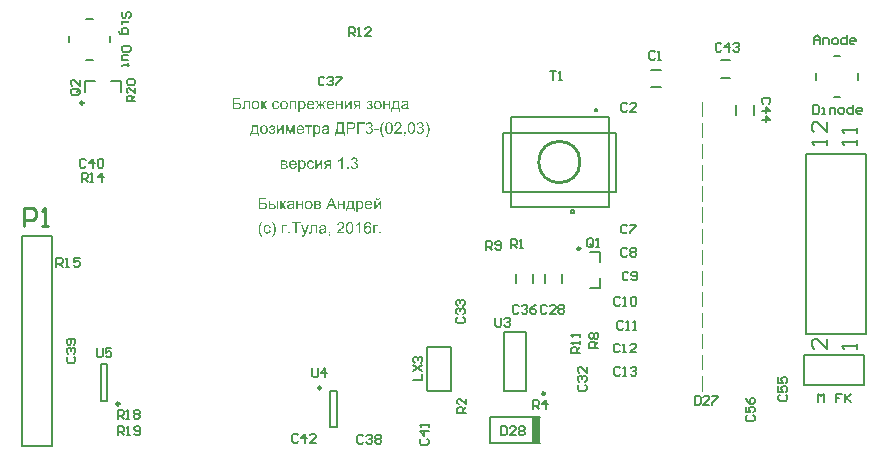
<source format=gto>
G04 Layer_Color=65535*
%FSLAX25Y25*%
%MOIN*%
G70*
G01*
G75*
%ADD49C,0.01000*%
%ADD50C,0.00984*%
%ADD51C,0.00394*%
%ADD52C,0.00787*%
%ADD53C,0.00591*%
%ADD54C,0.00606*%
%ADD55C,0.00800*%
%ADD56R,0.03150X0.08661*%
G36*
X99138Y88466D02*
X99226Y88461D01*
X99321Y88453D01*
X99417Y88441D01*
X99513Y88424D01*
X99554Y88411D01*
X99592Y88399D01*
X99596D01*
X99600Y88395D01*
X99625Y88386D01*
X99663Y88370D01*
X99708Y88345D01*
X99758Y88312D01*
X99816Y88266D01*
X99875Y88216D01*
X99929Y88154D01*
X99933Y88145D01*
X99950Y88125D01*
X99975Y88087D01*
X99999Y88037D01*
X100024Y87975D01*
X100049Y87900D01*
X100066Y87821D01*
X100070Y87729D01*
Y87725D01*
Y87721D01*
Y87696D01*
X100066Y87659D01*
X100062Y87613D01*
X100049Y87555D01*
X100037Y87496D01*
X100016Y87438D01*
X99987Y87380D01*
X99983Y87371D01*
X99970Y87355D01*
X99954Y87330D01*
X99925Y87297D01*
X99891Y87255D01*
X99845Y87213D01*
X99796Y87172D01*
X99737Y87134D01*
X99742D01*
X99746Y87130D01*
X99771Y87122D01*
X99808Y87105D01*
X99850Y87080D01*
X99904Y87047D01*
X99958Y87001D01*
X100012Y86951D01*
X100062Y86889D01*
X100066Y86881D01*
X100083Y86856D01*
X100103Y86818D01*
X100128Y86768D01*
X100153Y86706D01*
X100174Y86631D01*
X100191Y86552D01*
X100195Y86461D01*
Y86456D01*
Y86444D01*
X100191Y86423D01*
X100187Y86394D01*
X100182Y86365D01*
X100174Y86327D01*
X100149Y86240D01*
X100112Y86144D01*
X100091Y86094D01*
X100062Y86045D01*
X100029Y85999D01*
X99995Y85953D01*
X99954Y85911D01*
X99908Y85874D01*
X99904D01*
X99896Y85866D01*
X99883Y85857D01*
X99862Y85845D01*
X99833Y85832D01*
X99804Y85816D01*
X99762Y85799D01*
X99721Y85782D01*
X99671Y85762D01*
X99617Y85745D01*
X99554Y85728D01*
X99488Y85716D01*
X99417Y85703D01*
X99338Y85695D01*
X99255Y85691D01*
X99167Y85687D01*
X97919D01*
Y88470D01*
X99101D01*
X99138Y88466D01*
D02*
G37*
G36*
X90253Y88528D02*
X90290D01*
X90369Y88520D01*
X90461Y88511D01*
X90556Y88495D01*
X90652Y88474D01*
X90739Y88445D01*
X90743D01*
X90748Y88441D01*
X90760Y88437D01*
X90777Y88428D01*
X90814Y88411D01*
X90864Y88386D01*
X90918Y88357D01*
X90972Y88320D01*
X91022Y88278D01*
X91068Y88233D01*
X91072Y88228D01*
X91085Y88212D01*
X91105Y88183D01*
X91126Y88145D01*
X91151Y88099D01*
X91176Y88045D01*
X91201Y87983D01*
X91218Y87912D01*
Y87908D01*
X91222Y87887D01*
X91226Y87858D01*
X91230Y87813D01*
X91234Y87754D01*
X91238Y87679D01*
Y87634D01*
X91243Y87588D01*
Y87538D01*
Y87480D01*
Y86852D01*
Y86843D01*
Y86822D01*
Y86789D01*
Y86747D01*
Y86693D01*
Y86635D01*
X91247Y86569D01*
Y86502D01*
X91251Y86361D01*
Y86290D01*
X91255Y86223D01*
X91259Y86161D01*
X91264Y86107D01*
X91268Y86057D01*
X91272Y86019D01*
Y86011D01*
X91276Y85990D01*
X91284Y85957D01*
X91297Y85911D01*
X91313Y85861D01*
X91334Y85807D01*
X91359Y85745D01*
X91388Y85687D01*
X90897D01*
X90893Y85695D01*
X90885Y85712D01*
X90872Y85745D01*
X90860Y85786D01*
X90843Y85836D01*
X90827Y85895D01*
X90814Y85961D01*
X90806Y86036D01*
X90802Y86032D01*
X90793Y86028D01*
X90781Y86015D01*
X90760Y85999D01*
X90735Y85982D01*
X90710Y85957D01*
X90644Y85911D01*
X90565Y85857D01*
X90481Y85803D01*
X90390Y85757D01*
X90298Y85716D01*
X90294D01*
X90286Y85712D01*
X90273Y85707D01*
X90257Y85703D01*
X90236Y85695D01*
X90207Y85687D01*
X90144Y85670D01*
X90065Y85653D01*
X89978Y85637D01*
X89882Y85628D01*
X89778Y85624D01*
X89733D01*
X89703Y85628D01*
X89666Y85633D01*
X89620Y85637D01*
X89570Y85641D01*
X89520Y85653D01*
X89404Y85678D01*
X89288Y85716D01*
X89233Y85741D01*
X89175Y85774D01*
X89125Y85807D01*
X89075Y85845D01*
X89071Y85849D01*
X89063Y85857D01*
X89055Y85870D01*
X89038Y85886D01*
X89017Y85907D01*
X88996Y85936D01*
X88976Y85965D01*
X88955Y86003D01*
X88909Y86082D01*
X88867Y86182D01*
X88851Y86236D01*
X88842Y86294D01*
X88834Y86357D01*
X88830Y86419D01*
Y86423D01*
Y86427D01*
Y86452D01*
X88834Y86494D01*
X88842Y86544D01*
X88851Y86602D01*
X88867Y86664D01*
X88892Y86727D01*
X88921Y86793D01*
X88925Y86802D01*
X88938Y86822D01*
X88959Y86852D01*
X88988Y86893D01*
X89021Y86935D01*
X89063Y86980D01*
X89109Y87022D01*
X89163Y87064D01*
X89171Y87068D01*
X89192Y87080D01*
X89221Y87101D01*
X89262Y87122D01*
X89312Y87147D01*
X89371Y87172D01*
X89437Y87197D01*
X89504Y87218D01*
X89512D01*
X89529Y87226D01*
X89562Y87230D01*
X89608Y87243D01*
X89666Y87251D01*
X89741Y87263D01*
X89824Y87276D01*
X89924Y87288D01*
X89932D01*
X89949Y87292D01*
X89978Y87297D01*
X90015Y87301D01*
X90065Y87309D01*
X90119Y87317D01*
X90178Y87326D01*
X90244Y87334D01*
X90381Y87359D01*
X90519Y87388D01*
X90585Y87405D01*
X90652Y87421D01*
X90710Y87438D01*
X90764Y87455D01*
Y87459D01*
Y87471D01*
Y87488D01*
X90768Y87505D01*
Y87546D01*
Y87563D01*
Y87575D01*
Y87580D01*
Y87588D01*
Y87604D01*
Y87621D01*
X90760Y87671D01*
X90752Y87733D01*
X90735Y87800D01*
X90710Y87866D01*
X90677Y87929D01*
X90631Y87979D01*
X90623Y87987D01*
X90614Y87995D01*
X90598Y88004D01*
X90577Y88016D01*
X90556Y88029D01*
X90498Y88062D01*
X90423Y88091D01*
X90332Y88116D01*
X90223Y88133D01*
X90099Y88141D01*
X90045D01*
X90015Y88137D01*
X89986D01*
X89912Y88129D01*
X89832Y88112D01*
X89753Y88091D01*
X89674Y88062D01*
X89608Y88025D01*
X89600Y88020D01*
X89583Y88004D01*
X89554Y87971D01*
X89520Y87929D01*
X89483Y87875D01*
X89441Y87800D01*
X89408Y87717D01*
X89391Y87667D01*
X89375Y87613D01*
X88913Y87675D01*
Y87679D01*
X88917Y87688D01*
X88921Y87704D01*
X88925Y87725D01*
X88934Y87750D01*
X88942Y87779D01*
X88963Y87846D01*
X88992Y87921D01*
X89025Y88000D01*
X89067Y88079D01*
X89117Y88149D01*
Y88154D01*
X89125Y88158D01*
X89146Y88178D01*
X89179Y88212D01*
X89225Y88253D01*
X89283Y88299D01*
X89354Y88345D01*
X89437Y88391D01*
X89533Y88432D01*
X89537D01*
X89545Y88437D01*
X89562Y88441D01*
X89583Y88449D01*
X89608Y88457D01*
X89637Y88466D01*
X89674Y88474D01*
X89716Y88482D01*
X89758Y88490D01*
X89807Y88499D01*
X89916Y88516D01*
X90036Y88528D01*
X90165Y88532D01*
X90223D01*
X90253Y88528D01*
D02*
G37*
G36*
X105487Y85687D02*
X104908D01*
X104463Y86847D01*
X102849D01*
X102433Y85687D01*
X101896D01*
X103365Y89526D01*
X103914D01*
X105487Y85687D01*
D02*
G37*
G36*
X87759Y110806D02*
X87288D01*
Y112915D01*
X85978Y110806D01*
X85475D01*
Y113589D01*
X85945D01*
Y111463D01*
X87255Y113589D01*
X87759D01*
Y110806D01*
D02*
G37*
G36*
X119408Y111958D02*
X117956D01*
Y112433D01*
X119408D01*
Y111958D01*
D02*
G37*
G36*
X116099Y88528D02*
X116136D01*
X116186Y88520D01*
X116240Y88511D01*
X116303Y88499D01*
X116369Y88486D01*
X116440Y88466D01*
X116510Y88441D01*
X116589Y88407D01*
X116664Y88370D01*
X116739Y88328D01*
X116814Y88274D01*
X116889Y88216D01*
X116956Y88149D01*
X116960Y88145D01*
X116972Y88133D01*
X116989Y88112D01*
X117010Y88079D01*
X117039Y88041D01*
X117068Y87995D01*
X117101Y87937D01*
X117134Y87875D01*
X117164Y87804D01*
X117197Y87725D01*
X117226Y87638D01*
X117255Y87542D01*
X117276Y87438D01*
X117293Y87326D01*
X117305Y87209D01*
X117309Y87085D01*
Y87076D01*
Y87055D01*
Y87014D01*
X117305Y86960D01*
X115229D01*
Y86955D01*
Y86939D01*
X115233Y86914D01*
X115237Y86885D01*
X115242Y86843D01*
X115250Y86802D01*
X115258Y86752D01*
X115271Y86698D01*
X115304Y86585D01*
X115350Y86465D01*
X115379Y86411D01*
X115408Y86352D01*
X115445Y86302D01*
X115487Y86252D01*
X115491Y86248D01*
X115500Y86244D01*
X115512Y86232D01*
X115529Y86215D01*
X115554Y86198D01*
X115579Y86178D01*
X115612Y86153D01*
X115649Y86132D01*
X115733Y86086D01*
X115832Y86049D01*
X115886Y86032D01*
X115945Y86024D01*
X116007Y86015D01*
X116069Y86011D01*
X116095D01*
X116111Y86015D01*
X116161Y86019D01*
X116224Y86028D01*
X116290Y86045D01*
X116365Y86069D01*
X116440Y86099D01*
X116510Y86144D01*
X116515D01*
X116519Y86153D01*
X116540Y86169D01*
X116573Y86203D01*
X116614Y86252D01*
X116660Y86311D01*
X116710Y86390D01*
X116760Y86481D01*
X116802Y86585D01*
X117293Y86523D01*
Y86519D01*
X117288Y86502D01*
X117280Y86481D01*
X117268Y86452D01*
X117255Y86415D01*
X117238Y86373D01*
X117218Y86327D01*
X117197Y86277D01*
X117139Y86173D01*
X117064Y86061D01*
X117018Y86007D01*
X116972Y85953D01*
X116922Y85903D01*
X116864Y85857D01*
X116860Y85853D01*
X116852Y85849D01*
X116831Y85836D01*
X116810Y85820D01*
X116777Y85803D01*
X116739Y85782D01*
X116698Y85762D01*
X116648Y85741D01*
X116594Y85720D01*
X116531Y85699D01*
X116469Y85678D01*
X116398Y85662D01*
X116323Y85645D01*
X116244Y85633D01*
X116157Y85628D01*
X116069Y85624D01*
X116045D01*
X116011Y85628D01*
X115970D01*
X115916Y85637D01*
X115857Y85645D01*
X115791Y85658D01*
X115720Y85670D01*
X115645Y85691D01*
X115566Y85716D01*
X115483Y85745D01*
X115404Y85782D01*
X115321Y85824D01*
X115246Y85874D01*
X115171Y85932D01*
X115100Y85999D01*
X115096Y86003D01*
X115084Y86015D01*
X115067Y86036D01*
X115046Y86069D01*
X115017Y86107D01*
X114988Y86153D01*
X114955Y86207D01*
X114926Y86269D01*
X114892Y86340D01*
X114859Y86419D01*
X114830Y86506D01*
X114801Y86602D01*
X114780Y86702D01*
X114763Y86810D01*
X114751Y86926D01*
X114747Y87051D01*
Y87059D01*
Y87080D01*
X114751Y87118D01*
Y87168D01*
X114759Y87226D01*
X114768Y87292D01*
X114776Y87371D01*
X114792Y87450D01*
X114809Y87538D01*
X114834Y87625D01*
X114863Y87717D01*
X114896Y87808D01*
X114938Y87896D01*
X114988Y87983D01*
X115042Y88066D01*
X115104Y88141D01*
X115109Y88145D01*
X115121Y88158D01*
X115142Y88178D01*
X115171Y88204D01*
X115204Y88233D01*
X115250Y88266D01*
X115300Y88299D01*
X115358Y88337D01*
X115421Y88374D01*
X115491Y88407D01*
X115570Y88441D01*
X115654Y88470D01*
X115745Y88495D01*
X115837Y88516D01*
X115941Y88528D01*
X116045Y88532D01*
X116069D01*
X116099Y88528D01*
D02*
G37*
G36*
X96114D02*
X96156D01*
X96206Y88520D01*
X96260Y88511D01*
X96322Y88499D01*
X96393Y88486D01*
X96464Y88466D01*
X96543Y88441D01*
X96617Y88407D01*
X96696Y88374D01*
X96776Y88328D01*
X96850Y88278D01*
X96925Y88220D01*
X96996Y88154D01*
X97000Y88149D01*
X97013Y88137D01*
X97029Y88116D01*
X97054Y88083D01*
X97079Y88045D01*
X97112Y88000D01*
X97146Y87946D01*
X97179Y87883D01*
X97212Y87813D01*
X97246Y87733D01*
X97279Y87650D01*
X97304Y87559D01*
X97329Y87459D01*
X97345Y87351D01*
X97358Y87234D01*
X97362Y87114D01*
Y87109D01*
Y87089D01*
Y87064D01*
X97358Y87026D01*
Y86980D01*
X97354Y86926D01*
X97350Y86868D01*
X97341Y86806D01*
X97325Y86673D01*
X97295Y86531D01*
X97254Y86394D01*
X97229Y86331D01*
X97200Y86269D01*
Y86265D01*
X97191Y86257D01*
X97183Y86240D01*
X97171Y86219D01*
X97154Y86194D01*
X97133Y86161D01*
X97079Y86094D01*
X97013Y86015D01*
X96934Y85936D01*
X96838Y85861D01*
X96730Y85791D01*
X96725D01*
X96717Y85782D01*
X96701Y85774D01*
X96676Y85766D01*
X96646Y85753D01*
X96613Y85737D01*
X96576Y85724D01*
X96530Y85707D01*
X96484Y85691D01*
X96430Y85678D01*
X96318Y85649D01*
X96193Y85633D01*
X96060Y85624D01*
X96035D01*
X96006Y85628D01*
X95964D01*
X95914Y85637D01*
X95856Y85645D01*
X95794Y85658D01*
X95723Y85670D01*
X95648Y85691D01*
X95573Y85716D01*
X95494Y85745D01*
X95415Y85782D01*
X95336Y85824D01*
X95261Y85874D01*
X95186Y85932D01*
X95116Y85999D01*
X95112Y86003D01*
X95099Y86015D01*
X95082Y86036D01*
X95061Y86069D01*
X95032Y86107D01*
X95003Y86153D01*
X94970Y86211D01*
X94937Y86273D01*
X94903Y86348D01*
X94870Y86427D01*
X94841Y86515D01*
X94812Y86610D01*
X94791Y86714D01*
X94775Y86826D01*
X94762Y86947D01*
X94758Y87076D01*
Y87080D01*
Y87085D01*
Y87109D01*
X94762Y87151D01*
X94766Y87201D01*
X94770Y87268D01*
X94779Y87342D01*
X94795Y87421D01*
X94812Y87509D01*
X94833Y87600D01*
X94862Y87696D01*
X94899Y87792D01*
X94937Y87887D01*
X94987Y87979D01*
X95045Y88066D01*
X95112Y88145D01*
X95186Y88220D01*
X95191Y88224D01*
X95203Y88233D01*
X95224Y88249D01*
X95249Y88270D01*
X95286Y88291D01*
X95328Y88320D01*
X95373Y88349D01*
X95432Y88378D01*
X95490Y88407D01*
X95557Y88432D01*
X95627Y88461D01*
X95706Y88482D01*
X95789Y88503D01*
X95873Y88520D01*
X95964Y88528D01*
X96060Y88532D01*
X96085D01*
X96114Y88528D01*
D02*
G37*
G36*
X81845Y89073D02*
X79857D01*
Y87887D01*
X80855D01*
X80901Y87883D01*
X80951D01*
X81005Y87879D01*
X81067Y87875D01*
X81196Y87862D01*
X81329Y87846D01*
X81463Y87821D01*
X81525Y87804D01*
X81583Y87787D01*
X81587D01*
X81596Y87783D01*
X81612Y87775D01*
X81633Y87767D01*
X81658Y87758D01*
X81687Y87742D01*
X81758Y87704D01*
X81833Y87654D01*
X81912Y87592D01*
X81991Y87513D01*
X82066Y87421D01*
X82070Y87417D01*
X82074Y87409D01*
X82082Y87397D01*
X82095Y87376D01*
X82107Y87351D01*
X82124Y87317D01*
X82141Y87284D01*
X82157Y87243D01*
X82174Y87201D01*
X82191Y87151D01*
X82220Y87047D01*
X82240Y86926D01*
X82249Y86864D01*
Y86797D01*
Y86793D01*
Y86785D01*
Y86768D01*
Y86747D01*
X82245Y86723D01*
X82240Y86693D01*
X82232Y86623D01*
X82215Y86540D01*
X82195Y86448D01*
X82161Y86352D01*
X82116Y86257D01*
Y86252D01*
X82112Y86244D01*
X82103Y86232D01*
X82091Y86215D01*
X82061Y86169D01*
X82020Y86111D01*
X81966Y86045D01*
X81899Y85978D01*
X81820Y85907D01*
X81729Y85845D01*
X81725D01*
X81716Y85836D01*
X81700Y85832D01*
X81679Y85820D01*
X81650Y85807D01*
X81616Y85795D01*
X81571Y85782D01*
X81525Y85766D01*
X81467Y85749D01*
X81404Y85737D01*
X81329Y85724D01*
X81250Y85712D01*
X81163Y85703D01*
X81072Y85695D01*
X80967Y85687D01*
X79349D01*
Y89526D01*
X81845D01*
Y89073D01*
D02*
G37*
G36*
X85905Y85687D02*
X85435D01*
Y88470D01*
X85905D01*
Y85687D01*
D02*
G37*
G36*
X83276Y87380D02*
X83925D01*
X83967Y87376D01*
X84017Y87371D01*
X84071Y87367D01*
X84133Y87359D01*
X84200Y87351D01*
X84345Y87326D01*
X84491Y87284D01*
X84566Y87259D01*
X84637Y87226D01*
X84703Y87193D01*
X84765Y87151D01*
X84770Y87147D01*
X84778Y87143D01*
X84795Y87126D01*
X84815Y87109D01*
X84840Y87089D01*
X84865Y87059D01*
X84895Y87026D01*
X84924Y86989D01*
X84953Y86947D01*
X84982Y86901D01*
X85007Y86847D01*
X85032Y86793D01*
X85053Y86735D01*
X85069Y86668D01*
X85078Y86602D01*
X85082Y86527D01*
Y86523D01*
Y86510D01*
Y86494D01*
X85078Y86469D01*
X85073Y86440D01*
X85069Y86402D01*
X85061Y86365D01*
X85048Y86323D01*
X85015Y86228D01*
X84994Y86178D01*
X84969Y86128D01*
X84940Y86078D01*
X84903Y86028D01*
X84861Y85978D01*
X84815Y85932D01*
X84811Y85928D01*
X84803Y85920D01*
X84786Y85911D01*
X84765Y85895D01*
X84736Y85874D01*
X84703Y85853D01*
X84662Y85832D01*
X84612Y85812D01*
X84557Y85786D01*
X84495Y85766D01*
X84429Y85745D01*
X84354Y85724D01*
X84271Y85707D01*
X84179Y85699D01*
X84083Y85691D01*
X83979Y85687D01*
X82806D01*
Y88470D01*
X83276D01*
Y87380D01*
D02*
G37*
G36*
X113212Y88528D02*
X113245D01*
X113282Y88524D01*
X113320Y88516D01*
X113365Y88507D01*
X113465Y88486D01*
X113569Y88453D01*
X113678Y88407D01*
X113732Y88378D01*
X113781Y88345D01*
X113786D01*
X113794Y88337D01*
X113806Y88324D01*
X113827Y88312D01*
X113877Y88270D01*
X113935Y88212D01*
X114002Y88137D01*
X114073Y88050D01*
X114135Y87946D01*
X114193Y87829D01*
Y87825D01*
X114198Y87813D01*
X114206Y87796D01*
X114214Y87771D01*
X114227Y87742D01*
X114239Y87704D01*
X114252Y87659D01*
X114264Y87613D01*
X114277Y87559D01*
X114289Y87505D01*
X114314Y87380D01*
X114331Y87243D01*
X114335Y87097D01*
Y87093D01*
Y87076D01*
Y87055D01*
X114331Y87026D01*
Y86989D01*
X114327Y86943D01*
X114322Y86893D01*
X114314Y86839D01*
X114297Y86723D01*
X114268Y86594D01*
X114231Y86461D01*
X114181Y86327D01*
Y86323D01*
X114173Y86311D01*
X114164Y86294D01*
X114152Y86273D01*
X114135Y86244D01*
X114119Y86211D01*
X114069Y86136D01*
X114006Y86049D01*
X113927Y85961D01*
X113840Y85878D01*
X113736Y85803D01*
X113732D01*
X113723Y85795D01*
X113707Y85786D01*
X113686Y85774D01*
X113657Y85762D01*
X113628Y85745D01*
X113590Y85733D01*
X113549Y85716D01*
X113457Y85683D01*
X113353Y85653D01*
X113241Y85633D01*
X113182Y85628D01*
X113120Y85624D01*
X113078D01*
X113037Y85628D01*
X112979Y85637D01*
X112912Y85649D01*
X112841Y85666D01*
X112767Y85687D01*
X112696Y85720D01*
X112687Y85724D01*
X112667Y85737D01*
X112629Y85762D01*
X112588Y85791D01*
X112538Y85824D01*
X112488Y85870D01*
X112438Y85920D01*
X112392Y85974D01*
Y84622D01*
X111922D01*
Y88470D01*
X112350D01*
Y88108D01*
X112359Y88112D01*
X112375Y88137D01*
X112409Y88178D01*
X112450Y88224D01*
X112500Y88274D01*
X112558Y88328D01*
X112621Y88378D01*
X112692Y88424D01*
X112696D01*
X112700Y88428D01*
X112725Y88441D01*
X112767Y88457D01*
X112821Y88478D01*
X112887Y88499D01*
X112966Y88516D01*
X113058Y88528D01*
X113153Y88532D01*
X113187D01*
X113212Y88528D01*
D02*
G37*
G36*
X83965Y113647D02*
X84002Y113643D01*
X84044Y113639D01*
X84094Y113631D01*
X84144Y113622D01*
X84256Y113593D01*
X84314Y113572D01*
X84372Y113547D01*
X84431Y113518D01*
X84485Y113489D01*
X84539Y113448D01*
X84589Y113406D01*
X84593Y113402D01*
X84601Y113393D01*
X84614Y113381D01*
X84630Y113364D01*
X84647Y113339D01*
X84668Y113310D01*
X84693Y113277D01*
X84718Y113240D01*
X84763Y113156D01*
X84805Y113057D01*
X84817Y113002D01*
X84830Y112944D01*
X84838Y112886D01*
X84842Y112824D01*
Y112819D01*
Y112807D01*
Y112790D01*
X84838Y112765D01*
X84834Y112740D01*
X84826Y112707D01*
X84801Y112628D01*
X84784Y112586D01*
X84763Y112541D01*
X84734Y112495D01*
X84701Y112453D01*
X84663Y112408D01*
X84618Y112362D01*
X84568Y112320D01*
X84510Y112283D01*
X84514D01*
X84518Y112279D01*
X84543Y112262D01*
X84580Y112237D01*
X84626Y112204D01*
X84676Y112162D01*
X84730Y112112D01*
X84780Y112054D01*
X84822Y111992D01*
X84826Y111983D01*
X84838Y111962D01*
X84855Y111925D01*
X84876Y111875D01*
X84896Y111817D01*
X84913Y111746D01*
X84926Y111671D01*
X84930Y111584D01*
Y111580D01*
Y111567D01*
Y111547D01*
X84926Y111521D01*
X84921Y111488D01*
X84917Y111455D01*
X84909Y111413D01*
X84896Y111368D01*
X84863Y111272D01*
X84842Y111222D01*
X84813Y111168D01*
X84784Y111118D01*
X84747Y111068D01*
X84705Y111022D01*
X84655Y110977D01*
X84651Y110972D01*
X84643Y110968D01*
X84626Y110956D01*
X84605Y110939D01*
X84576Y110923D01*
X84543Y110902D01*
X84501Y110881D01*
X84456Y110860D01*
X84406Y110839D01*
X84347Y110819D01*
X84285Y110798D01*
X84218Y110781D01*
X84144Y110764D01*
X84065Y110752D01*
X83981Y110748D01*
X83894Y110744D01*
X83852D01*
X83832Y110748D01*
X83807D01*
X83744Y110756D01*
X83669Y110768D01*
X83586Y110789D01*
X83495Y110814D01*
X83399Y110848D01*
X83303Y110893D01*
X83207Y110952D01*
X83112Y111018D01*
X83029Y111101D01*
X82950Y111197D01*
X82912Y111251D01*
X82883Y111309D01*
X82854Y111372D01*
X82829Y111438D01*
X82808Y111513D01*
X82792Y111588D01*
X83232Y111684D01*
Y111680D01*
X83237Y111671D01*
X83241Y111659D01*
X83245Y111638D01*
X83262Y111592D01*
X83287Y111530D01*
X83316Y111463D01*
X83357Y111392D01*
X83411Y111326D01*
X83474Y111268D01*
X83478D01*
X83482Y111264D01*
X83507Y111247D01*
X83544Y111222D01*
X83599Y111197D01*
X83661Y111168D01*
X83732Y111147D01*
X83815Y111130D01*
X83902Y111122D01*
X83927D01*
X83944Y111126D01*
X83986Y111130D01*
X84039Y111139D01*
X84102Y111155D01*
X84168Y111180D01*
X84235Y111209D01*
X84298Y111255D01*
X84306Y111264D01*
X84322Y111280D01*
X84347Y111309D01*
X84381Y111347D01*
X84410Y111397D01*
X84435Y111459D01*
X84451Y111526D01*
X84460Y111600D01*
Y111609D01*
Y111630D01*
X84456Y111659D01*
X84447Y111696D01*
X84435Y111742D01*
X84418Y111788D01*
X84393Y111838D01*
X84360Y111883D01*
X84356Y111888D01*
X84343Y111904D01*
X84322Y111925D01*
X84298Y111946D01*
X84264Y111975D01*
X84227Y111996D01*
X84185Y112016D01*
X84144Y112033D01*
X84139D01*
X84123Y112037D01*
X84094Y112041D01*
X84052Y112050D01*
X83994Y112054D01*
X83923Y112058D01*
X83840Y112062D01*
X83632D01*
Y112433D01*
X83732D01*
X83794Y112437D01*
X83861D01*
X83927Y112441D01*
X83986Y112445D01*
X84015Y112449D01*
X84035Y112453D01*
X84039D01*
X84056Y112458D01*
X84077Y112466D01*
X84102Y112478D01*
X84135Y112495D01*
X84173Y112516D01*
X84206Y112545D01*
X84243Y112578D01*
X84247Y112582D01*
X84260Y112599D01*
X84277Y112620D01*
X84293Y112653D01*
X84310Y112690D01*
X84327Y112736D01*
X84339Y112786D01*
X84343Y112844D01*
Y112848D01*
Y112853D01*
Y112878D01*
X84335Y112911D01*
X84327Y112952D01*
X84310Y113002D01*
X84289Y113052D01*
X84256Y113102D01*
X84214Y113148D01*
X84210Y113152D01*
X84189Y113165D01*
X84164Y113186D01*
X84127Y113206D01*
X84077Y113227D01*
X84023Y113248D01*
X83956Y113260D01*
X83886Y113265D01*
X83869D01*
X83848Y113260D01*
X83819Y113256D01*
X83790Y113252D01*
X83753Y113240D01*
X83711Y113227D01*
X83665Y113206D01*
X83619Y113181D01*
X83574Y113148D01*
X83528Y113111D01*
X83482Y113065D01*
X83441Y113011D01*
X83399Y112948D01*
X83362Y112878D01*
X83328Y112794D01*
X82879Y112869D01*
Y112873D01*
X82883Y112878D01*
X82891Y112903D01*
X82904Y112940D01*
X82925Y112990D01*
X82954Y113052D01*
X82987Y113119D01*
X83033Y113186D01*
X83083Y113260D01*
X83145Y113335D01*
X83216Y113406D01*
X83299Y113468D01*
X83395Y113531D01*
X83499Y113581D01*
X83615Y113618D01*
X83744Y113643D01*
X83815Y113647D01*
X83890Y113651D01*
X83931D01*
X83965Y113647D01*
D02*
G37*
G36*
X119839Y89489D02*
Y89481D01*
X119834Y89460D01*
X119830Y89439D01*
X119822Y89410D01*
X119814Y89381D01*
X119793Y89306D01*
X119759Y89227D01*
X119718Y89144D01*
X119664Y89060D01*
X119597Y88990D01*
X119593D01*
X119589Y88981D01*
X119576Y88973D01*
X119560Y88961D01*
X119539Y88948D01*
X119518Y88936D01*
X119456Y88902D01*
X119381Y88869D01*
X119289Y88844D01*
X119185Y88823D01*
X119065Y88815D01*
X119031D01*
X119011Y88819D01*
X118982D01*
X118948Y88823D01*
X118873Y88836D01*
X118786Y88857D01*
X118694Y88886D01*
X118607Y88927D01*
X118528Y88986D01*
X118524Y88990D01*
X118520Y88994D01*
X118495Y89019D01*
X118462Y89060D01*
X118424Y89114D01*
X118383Y89185D01*
X118345Y89273D01*
X118312Y89377D01*
X118291Y89493D01*
X118611D01*
Y89485D01*
X118620Y89464D01*
X118628Y89431D01*
X118640Y89393D01*
X118661Y89352D01*
X118686Y89306D01*
X118715Y89264D01*
X118753Y89227D01*
X118757Y89223D01*
X118773Y89214D01*
X118798Y89198D01*
X118832Y89185D01*
X118873Y89169D01*
X118923Y89152D01*
X118982Y89144D01*
X119048Y89139D01*
X119081D01*
X119123Y89144D01*
X119169Y89152D01*
X119219Y89160D01*
X119273Y89173D01*
X119323Y89194D01*
X119368Y89223D01*
X119373Y89227D01*
X119385Y89239D01*
X119406Y89260D01*
X119431Y89289D01*
X119456Y89327D01*
X119481Y89372D01*
X119501Y89426D01*
X119518Y89493D01*
X119839D01*
Y89489D01*
D02*
G37*
G36*
X88030Y101893D02*
X88117Y101889D01*
X88213Y101881D01*
X88309Y101868D01*
X88404Y101851D01*
X88446Y101839D01*
X88483Y101827D01*
X88487D01*
X88492Y101822D01*
X88517Y101814D01*
X88554Y101797D01*
X88600Y101772D01*
X88650Y101739D01*
X88708Y101693D01*
X88766Y101643D01*
X88820Y101581D01*
X88824Y101573D01*
X88841Y101552D01*
X88866Y101514D01*
X88891Y101465D01*
X88916Y101402D01*
X88941Y101327D01*
X88958Y101248D01*
X88962Y101157D01*
Y101153D01*
Y101148D01*
Y101123D01*
X88958Y101086D01*
X88953Y101040D01*
X88941Y100982D01*
X88929Y100924D01*
X88908Y100865D01*
X88879Y100807D01*
X88874Y100799D01*
X88862Y100782D01*
X88845Y100757D01*
X88816Y100724D01*
X88783Y100682D01*
X88737Y100641D01*
X88687Y100599D01*
X88629Y100562D01*
X88633D01*
X88637Y100558D01*
X88662Y100549D01*
X88700Y100533D01*
X88741Y100508D01*
X88795Y100475D01*
X88849Y100429D01*
X88903Y100379D01*
X88953Y100316D01*
X88958Y100308D01*
X88974Y100283D01*
X88995Y100246D01*
X89020Y100196D01*
X89045Y100133D01*
X89066Y100058D01*
X89082Y99979D01*
X89087Y99888D01*
Y99884D01*
Y99871D01*
X89082Y99850D01*
X89078Y99821D01*
X89074Y99792D01*
X89066Y99755D01*
X89041Y99667D01*
X89003Y99572D01*
X88982Y99522D01*
X88953Y99472D01*
X88920Y99426D01*
X88887Y99380D01*
X88845Y99339D01*
X88800Y99301D01*
X88795D01*
X88787Y99293D01*
X88775Y99285D01*
X88754Y99272D01*
X88725Y99260D01*
X88696Y99243D01*
X88654Y99226D01*
X88612Y99210D01*
X88562Y99189D01*
X88508Y99172D01*
X88446Y99156D01*
X88379Y99143D01*
X88309Y99131D01*
X88230Y99123D01*
X88146Y99118D01*
X88059Y99114D01*
X86811D01*
Y101897D01*
X87993D01*
X88030Y101893D01*
D02*
G37*
G36*
X90850Y101955D02*
X90888D01*
X90938Y101947D01*
X90992Y101939D01*
X91054Y101926D01*
X91121Y101914D01*
X91192Y101893D01*
X91262Y101868D01*
X91341Y101835D01*
X91416Y101797D01*
X91491Y101756D01*
X91566Y101702D01*
X91641Y101643D01*
X91707Y101577D01*
X91711Y101573D01*
X91724Y101560D01*
X91741Y101539D01*
X91761Y101506D01*
X91790Y101469D01*
X91820Y101423D01*
X91853Y101365D01*
X91886Y101302D01*
X91915Y101232D01*
X91949Y101153D01*
X91978Y101065D01*
X92007Y100970D01*
X92028Y100865D01*
X92044Y100753D01*
X92057Y100637D01*
X92061Y100512D01*
Y100504D01*
Y100483D01*
Y100441D01*
X92057Y100387D01*
X89981D01*
Y100383D01*
Y100366D01*
X89985Y100341D01*
X89989Y100312D01*
X89993Y100271D01*
X90002Y100229D01*
X90010Y100179D01*
X90022Y100125D01*
X90056Y100013D01*
X90102Y99892D01*
X90131Y99838D01*
X90160Y99780D01*
X90197Y99730D01*
X90239Y99680D01*
X90243Y99676D01*
X90251Y99672D01*
X90264Y99659D01*
X90280Y99642D01*
X90305Y99626D01*
X90330Y99605D01*
X90364Y99580D01*
X90401Y99559D01*
X90484Y99514D01*
X90584Y99476D01*
X90638Y99459D01*
X90697Y99451D01*
X90759Y99443D01*
X90821Y99439D01*
X90846D01*
X90863Y99443D01*
X90913Y99447D01*
X90975Y99455D01*
X91042Y99472D01*
X91117Y99497D01*
X91192Y99526D01*
X91262Y99572D01*
X91266D01*
X91271Y99580D01*
X91291Y99597D01*
X91325Y99630D01*
X91366Y99680D01*
X91412Y99738D01*
X91462Y99817D01*
X91512Y99909D01*
X91553Y100013D01*
X92044Y99950D01*
Y99946D01*
X92040Y99929D01*
X92032Y99909D01*
X92019Y99880D01*
X92007Y99842D01*
X91990Y99801D01*
X91969Y99755D01*
X91949Y99705D01*
X91890Y99601D01*
X91816Y99489D01*
X91770Y99435D01*
X91724Y99380D01*
X91674Y99331D01*
X91616Y99285D01*
X91612Y99281D01*
X91603Y99276D01*
X91583Y99264D01*
X91562Y99247D01*
X91528Y99231D01*
X91491Y99210D01*
X91449Y99189D01*
X91400Y99168D01*
X91345Y99147D01*
X91283Y99127D01*
X91221Y99106D01*
X91150Y99089D01*
X91075Y99073D01*
X90996Y99060D01*
X90909Y99056D01*
X90821Y99052D01*
X90796D01*
X90763Y99056D01*
X90721D01*
X90667Y99064D01*
X90609Y99073D01*
X90543Y99085D01*
X90472Y99098D01*
X90397Y99118D01*
X90318Y99143D01*
X90235Y99172D01*
X90156Y99210D01*
X90073Y99251D01*
X89998Y99301D01*
X89923Y99360D01*
X89852Y99426D01*
X89848Y99430D01*
X89835Y99443D01*
X89819Y99464D01*
X89798Y99497D01*
X89769Y99534D01*
X89740Y99580D01*
X89706Y99634D01*
X89677Y99697D01*
X89644Y99767D01*
X89611Y99846D01*
X89582Y99934D01*
X89552Y100029D01*
X89532Y100129D01*
X89515Y100237D01*
X89503Y100354D01*
X89498Y100479D01*
Y100487D01*
Y100508D01*
X89503Y100545D01*
Y100595D01*
X89511Y100653D01*
X89519Y100720D01*
X89527Y100799D01*
X89544Y100878D01*
X89561Y100965D01*
X89586Y101053D01*
X89615Y101144D01*
X89648Y101236D01*
X89690Y101323D01*
X89740Y101410D01*
X89794Y101494D01*
X89856Y101569D01*
X89860Y101573D01*
X89873Y101585D01*
X89894Y101606D01*
X89923Y101631D01*
X89956Y101660D01*
X90002Y101693D01*
X90052Y101727D01*
X90110Y101764D01*
X90172Y101802D01*
X90243Y101835D01*
X90322Y101868D01*
X90405Y101897D01*
X90497Y101922D01*
X90588Y101943D01*
X90692Y101955D01*
X90796Y101960D01*
X90821D01*
X90850Y101955D01*
D02*
G37*
G36*
X120171Y85687D02*
X119701D01*
Y87796D01*
X118391Y85687D01*
X117887D01*
Y88470D01*
X118358D01*
Y86344D01*
X119668Y88470D01*
X120171D01*
Y85687D01*
D02*
G37*
G36*
X91432Y110806D02*
X90962D01*
Y113044D01*
X90142Y110806D01*
X89718D01*
X88948Y113152D01*
Y110806D01*
X88487D01*
Y113589D01*
X89215D01*
X89947Y111359D01*
X90754Y113589D01*
X91432D01*
Y110806D01*
D02*
G37*
G36*
X88572Y88079D02*
X88439Y88083D01*
X88410D01*
X88376Y88079D01*
X88339Y88074D01*
X88297Y88070D01*
X88260Y88058D01*
X88227Y88045D01*
X88202Y88025D01*
X88197Y88020D01*
X88189Y88012D01*
X88177Y87991D01*
X88160Y87962D01*
X88135Y87916D01*
X88123Y87887D01*
X88106Y87858D01*
X88089Y87821D01*
X88073Y87779D01*
X88052Y87733D01*
X88031Y87683D01*
Y87679D01*
X88027Y87671D01*
X88019Y87659D01*
X88015Y87638D01*
X87994Y87592D01*
X87965Y87534D01*
X87936Y87471D01*
X87902Y87409D01*
X87865Y87351D01*
X87831Y87305D01*
X87827Y87301D01*
X87815Y87288D01*
X87794Y87268D01*
X87765Y87243D01*
X87727Y87213D01*
X87682Y87180D01*
X87624Y87147D01*
X87561Y87114D01*
X87565D01*
X87573Y87109D01*
X87590Y87101D01*
X87615Y87093D01*
X87640Y87080D01*
X87673Y87064D01*
X87711Y87039D01*
X87748Y87014D01*
X87794Y86980D01*
X87840Y86939D01*
X87890Y86893D01*
X87940Y86839D01*
X87994Y86781D01*
X88048Y86710D01*
X88102Y86635D01*
X88156Y86548D01*
X88676Y85687D01*
X88156D01*
X87648Y86544D01*
Y86548D01*
X87640Y86556D01*
X87632Y86569D01*
X87624Y86585D01*
X87594Y86631D01*
X87557Y86685D01*
X87515Y86743D01*
X87470Y86802D01*
X87424Y86852D01*
X87399Y86872D01*
X87378Y86889D01*
X87374Y86893D01*
X87357Y86901D01*
X87332Y86914D01*
X87303Y86931D01*
X87261Y86947D01*
X87216Y86960D01*
X87166Y86968D01*
X87108Y86972D01*
Y85687D01*
X86638D01*
Y88470D01*
X87108D01*
Y87268D01*
X87145D01*
X87182Y87272D01*
X87232Y87280D01*
X87282Y87288D01*
X87332Y87301D01*
X87382Y87322D01*
X87420Y87351D01*
X87424Y87355D01*
X87436Y87371D01*
X87445Y87384D01*
X87457Y87401D01*
X87470Y87421D01*
X87486Y87446D01*
X87507Y87476D01*
X87524Y87513D01*
X87549Y87555D01*
X87569Y87600D01*
X87599Y87654D01*
X87624Y87713D01*
X87653Y87779D01*
X87686Y87854D01*
Y87858D01*
X87694Y87871D01*
X87698Y87887D01*
X87711Y87908D01*
X87723Y87933D01*
X87736Y87966D01*
X87769Y88033D01*
X87802Y88108D01*
X87844Y88178D01*
X87881Y88241D01*
X87898Y88270D01*
X87915Y88291D01*
X87919Y88295D01*
X87931Y88307D01*
X87948Y88324D01*
X87973Y88349D01*
X88002Y88370D01*
X88035Y88395D01*
X88073Y88416D01*
X88114Y88432D01*
X88118D01*
X88135Y88437D01*
X88164Y88445D01*
X88202Y88453D01*
X88252Y88457D01*
X88314Y88466D01*
X88389Y88470D01*
X88572D01*
Y88079D01*
D02*
G37*
G36*
X108082Y85687D02*
X107612D01*
Y86922D01*
X106306D01*
Y85687D01*
X105836D01*
Y88470D01*
X106306D01*
Y87309D01*
X107612D01*
Y88470D01*
X108082D01*
Y85687D01*
D02*
G37*
G36*
X94221D02*
X93751D01*
Y86922D01*
X92445D01*
Y85687D01*
X91975D01*
Y88470D01*
X92445D01*
Y87309D01*
X93751D01*
Y88470D01*
X94221D01*
Y85687D01*
D02*
G37*
G36*
X88724Y79955D02*
X87596D01*
Y77559D01*
X87126D01*
Y80342D01*
X88724D01*
Y79955D01*
D02*
G37*
G36*
X109794Y81407D02*
X109823Y81403D01*
X109898Y81394D01*
X109981Y81382D01*
X110073Y81357D01*
X110164Y81328D01*
X110256Y81286D01*
X110260D01*
X110268Y81282D01*
X110281Y81274D01*
X110298Y81261D01*
X110339Y81236D01*
X110393Y81195D01*
X110456Y81145D01*
X110518Y81082D01*
X110585Y81008D01*
X110643Y80924D01*
Y80920D01*
X110651Y80912D01*
X110655Y80900D01*
X110668Y80883D01*
X110680Y80862D01*
X110697Y80833D01*
X110709Y80800D01*
X110730Y80766D01*
X110768Y80683D01*
X110805Y80588D01*
X110847Y80475D01*
X110880Y80354D01*
Y80350D01*
X110884Y80338D01*
X110888Y80321D01*
X110892Y80292D01*
X110901Y80259D01*
X110909Y80217D01*
X110917Y80172D01*
X110926Y80117D01*
X110930Y80055D01*
X110938Y79988D01*
X110947Y79914D01*
X110955Y79835D01*
X110959Y79747D01*
X110963Y79656D01*
X110967Y79556D01*
Y79452D01*
Y79444D01*
Y79423D01*
Y79385D01*
Y79339D01*
X110963Y79281D01*
X110959Y79219D01*
X110955Y79144D01*
X110951Y79065D01*
X110942Y78978D01*
X110934Y78890D01*
X110909Y78707D01*
X110872Y78528D01*
X110851Y78441D01*
X110826Y78362D01*
Y78358D01*
X110818Y78345D01*
X110813Y78320D01*
X110801Y78295D01*
X110784Y78258D01*
X110768Y78220D01*
X110747Y78175D01*
X110722Y78125D01*
X110664Y78021D01*
X110593Y77917D01*
X110510Y77813D01*
X110460Y77767D01*
X110410Y77721D01*
X110406Y77717D01*
X110397Y77713D01*
X110381Y77701D01*
X110360Y77688D01*
X110335Y77671D01*
X110302Y77650D01*
X110264Y77630D01*
X110219Y77609D01*
X110173Y77588D01*
X110119Y77567D01*
X110065Y77551D01*
X110002Y77530D01*
X109936Y77517D01*
X109865Y77505D01*
X109794Y77501D01*
X109715Y77497D01*
X109690D01*
X109661Y77501D01*
X109624Y77505D01*
X109578Y77509D01*
X109524Y77517D01*
X109466Y77530D01*
X109399Y77547D01*
X109332Y77567D01*
X109262Y77592D01*
X109187Y77626D01*
X109116Y77663D01*
X109045Y77709D01*
X108975Y77763D01*
X108908Y77821D01*
X108846Y77892D01*
X108842Y77896D01*
X108829Y77913D01*
X108812Y77942D01*
X108787Y77983D01*
X108758Y78037D01*
X108725Y78100D01*
X108692Y78179D01*
X108659Y78266D01*
X108621Y78370D01*
X108588Y78483D01*
X108554Y78611D01*
X108525Y78753D01*
X108500Y78907D01*
X108484Y79073D01*
X108471Y79256D01*
X108467Y79452D01*
Y79460D01*
Y79481D01*
Y79518D01*
X108471Y79564D01*
Y79622D01*
X108475Y79689D01*
X108480Y79764D01*
X108484Y79843D01*
X108492Y79930D01*
X108500Y80018D01*
X108525Y80201D01*
X108559Y80379D01*
X108579Y80467D01*
X108604Y80546D01*
Y80550D01*
X108613Y80563D01*
X108621Y80588D01*
X108629Y80617D01*
X108646Y80650D01*
X108663Y80691D01*
X108683Y80733D01*
X108708Y80783D01*
X108767Y80887D01*
X108842Y80991D01*
X108925Y81095D01*
X108970Y81141D01*
X109020Y81186D01*
X109025Y81191D01*
X109033Y81195D01*
X109049Y81207D01*
X109070Y81220D01*
X109095Y81241D01*
X109129Y81257D01*
X109166Y81278D01*
X109212Y81299D01*
X109257Y81320D01*
X109312Y81340D01*
X109370Y81361D01*
X109428Y81378D01*
X109495Y81390D01*
X109565Y81403D01*
X109640Y81407D01*
X109715Y81411D01*
X109765D01*
X109794Y81407D01*
D02*
G37*
G36*
X89747Y77559D02*
X89210D01*
Y78096D01*
X89747D01*
Y77559D01*
D02*
G37*
G36*
X98941D02*
X98471D01*
Y79955D01*
X97223D01*
Y78566D01*
Y78562D01*
Y78545D01*
Y78520D01*
Y78487D01*
Y78449D01*
Y78404D01*
X97219Y78354D01*
Y78304D01*
X97214Y78196D01*
X97210Y78092D01*
X97206Y78042D01*
X97202Y77996D01*
X97193Y77958D01*
X97189Y77925D01*
Y77917D01*
X97181Y77900D01*
X97173Y77871D01*
X97156Y77834D01*
X97131Y77792D01*
X97102Y77746D01*
X97065Y77701D01*
X97015Y77655D01*
X97006Y77650D01*
X96990Y77638D01*
X96956Y77617D01*
X96915Y77601D01*
X96857Y77580D01*
X96786Y77559D01*
X96707Y77547D01*
X96611Y77542D01*
X96549D01*
X96503Y77547D01*
X96445D01*
X96382Y77551D01*
X96312Y77555D01*
X96233Y77563D01*
Y77954D01*
X96486D01*
X96515Y77958D01*
X96586Y77967D01*
X96619Y77975D01*
X96644Y77983D01*
X96649D01*
X96653Y77987D01*
X96678Y78008D01*
X96707Y78037D01*
X96728Y78079D01*
Y78083D01*
X96732Y78096D01*
X96736Y78121D01*
Y78137D01*
X96740Y78158D01*
X96744Y78183D01*
Y78212D01*
X96748Y78245D01*
Y78287D01*
Y78333D01*
X96753Y78383D01*
Y78441D01*
Y78503D01*
Y80342D01*
X98941D01*
Y77559D01*
D02*
G37*
G36*
X93375Y80945D02*
X92110D01*
Y77559D01*
X91602D01*
Y80945D01*
X90338D01*
Y81399D01*
X93375D01*
Y80945D01*
D02*
G37*
G36*
X98882Y113647D02*
X98916D01*
X98953Y113643D01*
X98991Y113635D01*
X99036Y113626D01*
X99136Y113606D01*
X99240Y113572D01*
X99348Y113527D01*
X99402Y113497D01*
X99452Y113464D01*
X99457D01*
X99465Y113456D01*
X99477Y113443D01*
X99498Y113431D01*
X99548Y113389D01*
X99606Y113331D01*
X99673Y113256D01*
X99743Y113169D01*
X99806Y113065D01*
X99864Y112948D01*
Y112944D01*
X99868Y112932D01*
X99877Y112915D01*
X99885Y112890D01*
X99897Y112861D01*
X99910Y112824D01*
X99922Y112778D01*
X99935Y112732D01*
X99947Y112678D01*
X99960Y112624D01*
X99985Y112499D01*
X100001Y112362D01*
X100006Y112216D01*
Y112212D01*
Y112195D01*
Y112175D01*
X100001Y112145D01*
Y112108D01*
X99997Y112062D01*
X99993Y112012D01*
X99985Y111958D01*
X99968Y111842D01*
X99939Y111713D01*
X99902Y111580D01*
X99852Y111447D01*
Y111442D01*
X99843Y111430D01*
X99835Y111413D01*
X99823Y111392D01*
X99806Y111363D01*
X99789Y111330D01*
X99739Y111255D01*
X99677Y111168D01*
X99598Y111081D01*
X99511Y110997D01*
X99407Y110923D01*
X99402D01*
X99394Y110914D01*
X99377Y110906D01*
X99357Y110893D01*
X99327Y110881D01*
X99298Y110864D01*
X99261Y110852D01*
X99219Y110835D01*
X99128Y110802D01*
X99024Y110773D01*
X98911Y110752D01*
X98853Y110748D01*
X98791Y110744D01*
X98749D01*
X98708Y110748D01*
X98650Y110756D01*
X98583Y110768D01*
X98512Y110785D01*
X98437Y110806D01*
X98367Y110839D01*
X98358Y110843D01*
X98338Y110856D01*
X98300Y110881D01*
X98258Y110910D01*
X98208Y110943D01*
X98159Y110989D01*
X98109Y111039D01*
X98063Y111093D01*
Y109741D01*
X97593D01*
Y113589D01*
X98021D01*
Y113227D01*
X98030Y113231D01*
X98046Y113256D01*
X98080Y113298D01*
X98121Y113344D01*
X98171Y113393D01*
X98229Y113448D01*
X98292Y113497D01*
X98362Y113543D01*
X98367D01*
X98371Y113547D01*
X98396Y113560D01*
X98437Y113576D01*
X98491Y113597D01*
X98558Y113618D01*
X98637Y113635D01*
X98729Y113647D01*
X98824Y113651D01*
X98857D01*
X98882Y113647D01*
D02*
G37*
G36*
X133302Y114654D02*
X133331Y114650D01*
X133410Y114641D01*
X133498Y114625D01*
X133598Y114600D01*
X133697Y114567D01*
X133797Y114521D01*
X133801D01*
X133810Y114517D01*
X133822Y114508D01*
X133843Y114496D01*
X133889Y114467D01*
X133947Y114425D01*
X134014Y114371D01*
X134080Y114309D01*
X134147Y114238D01*
X134205Y114155D01*
Y114151D01*
X134209Y114146D01*
X134218Y114130D01*
X134226Y114113D01*
X134238Y114092D01*
X134251Y114067D01*
X134276Y114005D01*
X134301Y113930D01*
X134326Y113847D01*
X134342Y113755D01*
X134346Y113660D01*
Y113656D01*
Y113647D01*
Y113635D01*
Y113618D01*
X134338Y113568D01*
X134330Y113510D01*
X134313Y113439D01*
X134288Y113364D01*
X134255Y113285D01*
X134209Y113206D01*
Y113202D01*
X134205Y113198D01*
X134184Y113173D01*
X134155Y113136D01*
X134109Y113090D01*
X134055Y113036D01*
X133984Y112982D01*
X133905Y112932D01*
X133814Y112882D01*
X133818D01*
X133831Y112878D01*
X133847Y112873D01*
X133872Y112865D01*
X133897Y112857D01*
X133930Y112844D01*
X134009Y112811D01*
X134093Y112765D01*
X134180Y112711D01*
X134267Y112641D01*
X134342Y112553D01*
X134346Y112549D01*
X134351Y112541D01*
X134359Y112528D01*
X134371Y112507D01*
X134388Y112487D01*
X134405Y112458D01*
X134421Y112424D01*
X134438Y112383D01*
X134455Y112341D01*
X134471Y112295D01*
X134504Y112191D01*
X134525Y112071D01*
X134534Y112004D01*
Y111937D01*
Y111933D01*
Y111917D01*
X134529Y111888D01*
Y111854D01*
X134521Y111809D01*
X134513Y111759D01*
X134504Y111705D01*
X134488Y111642D01*
X134467Y111576D01*
X134442Y111509D01*
X134413Y111438D01*
X134376Y111368D01*
X134334Y111293D01*
X134284Y111222D01*
X134230Y111151D01*
X134163Y111085D01*
X134159Y111081D01*
X134147Y111068D01*
X134126Y111051D01*
X134097Y111031D01*
X134063Y111006D01*
X134018Y110977D01*
X133968Y110943D01*
X133910Y110914D01*
X133847Y110881D01*
X133776Y110848D01*
X133702Y110819D01*
X133618Y110793D01*
X133531Y110773D01*
X133440Y110756D01*
X133344Y110744D01*
X133240Y110739D01*
X133219D01*
X133190Y110744D01*
X133157D01*
X133111Y110748D01*
X133061Y110756D01*
X133007Y110764D01*
X132945Y110777D01*
X132878Y110793D01*
X132811Y110814D01*
X132741Y110835D01*
X132670Y110864D01*
X132599Y110902D01*
X132533Y110939D01*
X132462Y110985D01*
X132399Y111039D01*
X132395Y111043D01*
X132387Y111051D01*
X132370Y111068D01*
X132345Y111093D01*
X132320Y111122D01*
X132291Y111160D01*
X132262Y111201D01*
X132229Y111251D01*
X132196Y111301D01*
X132162Y111363D01*
X132129Y111426D01*
X132100Y111496D01*
X132075Y111571D01*
X132050Y111651D01*
X132033Y111734D01*
X132021Y111821D01*
X132491Y111883D01*
Y111879D01*
X132495Y111867D01*
X132499Y111846D01*
X132508Y111817D01*
X132516Y111784D01*
X132524Y111746D01*
X132553Y111659D01*
X132591Y111563D01*
X132637Y111467D01*
X132695Y111380D01*
X132728Y111343D01*
X132761Y111305D01*
X132766D01*
X132770Y111297D01*
X132782Y111288D01*
X132795Y111276D01*
X132836Y111251D01*
X132895Y111218D01*
X132965Y111185D01*
X133044Y111160D01*
X133140Y111139D01*
X133240Y111130D01*
X133273D01*
X133298Y111135D01*
X133323Y111139D01*
X133361Y111143D01*
X133435Y111160D01*
X133527Y111185D01*
X133623Y111226D01*
X133668Y111255D01*
X133714Y111284D01*
X133760Y111318D01*
X133806Y111359D01*
X133810Y111363D01*
X133814Y111372D01*
X133826Y111384D01*
X133843Y111401D01*
X133860Y111422D01*
X133876Y111451D01*
X133897Y111480D01*
X133922Y111517D01*
X133964Y111600D01*
X133997Y111696D01*
X134026Y111809D01*
X134030Y111867D01*
X134034Y111929D01*
Y111933D01*
Y111942D01*
Y111962D01*
X134030Y111983D01*
X134026Y112012D01*
X134022Y112041D01*
X134009Y112116D01*
X133980Y112204D01*
X133943Y112291D01*
X133918Y112337D01*
X133889Y112378D01*
X133855Y112420D01*
X133818Y112462D01*
X133814Y112466D01*
X133810Y112470D01*
X133797Y112482D01*
X133781Y112495D01*
X133760Y112512D01*
X133735Y112528D01*
X133672Y112570D01*
X133593Y112607D01*
X133502Y112641D01*
X133398Y112665D01*
X133340Y112670D01*
X133281Y112674D01*
X133256D01*
X133227Y112670D01*
X133190D01*
X133140Y112661D01*
X133086Y112653D01*
X133019Y112641D01*
X132949Y112624D01*
X132999Y113036D01*
X133007D01*
X133028Y113032D01*
X133053Y113027D01*
X133107D01*
X133127Y113032D01*
X133157D01*
X133186Y113036D01*
X133256Y113048D01*
X133340Y113065D01*
X133431Y113094D01*
X133527Y113131D01*
X133618Y113186D01*
X133623D01*
X133631Y113194D01*
X133639Y113202D01*
X133656Y113215D01*
X133697Y113252D01*
X133743Y113306D01*
X133785Y113373D01*
X133826Y113456D01*
X133843Y113502D01*
X133851Y113556D01*
X133860Y113610D01*
X133864Y113668D01*
Y113672D01*
Y113681D01*
Y113693D01*
X133860Y113714D01*
X133855Y113760D01*
X133843Y113822D01*
X133822Y113889D01*
X133789Y113959D01*
X133743Y114034D01*
X133718Y114067D01*
X133685Y114101D01*
X133677Y114109D01*
X133652Y114126D01*
X133614Y114155D01*
X133564Y114188D01*
X133498Y114217D01*
X133419Y114246D01*
X133331Y114263D01*
X133231Y114271D01*
X133207D01*
X133186Y114267D01*
X133161D01*
X133136Y114263D01*
X133069Y114251D01*
X132999Y114230D01*
X132920Y114196D01*
X132845Y114155D01*
X132770Y114096D01*
X132761Y114088D01*
X132741Y114063D01*
X132707Y114026D01*
X132674Y113968D01*
X132633Y113897D01*
X132595Y113805D01*
X132562Y113701D01*
X132537Y113581D01*
X132067Y113664D01*
Y113668D01*
X132071Y113685D01*
X132075Y113710D01*
X132083Y113743D01*
X132096Y113780D01*
X132108Y113826D01*
X132125Y113876D01*
X132146Y113930D01*
X132200Y114051D01*
X132229Y114109D01*
X132266Y114171D01*
X132308Y114230D01*
X132354Y114288D01*
X132404Y114346D01*
X132458Y114396D01*
X132462Y114400D01*
X132470Y114409D01*
X132491Y114421D01*
X132512Y114438D01*
X132545Y114458D01*
X132578Y114479D01*
X132620Y114504D01*
X132670Y114529D01*
X132720Y114550D01*
X132778Y114575D01*
X132841Y114596D01*
X132907Y114617D01*
X132982Y114633D01*
X133057Y114646D01*
X133136Y114654D01*
X133219Y114658D01*
X133273D01*
X133302Y114654D01*
D02*
G37*
G36*
X80612Y81457D02*
X80603Y81436D01*
X80587Y81411D01*
X80566Y81374D01*
X80537Y81328D01*
X80508Y81278D01*
X80479Y81220D01*
X80445Y81162D01*
X80375Y81033D01*
X80304Y80904D01*
X80271Y80841D01*
X80242Y80783D01*
X80217Y80729D01*
X80196Y80683D01*
Y80679D01*
X80187Y80667D01*
X80179Y80646D01*
X80171Y80621D01*
X80158Y80588D01*
X80142Y80550D01*
X80125Y80504D01*
X80104Y80454D01*
X80088Y80400D01*
X80067Y80342D01*
X80025Y80213D01*
X79984Y80076D01*
X79946Y79930D01*
Y79926D01*
X79942Y79909D01*
X79938Y79880D01*
X79930Y79847D01*
X79921Y79801D01*
X79909Y79747D01*
X79900Y79689D01*
X79892Y79622D01*
X79880Y79552D01*
X79871Y79473D01*
X79859Y79394D01*
X79851Y79306D01*
X79838Y79127D01*
X79834Y78944D01*
Y78940D01*
Y78932D01*
Y78911D01*
Y78886D01*
X79838Y78857D01*
Y78820D01*
X79842Y78778D01*
X79846Y78728D01*
X79851Y78674D01*
X79859Y78616D01*
X79867Y78549D01*
X79875Y78478D01*
X79888Y78404D01*
X79900Y78329D01*
X79934Y78158D01*
X79971Y77975D01*
X80025Y77775D01*
X80088Y77567D01*
X80163Y77351D01*
X80254Y77131D01*
X80358Y76898D01*
X80416Y76781D01*
X80479Y76665D01*
X80545Y76548D01*
X80616Y76432D01*
X80279D01*
X80275Y76436D01*
X80262Y76452D01*
X80242Y76482D01*
X80212Y76519D01*
X80179Y76565D01*
X80142Y76623D01*
X80096Y76690D01*
X80050Y76760D01*
X80000Y76844D01*
X79946Y76931D01*
X79892Y77026D01*
X79834Y77126D01*
X79780Y77235D01*
X79726Y77347D01*
X79672Y77463D01*
X79618Y77584D01*
X79613Y77592D01*
X79605Y77613D01*
X79593Y77650D01*
X79576Y77696D01*
X79555Y77759D01*
X79534Y77829D01*
X79509Y77913D01*
X79484Y78000D01*
X79460Y78100D01*
X79435Y78208D01*
X79414Y78320D01*
X79393Y78437D01*
X79376Y78562D01*
X79364Y78686D01*
X79355Y78815D01*
X79351Y78948D01*
Y78957D01*
Y78978D01*
Y79011D01*
X79355Y79053D01*
Y79111D01*
X79364Y79173D01*
X79368Y79248D01*
X79376Y79331D01*
X79389Y79418D01*
X79401Y79510D01*
X79418Y79610D01*
X79435Y79714D01*
X79484Y79922D01*
X79518Y80030D01*
X79551Y80138D01*
X79555Y80146D01*
X79563Y80167D01*
X79576Y80205D01*
X79597Y80255D01*
X79622Y80313D01*
X79651Y80384D01*
X79688Y80463D01*
X79730Y80554D01*
X79776Y80650D01*
X79830Y80754D01*
X79892Y80862D01*
X79954Y80979D01*
X80029Y81095D01*
X80104Y81216D01*
X80187Y81336D01*
X80279Y81461D01*
X80616D01*
X80612Y81457D01*
D02*
G37*
G36*
X103296Y77559D02*
Y77555D01*
Y77547D01*
Y77530D01*
Y77509D01*
X103292Y77484D01*
Y77455D01*
X103284Y77389D01*
X103271Y77314D01*
X103251Y77235D01*
X103226Y77156D01*
X103188Y77081D01*
X103184Y77072D01*
X103167Y77052D01*
X103142Y77018D01*
X103109Y76977D01*
X103063Y76931D01*
X103005Y76885D01*
X102934Y76839D01*
X102855Y76798D01*
X102726Y76997D01*
X102735Y77002D01*
X102751Y77010D01*
X102776Y77026D01*
X102810Y77047D01*
X102847Y77077D01*
X102884Y77110D01*
X102918Y77147D01*
X102947Y77193D01*
X102951Y77197D01*
X102959Y77218D01*
X102972Y77247D01*
X102984Y77289D01*
X102997Y77338D01*
X103009Y77401D01*
X103022Y77476D01*
X103026Y77559D01*
X102760D01*
Y78096D01*
X103296D01*
Y77559D01*
D02*
G37*
G36*
X84160Y81453D02*
X84177Y81432D01*
X84202Y81394D01*
X84235Y81349D01*
X84277Y81291D01*
X84323Y81220D01*
X84377Y81137D01*
X84431Y81049D01*
X84489Y80954D01*
X84547Y80850D01*
X84610Y80741D01*
X84668Y80625D01*
X84780Y80388D01*
X84834Y80263D01*
X84880Y80138D01*
X84884Y80130D01*
X84888Y80113D01*
X84901Y80080D01*
X84913Y80038D01*
X84926Y79988D01*
X84947Y79926D01*
X84963Y79855D01*
X84984Y79776D01*
X85001Y79689D01*
X85021Y79597D01*
X85038Y79498D01*
X85050Y79398D01*
X85067Y79290D01*
X85075Y79177D01*
X85080Y79065D01*
X85084Y78948D01*
Y78940D01*
Y78915D01*
Y78878D01*
X85080Y78828D01*
X85075Y78765D01*
X85071Y78690D01*
X85063Y78607D01*
X85050Y78512D01*
X85034Y78412D01*
X85017Y78304D01*
X84996Y78191D01*
X84967Y78075D01*
X84938Y77954D01*
X84901Y77829D01*
X84859Y77709D01*
X84809Y77584D01*
X84805Y77576D01*
X84797Y77555D01*
X84780Y77522D01*
X84759Y77472D01*
X84734Y77418D01*
X84705Y77351D01*
X84668Y77276D01*
X84626Y77193D01*
X84580Y77106D01*
X84531Y77014D01*
X84418Y76823D01*
X84293Y76623D01*
X84156Y76432D01*
X83819D01*
X83823Y76436D01*
X83827Y76444D01*
X83840Y76465D01*
X83852Y76490D01*
X83869Y76519D01*
X83890Y76556D01*
X83915Y76598D01*
X83940Y76648D01*
X83969Y76702D01*
X84002Y76760D01*
X84031Y76827D01*
X84069Y76893D01*
X84102Y76968D01*
X84135Y77047D01*
X84210Y77214D01*
X84285Y77401D01*
X84356Y77596D01*
X84418Y77804D01*
X84481Y78021D01*
X84531Y78245D01*
X84568Y78474D01*
X84593Y78707D01*
X84597Y78828D01*
X84601Y78944D01*
Y78948D01*
Y78965D01*
Y78994D01*
Y79027D01*
X84597Y79073D01*
Y79127D01*
X84593Y79186D01*
X84589Y79252D01*
X84580Y79323D01*
X84572Y79398D01*
X84564Y79481D01*
X84551Y79564D01*
X84522Y79739D01*
X84485Y79922D01*
Y79926D01*
X84481Y79939D01*
X84476Y79959D01*
X84468Y79988D01*
X84460Y80022D01*
X84447Y80063D01*
X84435Y80113D01*
X84422Y80163D01*
X84406Y80217D01*
X84385Y80280D01*
X84343Y80405D01*
X84293Y80538D01*
X84239Y80675D01*
Y80679D01*
X84235Y80687D01*
X84227Y80700D01*
X84219Y80721D01*
X84206Y80746D01*
X84189Y80779D01*
X84169Y80816D01*
X84148Y80862D01*
X84123Y80912D01*
X84089Y80970D01*
X84056Y81033D01*
X84019Y81103D01*
X83977Y81182D01*
X83927Y81270D01*
X83877Y81361D01*
X83819Y81461D01*
X84156D01*
X84160Y81453D01*
D02*
G37*
G36*
X95064Y77513D02*
Y77509D01*
X95055Y77492D01*
X95047Y77472D01*
X95034Y77438D01*
X95022Y77401D01*
X95005Y77359D01*
X94985Y77314D01*
X94968Y77264D01*
X94922Y77160D01*
X94881Y77056D01*
X94856Y77006D01*
X94835Y76960D01*
X94818Y76918D01*
X94797Y76885D01*
Y76881D01*
X94793Y76877D01*
X94785Y76864D01*
X94777Y76848D01*
X94748Y76806D01*
X94714Y76756D01*
X94673Y76698D01*
X94623Y76644D01*
X94569Y76590D01*
X94510Y76544D01*
X94502Y76540D01*
X94481Y76527D01*
X94448Y76507D01*
X94402Y76490D01*
X94344Y76469D01*
X94277Y76448D01*
X94207Y76436D01*
X94124Y76432D01*
X94099D01*
X94069Y76436D01*
X94036Y76440D01*
X93990Y76444D01*
X93936Y76457D01*
X93882Y76469D01*
X93820Y76490D01*
X93766Y76931D01*
X93774D01*
X93791Y76923D01*
X93820Y76918D01*
X93857Y76910D01*
X93899Y76902D01*
X93945Y76893D01*
X93990Y76889D01*
X94032Y76885D01*
X94057D01*
X94086Y76889D01*
X94124Y76893D01*
X94161Y76898D01*
X94203Y76910D01*
X94244Y76923D01*
X94282Y76939D01*
X94286Y76943D01*
X94298Y76947D01*
X94315Y76960D01*
X94336Y76977D01*
X94361Y76997D01*
X94390Y77022D01*
X94440Y77085D01*
X94444Y77089D01*
X94448Y77101D01*
X94460Y77122D01*
X94473Y77156D01*
X94494Y77201D01*
X94519Y77264D01*
X94531Y77301D01*
X94548Y77343D01*
X94564Y77389D01*
X94581Y77438D01*
X94585Y77447D01*
X94594Y77468D01*
X94606Y77505D01*
X94627Y77555D01*
X93574Y80342D01*
X94073D01*
X94652Y78728D01*
Y78724D01*
X94656Y78715D01*
X94664Y78699D01*
X94673Y78674D01*
X94681Y78645D01*
X94693Y78611D01*
X94706Y78574D01*
X94722Y78532D01*
X94752Y78437D01*
X94789Y78325D01*
X94822Y78208D01*
X94856Y78083D01*
Y78087D01*
X94860Y78100D01*
X94864Y78117D01*
X94872Y78137D01*
X94876Y78166D01*
X94889Y78204D01*
X94897Y78241D01*
X94910Y78283D01*
X94939Y78378D01*
X94972Y78487D01*
X95009Y78599D01*
X95051Y78715D01*
X95650Y80342D01*
X96120D01*
X95064Y77513D01*
D02*
G37*
G36*
X116313Y114654D02*
X116342Y114650D01*
X116421Y114641D01*
X116508Y114625D01*
X116608Y114600D01*
X116708Y114567D01*
X116808Y114521D01*
X116812D01*
X116820Y114517D01*
X116833Y114508D01*
X116854Y114496D01*
X116899Y114467D01*
X116958Y114425D01*
X117024Y114371D01*
X117091Y114309D01*
X117157Y114238D01*
X117216Y114155D01*
Y114151D01*
X117220Y114146D01*
X117228Y114130D01*
X117236Y114113D01*
X117249Y114092D01*
X117261Y114067D01*
X117286Y114005D01*
X117311Y113930D01*
X117336Y113847D01*
X117353Y113755D01*
X117357Y113660D01*
Y113656D01*
Y113647D01*
Y113635D01*
Y113618D01*
X117349Y113568D01*
X117340Y113510D01*
X117324Y113439D01*
X117299Y113364D01*
X117265Y113285D01*
X117220Y113206D01*
Y113202D01*
X117216Y113198D01*
X117195Y113173D01*
X117166Y113136D01*
X117120Y113090D01*
X117066Y113036D01*
X116995Y112982D01*
X116916Y112932D01*
X116824Y112882D01*
X116829D01*
X116841Y112878D01*
X116858Y112873D01*
X116883Y112865D01*
X116908Y112857D01*
X116941Y112844D01*
X117020Y112811D01*
X117103Y112765D01*
X117191Y112711D01*
X117278Y112641D01*
X117353Y112553D01*
X117357Y112549D01*
X117361Y112541D01*
X117369Y112528D01*
X117382Y112507D01*
X117399Y112487D01*
X117415Y112458D01*
X117432Y112424D01*
X117448Y112383D01*
X117465Y112341D01*
X117482Y112295D01*
X117515Y112191D01*
X117536Y112071D01*
X117544Y112004D01*
Y111937D01*
Y111933D01*
Y111917D01*
X117540Y111888D01*
Y111854D01*
X117532Y111809D01*
X117523Y111759D01*
X117515Y111705D01*
X117498Y111642D01*
X117478Y111576D01*
X117453Y111509D01*
X117423Y111438D01*
X117386Y111368D01*
X117344Y111293D01*
X117295Y111222D01*
X117241Y111151D01*
X117174Y111085D01*
X117170Y111081D01*
X117157Y111068D01*
X117137Y111051D01*
X117107Y111031D01*
X117074Y111006D01*
X117028Y110977D01*
X116978Y110943D01*
X116920Y110914D01*
X116858Y110881D01*
X116787Y110848D01*
X116712Y110819D01*
X116629Y110793D01*
X116542Y110773D01*
X116450Y110756D01*
X116354Y110744D01*
X116250Y110739D01*
X116230D01*
X116200Y110744D01*
X116167D01*
X116121Y110748D01*
X116071Y110756D01*
X116017Y110764D01*
X115955Y110777D01*
X115889Y110793D01*
X115822Y110814D01*
X115751Y110835D01*
X115681Y110864D01*
X115610Y110902D01*
X115543Y110939D01*
X115472Y110985D01*
X115410Y111039D01*
X115406Y111043D01*
X115398Y111051D01*
X115381Y111068D01*
X115356Y111093D01*
X115331Y111122D01*
X115302Y111160D01*
X115273Y111201D01*
X115240Y111251D01*
X115206Y111301D01*
X115173Y111363D01*
X115140Y111426D01*
X115111Y111496D01*
X115086Y111571D01*
X115061Y111651D01*
X115044Y111734D01*
X115032Y111821D01*
X115502Y111883D01*
Y111879D01*
X115506Y111867D01*
X115510Y111846D01*
X115518Y111817D01*
X115527Y111784D01*
X115535Y111746D01*
X115564Y111659D01*
X115601Y111563D01*
X115647Y111467D01*
X115705Y111380D01*
X115739Y111343D01*
X115772Y111305D01*
X115776D01*
X115780Y111297D01*
X115793Y111288D01*
X115805Y111276D01*
X115847Y111251D01*
X115905Y111218D01*
X115976Y111185D01*
X116055Y111160D01*
X116151Y111139D01*
X116250Y111130D01*
X116284D01*
X116309Y111135D01*
X116334Y111139D01*
X116371Y111143D01*
X116446Y111160D01*
X116537Y111185D01*
X116633Y111226D01*
X116679Y111255D01*
X116725Y111284D01*
X116770Y111318D01*
X116816Y111359D01*
X116820Y111363D01*
X116824Y111372D01*
X116837Y111384D01*
X116854Y111401D01*
X116870Y111422D01*
X116887Y111451D01*
X116908Y111480D01*
X116933Y111517D01*
X116974Y111600D01*
X117008Y111696D01*
X117037Y111809D01*
X117041Y111867D01*
X117045Y111929D01*
Y111933D01*
Y111942D01*
Y111962D01*
X117041Y111983D01*
X117037Y112012D01*
X117033Y112041D01*
X117020Y112116D01*
X116991Y112204D01*
X116953Y112291D01*
X116929Y112337D01*
X116899Y112378D01*
X116866Y112420D01*
X116829Y112462D01*
X116824Y112466D01*
X116820Y112470D01*
X116808Y112482D01*
X116791Y112495D01*
X116770Y112512D01*
X116745Y112528D01*
X116683Y112570D01*
X116604Y112607D01*
X116513Y112641D01*
X116409Y112665D01*
X116350Y112670D01*
X116292Y112674D01*
X116267D01*
X116238Y112670D01*
X116200D01*
X116151Y112661D01*
X116096Y112653D01*
X116030Y112641D01*
X115959Y112624D01*
X116009Y113036D01*
X116017D01*
X116038Y113032D01*
X116063Y113027D01*
X116117D01*
X116138Y113032D01*
X116167D01*
X116196Y113036D01*
X116267Y113048D01*
X116350Y113065D01*
X116442Y113094D01*
X116537Y113131D01*
X116629Y113186D01*
X116633D01*
X116641Y113194D01*
X116650Y113202D01*
X116666Y113215D01*
X116708Y113252D01*
X116754Y113306D01*
X116795Y113373D01*
X116837Y113456D01*
X116854Y113502D01*
X116862Y113556D01*
X116870Y113610D01*
X116874Y113668D01*
Y113672D01*
Y113681D01*
Y113693D01*
X116870Y113714D01*
X116866Y113760D01*
X116854Y113822D01*
X116833Y113889D01*
X116799Y113959D01*
X116754Y114034D01*
X116729Y114067D01*
X116695Y114101D01*
X116687Y114109D01*
X116662Y114126D01*
X116625Y114155D01*
X116575Y114188D01*
X116508Y114217D01*
X116429Y114246D01*
X116342Y114263D01*
X116242Y114271D01*
X116217D01*
X116196Y114267D01*
X116171D01*
X116146Y114263D01*
X116080Y114251D01*
X116009Y114230D01*
X115930Y114196D01*
X115855Y114155D01*
X115780Y114096D01*
X115772Y114088D01*
X115751Y114063D01*
X115718Y114026D01*
X115685Y113968D01*
X115643Y113897D01*
X115606Y113805D01*
X115572Y113701D01*
X115547Y113581D01*
X115077Y113664D01*
Y113668D01*
X115081Y113685D01*
X115086Y113710D01*
X115094Y113743D01*
X115106Y113780D01*
X115119Y113826D01*
X115136Y113876D01*
X115156Y113930D01*
X115210Y114051D01*
X115240Y114109D01*
X115277Y114171D01*
X115319Y114230D01*
X115364Y114288D01*
X115414Y114346D01*
X115468Y114396D01*
X115472Y114400D01*
X115481Y114409D01*
X115502Y114421D01*
X115522Y114438D01*
X115556Y114458D01*
X115589Y114479D01*
X115631Y114504D01*
X115681Y114529D01*
X115730Y114550D01*
X115789Y114575D01*
X115851Y114596D01*
X115918Y114617D01*
X115992Y114633D01*
X116067Y114646D01*
X116146Y114654D01*
X116230Y114658D01*
X116284D01*
X116313Y114654D01*
D02*
G37*
G36*
X82363Y80400D02*
X82401Y80396D01*
X82446Y80392D01*
X82496Y80384D01*
X82550Y80375D01*
X82667Y80346D01*
X82792Y80305D01*
X82854Y80280D01*
X82916Y80251D01*
X82975Y80213D01*
X83029Y80172D01*
X83033Y80167D01*
X83041Y80159D01*
X83058Y80146D01*
X83074Y80130D01*
X83100Y80105D01*
X83124Y80076D01*
X83153Y80042D01*
X83183Y80005D01*
X83216Y79959D01*
X83245Y79914D01*
X83278Y79860D01*
X83307Y79801D01*
X83332Y79739D01*
X83357Y79672D01*
X83382Y79597D01*
X83399Y79523D01*
X82941Y79452D01*
Y79456D01*
X82937Y79464D01*
X82933Y79477D01*
X82929Y79498D01*
X82912Y79548D01*
X82887Y79610D01*
X82854Y79677D01*
X82817Y79747D01*
X82767Y79814D01*
X82708Y79872D01*
X82700Y79880D01*
X82679Y79897D01*
X82642Y79918D01*
X82596Y79947D01*
X82538Y79972D01*
X82471Y79997D01*
X82392Y80013D01*
X82309Y80018D01*
X82276D01*
X82251Y80013D01*
X82218Y80009D01*
X82184Y80005D01*
X82101Y79984D01*
X82010Y79955D01*
X81964Y79934D01*
X81914Y79909D01*
X81868Y79880D01*
X81818Y79843D01*
X81772Y79805D01*
X81731Y79760D01*
X81727Y79756D01*
X81722Y79747D01*
X81710Y79735D01*
X81697Y79710D01*
X81681Y79685D01*
X81660Y79651D01*
X81639Y79610D01*
X81623Y79564D01*
X81602Y79510D01*
X81581Y79452D01*
X81560Y79385D01*
X81544Y79310D01*
X81531Y79231D01*
X81519Y79148D01*
X81515Y79053D01*
X81510Y78953D01*
Y78948D01*
Y78928D01*
Y78899D01*
X81515Y78861D01*
X81519Y78815D01*
X81523Y78761D01*
X81527Y78703D01*
X81535Y78641D01*
X81560Y78508D01*
X81602Y78370D01*
X81623Y78308D01*
X81652Y78245D01*
X81685Y78187D01*
X81722Y78137D01*
X81727Y78133D01*
X81731Y78125D01*
X81743Y78112D01*
X81760Y78100D01*
X81785Y78079D01*
X81810Y78058D01*
X81839Y78033D01*
X81872Y78013D01*
X81955Y77962D01*
X82051Y77925D01*
X82105Y77908D01*
X82159Y77896D01*
X82222Y77888D01*
X82284Y77883D01*
X82309D01*
X82330Y77888D01*
X82355D01*
X82380Y77892D01*
X82446Y77904D01*
X82517Y77925D01*
X82596Y77954D01*
X82671Y77996D01*
X82746Y78050D01*
X82750Y78054D01*
X82754Y78058D01*
X82775Y78083D01*
X82808Y78125D01*
X82825Y78150D01*
X82846Y78179D01*
X82867Y78216D01*
X82887Y78254D01*
X82904Y78295D01*
X82925Y78345D01*
X82941Y78395D01*
X82958Y78453D01*
X82970Y78512D01*
X82983Y78578D01*
X83445Y78516D01*
Y78512D01*
X83441Y78495D01*
X83436Y78470D01*
X83428Y78437D01*
X83416Y78395D01*
X83403Y78349D01*
X83386Y78299D01*
X83366Y78241D01*
X83316Y78125D01*
X83283Y78062D01*
X83245Y78000D01*
X83208Y77938D01*
X83162Y77875D01*
X83108Y77821D01*
X83054Y77767D01*
X83049Y77763D01*
X83041Y77754D01*
X83020Y77742D01*
X83000Y77725D01*
X82966Y77705D01*
X82933Y77680D01*
X82887Y77659D01*
X82841Y77634D01*
X82788Y77605D01*
X82729Y77584D01*
X82667Y77559D01*
X82600Y77538D01*
X82525Y77522D01*
X82450Y77509D01*
X82371Y77501D01*
X82288Y77497D01*
X82263D01*
X82234Y77501D01*
X82193D01*
X82147Y77509D01*
X82089Y77517D01*
X82026Y77526D01*
X81960Y77542D01*
X81889Y77563D01*
X81814Y77588D01*
X81739Y77617D01*
X81660Y77655D01*
X81585Y77696D01*
X81510Y77746D01*
X81440Y77800D01*
X81373Y77867D01*
X81369Y77871D01*
X81356Y77883D01*
X81340Y77904D01*
X81319Y77938D01*
X81294Y77975D01*
X81265Y78021D01*
X81232Y78079D01*
X81203Y78141D01*
X81169Y78212D01*
X81136Y78291D01*
X81107Y78378D01*
X81082Y78474D01*
X81061Y78578D01*
X81044Y78690D01*
X81032Y78811D01*
X81028Y78936D01*
Y78940D01*
Y78957D01*
Y78982D01*
X81032Y79011D01*
Y79053D01*
X81036Y79098D01*
X81040Y79148D01*
X81044Y79206D01*
X81065Y79327D01*
X81090Y79460D01*
X81124Y79597D01*
X81173Y79726D01*
Y79730D01*
X81182Y79743D01*
X81190Y79760D01*
X81203Y79781D01*
X81219Y79810D01*
X81236Y79843D01*
X81286Y79918D01*
X81348Y79997D01*
X81427Y80084D01*
X81519Y80163D01*
X81627Y80234D01*
X81631D01*
X81639Y80242D01*
X81656Y80251D01*
X81681Y80259D01*
X81710Y80275D01*
X81743Y80288D01*
X81781Y80305D01*
X81822Y80321D01*
X81872Y80334D01*
X81922Y80350D01*
X82034Y80379D01*
X82159Y80396D01*
X82288Y80405D01*
X82334D01*
X82363Y80400D01*
D02*
G37*
G36*
X111102Y86074D02*
X111402D01*
Y84900D01*
X111015D01*
Y85687D01*
X108827D01*
Y84900D01*
X108440D01*
Y86074D01*
X108690D01*
X108694Y86082D01*
X108702Y86090D01*
X108711Y86107D01*
X108723Y86124D01*
X108735Y86149D01*
X108752Y86173D01*
X108769Y86207D01*
X108785Y86240D01*
X108806Y86282D01*
X108827Y86327D01*
X108848Y86377D01*
X108869Y86431D01*
X108889Y86494D01*
X108914Y86556D01*
X108935Y86627D01*
X108960Y86702D01*
X108981Y86781D01*
X109006Y86864D01*
X109027Y86955D01*
X109047Y87051D01*
X109068Y87151D01*
X109085Y87259D01*
X109101Y87367D01*
X109118Y87488D01*
X109131Y87609D01*
X109143Y87738D01*
X109156Y87871D01*
X109160Y88012D01*
X109168Y88158D01*
Y88312D01*
Y88470D01*
X111102D01*
Y86074D01*
D02*
G37*
G36*
X115864Y81407D02*
X115901Y81403D01*
X115947Y81399D01*
X115997Y81390D01*
X116051Y81378D01*
X116172Y81349D01*
X116230Y81328D01*
X116296Y81303D01*
X116359Y81274D01*
X116417Y81236D01*
X116475Y81199D01*
X116533Y81153D01*
X116537Y81149D01*
X116546Y81141D01*
X116562Y81128D01*
X116579Y81107D01*
X116604Y81082D01*
X116629Y81049D01*
X116658Y81012D01*
X116687Y80970D01*
X116716Y80924D01*
X116745Y80870D01*
X116775Y80812D01*
X116804Y80750D01*
X116829Y80683D01*
X116850Y80612D01*
X116870Y80538D01*
X116883Y80454D01*
X116413Y80417D01*
Y80421D01*
X116409Y80429D01*
X116404Y80442D01*
X116400Y80463D01*
X116388Y80513D01*
X116367Y80571D01*
X116342Y80637D01*
X116309Y80704D01*
X116276Y80766D01*
X116234Y80821D01*
X116230Y80825D01*
X116226Y80829D01*
X116213Y80841D01*
X116201Y80854D01*
X116159Y80887D01*
X116101Y80924D01*
X116034Y80962D01*
X115951Y80991D01*
X115859Y81016D01*
X115810Y81020D01*
X115760Y81024D01*
X115722D01*
X115676Y81016D01*
X115622Y81008D01*
X115560Y80991D01*
X115493Y80970D01*
X115427Y80937D01*
X115360Y80895D01*
X115356D01*
X115352Y80887D01*
X115340Y80879D01*
X115323Y80866D01*
X115285Y80829D01*
X115235Y80775D01*
X115177Y80708D01*
X115119Y80625D01*
X115065Y80529D01*
X115011Y80421D01*
Y80417D01*
X115007Y80409D01*
X114998Y80388D01*
X114990Y80363D01*
X114982Y80334D01*
X114969Y80292D01*
X114957Y80246D01*
X114944Y80196D01*
X114932Y80138D01*
X114924Y80072D01*
X114911Y79997D01*
X114899Y79918D01*
X114890Y79835D01*
X114886Y79743D01*
X114882Y79643D01*
X114878Y79544D01*
X114878Y79543D01*
Y79539D01*
X114878Y79544D01*
X114886Y79552D01*
X114894Y79564D01*
X114907Y79581D01*
X114944Y79627D01*
X114990Y79685D01*
X115052Y79747D01*
X115123Y79810D01*
X115202Y79868D01*
X115289Y79922D01*
X115294D01*
X115302Y79926D01*
X115314Y79934D01*
X115331Y79943D01*
X115356Y79951D01*
X115381Y79963D01*
X115448Y79988D01*
X115527Y80009D01*
X115614Y80030D01*
X115710Y80047D01*
X115810Y80051D01*
X115830D01*
X115855Y80047D01*
X115889D01*
X115930Y80038D01*
X115976Y80034D01*
X116030Y80022D01*
X116088Y80009D01*
X116147Y79988D01*
X116213Y79968D01*
X116280Y79939D01*
X116346Y79905D01*
X116417Y79864D01*
X116483Y79818D01*
X116550Y79764D01*
X116612Y79701D01*
X116617Y79697D01*
X116625Y79685D01*
X116641Y79668D01*
X116666Y79639D01*
X116692Y79606D01*
X116716Y79564D01*
X116750Y79514D01*
X116779Y79460D01*
X116808Y79398D01*
X116841Y79331D01*
X116866Y79256D01*
X116895Y79177D01*
X116916Y79094D01*
X116933Y79002D01*
X116941Y78907D01*
X116945Y78807D01*
Y78803D01*
Y78790D01*
Y78774D01*
X116941Y78745D01*
Y78715D01*
X116937Y78678D01*
X116933Y78632D01*
X116924Y78587D01*
X116908Y78483D01*
X116879Y78370D01*
X116841Y78254D01*
X116787Y78133D01*
Y78129D01*
X116779Y78121D01*
X116771Y78104D01*
X116758Y78083D01*
X116741Y78058D01*
X116725Y78029D01*
X116675Y77958D01*
X116617Y77883D01*
X116542Y77804D01*
X116454Y77725D01*
X116359Y77659D01*
X116355D01*
X116346Y77650D01*
X116330Y77642D01*
X116309Y77634D01*
X116284Y77621D01*
X116255Y77609D01*
X116217Y77592D01*
X116180Y77580D01*
X116088Y77547D01*
X115980Y77522D01*
X115864Y77505D01*
X115739Y77497D01*
X115714D01*
X115681Y77501D01*
X115639Y77505D01*
X115589Y77509D01*
X115531Y77522D01*
X115468Y77534D01*
X115398Y77551D01*
X115323Y77576D01*
X115244Y77601D01*
X115165Y77638D01*
X115086Y77680D01*
X115003Y77730D01*
X114928Y77788D01*
X114849Y77854D01*
X114778Y77929D01*
X114774Y77933D01*
X114761Y77950D01*
X114745Y77975D01*
X114720Y78013D01*
X114690Y78058D01*
X114661Y78117D01*
X114628Y78187D01*
X114595Y78270D01*
X114557Y78362D01*
X114524Y78466D01*
X114495Y78582D01*
X114466Y78711D01*
X114441Y78853D01*
X114424Y79007D01*
X114412Y79173D01*
X114408Y79352D01*
Y79356D01*
Y79365D01*
Y79381D01*
Y79402D01*
Y79427D01*
X114412Y79460D01*
Y79493D01*
X114416Y79535D01*
X114420Y79627D01*
X114428Y79730D01*
X114441Y79847D01*
X114457Y79972D01*
X114482Y80105D01*
X114507Y80238D01*
X114541Y80371D01*
X114582Y80504D01*
X114628Y80633D01*
X114682Y80758D01*
X114749Y80870D01*
X114820Y80970D01*
X114824Y80974D01*
X114836Y80991D01*
X114857Y81012D01*
X114886Y81041D01*
X114919Y81074D01*
X114965Y81112D01*
X115015Y81149D01*
X115073Y81191D01*
X115140Y81232D01*
X115215Y81270D01*
X115294Y81307D01*
X115381Y81340D01*
X115473Y81370D01*
X115572Y81390D01*
X115676Y81407D01*
X115789Y81411D01*
X115834D01*
X115864Y81407D01*
D02*
G37*
G36*
X106845D02*
X106890Y81403D01*
X106945Y81394D01*
X107007Y81386D01*
X107069Y81374D01*
X107140Y81357D01*
X107211Y81336D01*
X107286Y81311D01*
X107356Y81282D01*
X107431Y81245D01*
X107502Y81203D01*
X107569Y81157D01*
X107631Y81103D01*
X107635Y81099D01*
X107643Y81091D01*
X107660Y81070D01*
X107681Y81049D01*
X107706Y81020D01*
X107735Y80983D01*
X107764Y80941D01*
X107793Y80891D01*
X107822Y80841D01*
X107851Y80783D01*
X107881Y80721D01*
X107905Y80654D01*
X107926Y80579D01*
X107943Y80504D01*
X107951Y80425D01*
X107955Y80342D01*
Y80338D01*
Y80334D01*
Y80321D01*
Y80305D01*
X107951Y80259D01*
X107943Y80201D01*
X107931Y80130D01*
X107914Y80055D01*
X107893Y79972D01*
X107860Y79889D01*
Y79884D01*
X107856Y79880D01*
X107851Y79868D01*
X107843Y79851D01*
X107818Y79805D01*
X107785Y79747D01*
X107739Y79677D01*
X107685Y79597D01*
X107623Y79514D01*
X107544Y79423D01*
X107539Y79418D01*
X107535Y79410D01*
X107519Y79398D01*
X107502Y79377D01*
X107477Y79352D01*
X107448Y79323D01*
X107415Y79285D01*
X107373Y79248D01*
X107323Y79202D01*
X107269Y79152D01*
X107211Y79094D01*
X107144Y79036D01*
X107073Y78969D01*
X106994Y78903D01*
X106907Y78828D01*
X106816Y78749D01*
X106811Y78745D01*
X106799Y78732D01*
X106774Y78715D01*
X106749Y78690D01*
X106712Y78661D01*
X106674Y78628D01*
X106587Y78553D01*
X106495Y78474D01*
X106408Y78391D01*
X106366Y78354D01*
X106329Y78320D01*
X106296Y78287D01*
X106271Y78262D01*
X106266Y78258D01*
X106250Y78241D01*
X106229Y78216D01*
X106200Y78183D01*
X106167Y78146D01*
X106133Y78104D01*
X106067Y78013D01*
X107960D01*
Y77559D01*
X105418D01*
Y77567D01*
Y77588D01*
Y77621D01*
X105422Y77663D01*
X105426Y77713D01*
X105439Y77767D01*
X105451Y77825D01*
X105472Y77883D01*
Y77888D01*
X105476Y77896D01*
X105480Y77908D01*
X105489Y77929D01*
X105501Y77950D01*
X105514Y77979D01*
X105547Y78046D01*
X105588Y78125D01*
X105642Y78212D01*
X105705Y78304D01*
X105780Y78395D01*
X105784Y78399D01*
X105788Y78408D01*
X105801Y78420D01*
X105821Y78441D01*
X105842Y78462D01*
X105871Y78491D01*
X105900Y78524D01*
X105938Y78562D01*
X105979Y78603D01*
X106025Y78645D01*
X106075Y78695D01*
X106133Y78745D01*
X106192Y78799D01*
X106258Y78853D01*
X106325Y78911D01*
X106400Y78973D01*
X106408Y78978D01*
X106429Y78998D01*
X106458Y79023D01*
X106500Y79061D01*
X106549Y79102D01*
X106608Y79152D01*
X106674Y79206D01*
X106741Y79269D01*
X106882Y79398D01*
X107019Y79535D01*
X107086Y79602D01*
X107148Y79668D01*
X107202Y79730D01*
X107248Y79789D01*
X107252Y79793D01*
X107257Y79801D01*
X107269Y79818D01*
X107281Y79839D01*
X107302Y79868D01*
X107319Y79897D01*
X107361Y79972D01*
X107402Y80059D01*
X107440Y80155D01*
X107465Y80255D01*
X107469Y80305D01*
X107473Y80354D01*
Y80359D01*
Y80367D01*
Y80384D01*
X107469Y80400D01*
Y80425D01*
X107460Y80454D01*
X107448Y80517D01*
X107423Y80592D01*
X107386Y80671D01*
X107365Y80712D01*
X107336Y80750D01*
X107307Y80787D01*
X107269Y80825D01*
X107265Y80829D01*
X107261Y80833D01*
X107248Y80841D01*
X107232Y80854D01*
X107211Y80870D01*
X107186Y80887D01*
X107128Y80924D01*
X107049Y80958D01*
X106961Y80991D01*
X106857Y81012D01*
X106799Y81020D01*
X106707D01*
X106683Y81016D01*
X106653D01*
X106620Y81008D01*
X106545Y80995D01*
X106458Y80970D01*
X106366Y80933D01*
X106321Y80908D01*
X106275Y80883D01*
X106233Y80850D01*
X106192Y80812D01*
X106187Y80808D01*
X106183Y80804D01*
X106175Y80791D01*
X106158Y80775D01*
X106146Y80754D01*
X106129Y80729D01*
X106108Y80700D01*
X106092Y80667D01*
X106071Y80629D01*
X106054Y80588D01*
X106021Y80488D01*
X105996Y80379D01*
X105992Y80317D01*
X105988Y80251D01*
X105505Y80300D01*
Y80309D01*
X105509Y80325D01*
X105514Y80350D01*
X105518Y80388D01*
X105526Y80434D01*
X105538Y80488D01*
X105551Y80546D01*
X105572Y80608D01*
X105593Y80671D01*
X105617Y80741D01*
X105651Y80808D01*
X105684Y80875D01*
X105726Y80945D01*
X105772Y81008D01*
X105821Y81070D01*
X105880Y81124D01*
X105884Y81128D01*
X105896Y81137D01*
X105913Y81149D01*
X105938Y81170D01*
X105971Y81191D01*
X106013Y81216D01*
X106059Y81241D01*
X106113Y81270D01*
X106171Y81295D01*
X106237Y81320D01*
X106308Y81345D01*
X106387Y81365D01*
X106470Y81386D01*
X106558Y81399D01*
X106653Y81407D01*
X106753Y81411D01*
X106807D01*
X106845Y81407D01*
D02*
G37*
G36*
X100917Y80400D02*
X100954D01*
X101033Y80392D01*
X101125Y80384D01*
X101220Y80367D01*
X101316Y80346D01*
X101403Y80317D01*
X101408D01*
X101412Y80313D01*
X101424Y80309D01*
X101441Y80300D01*
X101478Y80284D01*
X101528Y80259D01*
X101582Y80230D01*
X101636Y80192D01*
X101686Y80151D01*
X101732Y80105D01*
X101736Y80101D01*
X101749Y80084D01*
X101769Y80055D01*
X101790Y80018D01*
X101815Y79972D01*
X101840Y79918D01*
X101865Y79855D01*
X101882Y79785D01*
Y79781D01*
X101886Y79760D01*
X101890Y79730D01*
X101894Y79685D01*
X101899Y79627D01*
X101903Y79552D01*
Y79506D01*
X101907Y79460D01*
Y79410D01*
Y79352D01*
Y78724D01*
Y78715D01*
Y78695D01*
Y78661D01*
Y78620D01*
Y78566D01*
Y78508D01*
X101911Y78441D01*
Y78374D01*
X101915Y78233D01*
Y78162D01*
X101919Y78096D01*
X101924Y78033D01*
X101928Y77979D01*
X101932Y77929D01*
X101936Y77892D01*
Y77883D01*
X101940Y77863D01*
X101948Y77829D01*
X101961Y77784D01*
X101978Y77734D01*
X101998Y77680D01*
X102023Y77617D01*
X102052Y77559D01*
X101561D01*
X101557Y77567D01*
X101549Y77584D01*
X101537Y77617D01*
X101524Y77659D01*
X101507Y77709D01*
X101491Y77767D01*
X101478Y77834D01*
X101470Y77908D01*
X101466Y77904D01*
X101458Y77900D01*
X101445Y77888D01*
X101424Y77871D01*
X101399Y77854D01*
X101374Y77829D01*
X101308Y77784D01*
X101229Y77730D01*
X101146Y77675D01*
X101054Y77630D01*
X100962Y77588D01*
X100958D01*
X100950Y77584D01*
X100937Y77580D01*
X100921Y77576D01*
X100900Y77567D01*
X100871Y77559D01*
X100809Y77542D01*
X100730Y77526D01*
X100642Y77509D01*
X100547Y77501D01*
X100443Y77497D01*
X100397D01*
X100368Y77501D01*
X100330Y77505D01*
X100284Y77509D01*
X100234Y77513D01*
X100185Y77526D01*
X100068Y77551D01*
X99952Y77588D01*
X99897Y77613D01*
X99839Y77646D01*
X99789Y77680D01*
X99739Y77717D01*
X99735Y77721D01*
X99727Y77730D01*
X99719Y77742D01*
X99702Y77759D01*
X99681Y77780D01*
X99660Y77809D01*
X99640Y77838D01*
X99619Y77875D01*
X99573Y77954D01*
X99531Y78054D01*
X99515Y78108D01*
X99506Y78166D01*
X99498Y78229D01*
X99494Y78291D01*
Y78295D01*
Y78299D01*
Y78325D01*
X99498Y78366D01*
X99506Y78416D01*
X99515Y78474D01*
X99531Y78537D01*
X99556Y78599D01*
X99585Y78666D01*
X99590Y78674D01*
X99602Y78695D01*
X99623Y78724D01*
X99652Y78765D01*
X99685Y78807D01*
X99727Y78853D01*
X99773Y78894D01*
X99827Y78936D01*
X99835Y78940D01*
X99856Y78953D01*
X99885Y78973D01*
X99927Y78994D01*
X99977Y79019D01*
X100035Y79044D01*
X100101Y79069D01*
X100168Y79090D01*
X100176D01*
X100193Y79098D01*
X100226Y79102D01*
X100272Y79115D01*
X100330Y79123D01*
X100405Y79136D01*
X100488Y79148D01*
X100588Y79161D01*
X100596D01*
X100613Y79165D01*
X100642Y79169D01*
X100680Y79173D01*
X100730Y79181D01*
X100784Y79190D01*
X100842Y79198D01*
X100908Y79206D01*
X101046Y79231D01*
X101183Y79260D01*
X101250Y79277D01*
X101316Y79294D01*
X101374Y79310D01*
X101428Y79327D01*
Y79331D01*
Y79344D01*
Y79360D01*
X101433Y79377D01*
Y79418D01*
Y79435D01*
Y79448D01*
Y79452D01*
Y79460D01*
Y79477D01*
Y79493D01*
X101424Y79543D01*
X101416Y79606D01*
X101399Y79672D01*
X101374Y79739D01*
X101341Y79801D01*
X101295Y79851D01*
X101287Y79860D01*
X101279Y79868D01*
X101262Y79876D01*
X101241Y79889D01*
X101220Y79901D01*
X101162Y79934D01*
X101087Y79963D01*
X100996Y79988D01*
X100888Y80005D01*
X100763Y80013D01*
X100709D01*
X100680Y80009D01*
X100651D01*
X100576Y80001D01*
X100497Y79984D01*
X100417Y79963D01*
X100338Y79934D01*
X100272Y79897D01*
X100264Y79893D01*
X100247Y79876D01*
X100218Y79843D01*
X100185Y79801D01*
X100147Y79747D01*
X100106Y79672D01*
X100072Y79589D01*
X100056Y79539D01*
X100039Y79485D01*
X99577Y79548D01*
Y79552D01*
X99581Y79560D01*
X99585Y79577D01*
X99590Y79597D01*
X99598Y79622D01*
X99606Y79651D01*
X99627Y79718D01*
X99656Y79793D01*
X99690Y79872D01*
X99731Y79951D01*
X99781Y80022D01*
Y80026D01*
X99789Y80030D01*
X99810Y80051D01*
X99843Y80084D01*
X99889Y80126D01*
X99948Y80172D01*
X100018Y80217D01*
X100101Y80263D01*
X100197Y80305D01*
X100201D01*
X100209Y80309D01*
X100226Y80313D01*
X100247Y80321D01*
X100272Y80330D01*
X100301Y80338D01*
X100338Y80346D01*
X100380Y80354D01*
X100422Y80363D01*
X100472Y80371D01*
X100580Y80388D01*
X100700Y80400D01*
X100829Y80405D01*
X100888D01*
X100917Y80400D01*
D02*
G37*
G36*
X113222Y77559D02*
X112752D01*
Y80558D01*
X112744Y80550D01*
X112723Y80529D01*
X112685Y80500D01*
X112631Y80458D01*
X112569Y80409D01*
X112490Y80354D01*
X112402Y80296D01*
X112303Y80234D01*
X112299D01*
X112290Y80226D01*
X112278Y80217D01*
X112257Y80209D01*
X112232Y80192D01*
X112203Y80180D01*
X112136Y80142D01*
X112061Y80105D01*
X111978Y80063D01*
X111891Y80026D01*
X111808Y79993D01*
Y80446D01*
X111812Y80450D01*
X111824Y80454D01*
X111845Y80467D01*
X111874Y80479D01*
X111907Y80496D01*
X111949Y80521D01*
X111995Y80546D01*
X112041Y80571D01*
X112149Y80637D01*
X112265Y80717D01*
X112386Y80800D01*
X112498Y80895D01*
X112502Y80900D01*
X112511Y80908D01*
X112527Y80920D01*
X112548Y80941D01*
X112569Y80966D01*
X112598Y80991D01*
X112660Y81062D01*
X112731Y81137D01*
X112802Y81224D01*
X112864Y81315D01*
X112918Y81411D01*
X113222D01*
Y77559D01*
D02*
G37*
G36*
X120169D02*
X119633D01*
Y78096D01*
X120169D01*
Y77559D01*
D02*
G37*
G36*
X119146Y79955D02*
X118018D01*
Y77559D01*
X117548D01*
Y80342D01*
X119146D01*
Y79955D01*
D02*
G37*
G36*
X103489Y99114D02*
X103018D01*
Y100200D01*
X102702D01*
X102661Y100196D01*
X102606Y100192D01*
X102548Y100183D01*
X102486Y100171D01*
X102428Y100154D01*
X102378Y100133D01*
X102374Y100129D01*
X102357Y100117D01*
X102328Y100096D01*
X102286Y100058D01*
X102265Y100033D01*
X102236Y100004D01*
X102207Y99967D01*
X102178Y99929D01*
X102141Y99884D01*
X102103Y99834D01*
X102062Y99780D01*
X102020Y99717D01*
X101608Y99114D01*
X101026D01*
X101533Y99863D01*
X101537Y99867D01*
X101546Y99880D01*
X101558Y99896D01*
X101575Y99917D01*
X101596Y99942D01*
X101621Y99975D01*
X101679Y100038D01*
X101750Y100108D01*
X101824Y100171D01*
X101866Y100196D01*
X101908Y100221D01*
X101953Y100237D01*
X101995Y100250D01*
X101991D01*
X101978Y100254D01*
X101958Y100258D01*
X101928Y100262D01*
X101895Y100271D01*
X101858Y100279D01*
X101770Y100308D01*
X101671Y100346D01*
X101571Y100396D01*
X101479Y100462D01*
X101433Y100499D01*
X101396Y100541D01*
Y100545D01*
X101388Y100554D01*
X101379Y100566D01*
X101367Y100583D01*
X101350Y100603D01*
X101334Y100633D01*
X101300Y100699D01*
X101267Y100778D01*
X101234Y100870D01*
X101213Y100970D01*
X101209Y101028D01*
X101205Y101082D01*
Y101086D01*
Y101099D01*
Y101115D01*
X101209Y101140D01*
X101213Y101173D01*
X101217Y101207D01*
X101238Y101290D01*
X101267Y101385D01*
X101288Y101431D01*
X101313Y101481D01*
X101342Y101531D01*
X101375Y101577D01*
X101413Y101627D01*
X101458Y101668D01*
X101462Y101673D01*
X101471Y101677D01*
X101483Y101689D01*
X101504Y101706D01*
X101533Y101723D01*
X101567Y101739D01*
X101604Y101760D01*
X101646Y101785D01*
X101696Y101806D01*
X101750Y101827D01*
X101812Y101843D01*
X101878Y101860D01*
X101949Y101876D01*
X102028Y101889D01*
X102111Y101893D01*
X102199Y101897D01*
X103489D01*
Y99114D01*
D02*
G37*
G36*
X130365Y114654D02*
X130394Y114650D01*
X130469Y114641D01*
X130552Y114629D01*
X130644Y114604D01*
X130736Y114575D01*
X130827Y114533D01*
X130831D01*
X130840Y114529D01*
X130852Y114521D01*
X130869Y114508D01*
X130910Y114483D01*
X130964Y114442D01*
X131027Y114392D01*
X131089Y114330D01*
X131156Y114255D01*
X131214Y114171D01*
Y114167D01*
X131222Y114159D01*
X131226Y114146D01*
X131239Y114130D01*
X131251Y114109D01*
X131268Y114080D01*
X131281Y114047D01*
X131301Y114013D01*
X131339Y113930D01*
X131376Y113834D01*
X131418Y113722D01*
X131451Y113602D01*
Y113597D01*
X131455Y113585D01*
X131459Y113568D01*
X131464Y113539D01*
X131472Y113506D01*
X131480Y113464D01*
X131489Y113418D01*
X131497Y113364D01*
X131501Y113302D01*
X131509Y113235D01*
X131518Y113161D01*
X131526Y113082D01*
X131530Y112994D01*
X131534Y112903D01*
X131538Y112803D01*
Y112699D01*
Y112690D01*
Y112670D01*
Y112632D01*
Y112586D01*
X131534Y112528D01*
X131530Y112466D01*
X131526Y112391D01*
X131522Y112312D01*
X131513Y112224D01*
X131505Y112137D01*
X131480Y111954D01*
X131443Y111775D01*
X131422Y111688D01*
X131397Y111609D01*
Y111605D01*
X131389Y111592D01*
X131385Y111567D01*
X131372Y111542D01*
X131355Y111505D01*
X131339Y111467D01*
X131318Y111422D01*
X131293Y111372D01*
X131235Y111268D01*
X131164Y111164D01*
X131081Y111060D01*
X131031Y111014D01*
X130981Y110968D01*
X130977Y110964D01*
X130968Y110960D01*
X130952Y110947D01*
X130931Y110935D01*
X130906Y110918D01*
X130873Y110898D01*
X130835Y110877D01*
X130790Y110856D01*
X130744Y110835D01*
X130690Y110814D01*
X130636Y110798D01*
X130573Y110777D01*
X130507Y110764D01*
X130436Y110752D01*
X130365Y110748D01*
X130286Y110744D01*
X130261D01*
X130232Y110748D01*
X130195Y110752D01*
X130149Y110756D01*
X130095Y110764D01*
X130037Y110777D01*
X129970Y110793D01*
X129903Y110814D01*
X129833Y110839D01*
X129758Y110872D01*
X129687Y110910D01*
X129616Y110956D01*
X129546Y111010D01*
X129479Y111068D01*
X129417Y111139D01*
X129413Y111143D01*
X129400Y111160D01*
X129384Y111189D01*
X129359Y111230D01*
X129329Y111284D01*
X129296Y111347D01*
X129263Y111426D01*
X129230Y111513D01*
X129192Y111617D01*
X129159Y111730D01*
X129126Y111858D01*
X129096Y112000D01*
X129071Y112154D01*
X129055Y112320D01*
X129042Y112503D01*
X129038Y112699D01*
Y112707D01*
Y112728D01*
Y112765D01*
X129042Y112811D01*
Y112869D01*
X129047Y112936D01*
X129051Y113011D01*
X129055Y113090D01*
X129063Y113177D01*
X129071Y113265D01*
X129096Y113448D01*
X129130Y113626D01*
X129151Y113714D01*
X129175Y113793D01*
Y113797D01*
X129184Y113810D01*
X129192Y113834D01*
X129200Y113864D01*
X129217Y113897D01*
X129234Y113938D01*
X129255Y113980D01*
X129279Y114030D01*
X129338Y114134D01*
X129413Y114238D01*
X129496Y114342D01*
X129542Y114388D01*
X129592Y114434D01*
X129596Y114438D01*
X129604Y114442D01*
X129621Y114454D01*
X129641Y114467D01*
X129666Y114488D01*
X129700Y114504D01*
X129737Y114525D01*
X129783Y114546D01*
X129829Y114567D01*
X129883Y114587D01*
X129941Y114608D01*
X129999Y114625D01*
X130066Y114637D01*
X130137Y114650D01*
X130211Y114654D01*
X130286Y114658D01*
X130336D01*
X130365Y114654D01*
D02*
G37*
G36*
X116458Y121837D02*
X116496Y121833D01*
X116537Y121829D01*
X116587Y121821D01*
X116637Y121812D01*
X116750Y121783D01*
X116808Y121763D01*
X116866Y121738D01*
X116924Y121708D01*
X116978Y121679D01*
X117033Y121638D01*
X117082Y121596D01*
X117087Y121592D01*
X117095Y121584D01*
X117107Y121571D01*
X117124Y121555D01*
X117141Y121529D01*
X117161Y121500D01*
X117186Y121467D01*
X117211Y121430D01*
X117257Y121346D01*
X117299Y121247D01*
X117311Y121193D01*
X117324Y121134D01*
X117332Y121076D01*
X117336Y121014D01*
Y121010D01*
Y120997D01*
Y120980D01*
X117332Y120955D01*
X117328Y120931D01*
X117320Y120897D01*
X117295Y120818D01*
X117278Y120776D01*
X117257Y120731D01*
X117228Y120685D01*
X117195Y120643D01*
X117157Y120598D01*
X117112Y120552D01*
X117062Y120510D01*
X117003Y120473D01*
X117008D01*
X117012Y120469D01*
X117037Y120452D01*
X117074Y120427D01*
X117120Y120394D01*
X117170Y120352D01*
X117224Y120302D01*
X117274Y120244D01*
X117315Y120182D01*
X117320Y120173D01*
X117332Y120152D01*
X117349Y120115D01*
X117369Y120065D01*
X117390Y120007D01*
X117407Y119936D01*
X117419Y119861D01*
X117423Y119774D01*
Y119770D01*
Y119757D01*
Y119737D01*
X117419Y119712D01*
X117415Y119678D01*
X117411Y119645D01*
X117403Y119603D01*
X117390Y119558D01*
X117357Y119462D01*
X117336Y119412D01*
X117307Y119358D01*
X117278Y119308D01*
X117241Y119258D01*
X117199Y119212D01*
X117149Y119167D01*
X117145Y119162D01*
X117137Y119158D01*
X117120Y119146D01*
X117099Y119129D01*
X117070Y119113D01*
X117037Y119092D01*
X116995Y119071D01*
X116949Y119050D01*
X116899Y119029D01*
X116841Y119009D01*
X116779Y118988D01*
X116712Y118971D01*
X116637Y118955D01*
X116558Y118942D01*
X116475Y118938D01*
X116388Y118934D01*
X116346D01*
X116325Y118938D01*
X116300D01*
X116238Y118946D01*
X116163Y118959D01*
X116080Y118979D01*
X115988Y119004D01*
X115893Y119038D01*
X115797Y119083D01*
X115701Y119142D01*
X115606Y119208D01*
X115522Y119291D01*
X115443Y119387D01*
X115406Y119441D01*
X115377Y119499D01*
X115348Y119562D01*
X115323Y119628D01*
X115302Y119703D01*
X115285Y119778D01*
X115726Y119874D01*
Y119870D01*
X115730Y119861D01*
X115735Y119849D01*
X115739Y119828D01*
X115755Y119782D01*
X115780Y119720D01*
X115809Y119653D01*
X115851Y119583D01*
X115905Y119516D01*
X115968Y119458D01*
X115972D01*
X115976Y119454D01*
X116001Y119437D01*
X116038Y119412D01*
X116092Y119387D01*
X116155Y119358D01*
X116226Y119337D01*
X116309Y119320D01*
X116396Y119312D01*
X116421D01*
X116438Y119316D01*
X116479Y119320D01*
X116533Y119329D01*
X116596Y119345D01*
X116662Y119370D01*
X116729Y119400D01*
X116791Y119445D01*
X116799Y119454D01*
X116816Y119470D01*
X116841Y119499D01*
X116874Y119537D01*
X116903Y119587D01*
X116929Y119649D01*
X116945Y119716D01*
X116953Y119791D01*
Y119799D01*
Y119820D01*
X116949Y119849D01*
X116941Y119886D01*
X116929Y119932D01*
X116912Y119978D01*
X116887Y120028D01*
X116854Y120073D01*
X116850Y120078D01*
X116837Y120094D01*
X116816Y120115D01*
X116791Y120136D01*
X116758Y120165D01*
X116720Y120186D01*
X116679Y120207D01*
X116637Y120223D01*
X116633D01*
X116616Y120227D01*
X116587Y120232D01*
X116546Y120240D01*
X116488Y120244D01*
X116417Y120248D01*
X116334Y120252D01*
X116126D01*
Y120623D01*
X116226D01*
X116288Y120627D01*
X116354D01*
X116421Y120631D01*
X116479Y120635D01*
X116508Y120639D01*
X116529Y120643D01*
X116533D01*
X116550Y120648D01*
X116571Y120656D01*
X116596Y120668D01*
X116629Y120685D01*
X116666Y120706D01*
X116700Y120735D01*
X116737Y120768D01*
X116741Y120772D01*
X116754Y120789D01*
X116770Y120810D01*
X116787Y120843D01*
X116804Y120880D01*
X116820Y120926D01*
X116833Y120976D01*
X116837Y121035D01*
Y121039D01*
Y121043D01*
Y121068D01*
X116829Y121101D01*
X116820Y121143D01*
X116804Y121193D01*
X116783Y121242D01*
X116750Y121292D01*
X116708Y121338D01*
X116704Y121342D01*
X116683Y121355D01*
X116658Y121376D01*
X116621Y121396D01*
X116571Y121417D01*
X116517Y121438D01*
X116450Y121450D01*
X116379Y121455D01*
X116363D01*
X116342Y121450D01*
X116313Y121446D01*
X116284Y121442D01*
X116246Y121430D01*
X116205Y121417D01*
X116159Y121396D01*
X116113Y121371D01*
X116067Y121338D01*
X116022Y121301D01*
X115976Y121255D01*
X115934Y121201D01*
X115893Y121139D01*
X115855Y121068D01*
X115822Y120984D01*
X115373Y121059D01*
Y121064D01*
X115377Y121068D01*
X115385Y121093D01*
X115398Y121130D01*
X115418Y121180D01*
X115447Y121242D01*
X115481Y121309D01*
X115527Y121376D01*
X115577Y121450D01*
X115639Y121525D01*
X115710Y121596D01*
X115793Y121659D01*
X115889Y121721D01*
X115992Y121771D01*
X116109Y121808D01*
X116238Y121833D01*
X116309Y121837D01*
X116384Y121842D01*
X116425D01*
X116458Y121837D01*
D02*
G37*
G36*
X122911Y114654D02*
X122940Y114650D01*
X123015Y114641D01*
X123098Y114629D01*
X123189Y114604D01*
X123281Y114575D01*
X123372Y114533D01*
X123377D01*
X123385Y114529D01*
X123397Y114521D01*
X123414Y114508D01*
X123456Y114483D01*
X123510Y114442D01*
X123572Y114392D01*
X123634Y114330D01*
X123701Y114255D01*
X123759Y114171D01*
Y114167D01*
X123767Y114159D01*
X123772Y114146D01*
X123784Y114130D01*
X123797Y114109D01*
X123813Y114080D01*
X123826Y114047D01*
X123847Y114013D01*
X123884Y113930D01*
X123922Y113834D01*
X123963Y113722D01*
X123996Y113602D01*
Y113597D01*
X124001Y113585D01*
X124005Y113568D01*
X124009Y113539D01*
X124017Y113506D01*
X124025Y113464D01*
X124034Y113418D01*
X124042Y113364D01*
X124046Y113302D01*
X124055Y113235D01*
X124063Y113161D01*
X124071Y113082D01*
X124075Y112994D01*
X124080Y112903D01*
X124084Y112803D01*
Y112699D01*
Y112690D01*
Y112670D01*
Y112632D01*
Y112586D01*
X124080Y112528D01*
X124075Y112466D01*
X124071Y112391D01*
X124067Y112312D01*
X124059Y112224D01*
X124050Y112137D01*
X124025Y111954D01*
X123988Y111775D01*
X123967Y111688D01*
X123942Y111609D01*
Y111605D01*
X123934Y111592D01*
X123930Y111567D01*
X123917Y111542D01*
X123901Y111505D01*
X123884Y111467D01*
X123863Y111422D01*
X123838Y111372D01*
X123780Y111268D01*
X123709Y111164D01*
X123626Y111060D01*
X123576Y111014D01*
X123526Y110968D01*
X123522Y110964D01*
X123514Y110960D01*
X123497Y110947D01*
X123476Y110935D01*
X123451Y110918D01*
X123418Y110898D01*
X123381Y110877D01*
X123335Y110856D01*
X123289Y110835D01*
X123235Y110814D01*
X123181Y110798D01*
X123119Y110777D01*
X123052Y110764D01*
X122981Y110752D01*
X122911Y110748D01*
X122831Y110744D01*
X122807D01*
X122777Y110748D01*
X122740Y110752D01*
X122694Y110756D01*
X122640Y110764D01*
X122582Y110777D01*
X122515Y110793D01*
X122449Y110814D01*
X122378Y110839D01*
X122303Y110872D01*
X122232Y110910D01*
X122162Y110956D01*
X122091Y111010D01*
X122025Y111068D01*
X121962Y111139D01*
X121958Y111143D01*
X121946Y111160D01*
X121929Y111189D01*
X121904Y111230D01*
X121875Y111284D01*
X121842Y111347D01*
X121808Y111426D01*
X121775Y111513D01*
X121737Y111617D01*
X121704Y111730D01*
X121671Y111858D01*
X121642Y112000D01*
X121617Y112154D01*
X121600Y112320D01*
X121588Y112503D01*
X121583Y112699D01*
Y112707D01*
Y112728D01*
Y112765D01*
X121588Y112811D01*
Y112869D01*
X121592Y112936D01*
X121596Y113011D01*
X121600Y113090D01*
X121608Y113177D01*
X121617Y113265D01*
X121642Y113448D01*
X121675Y113626D01*
X121696Y113714D01*
X121721Y113793D01*
Y113797D01*
X121729Y113810D01*
X121737Y113834D01*
X121746Y113864D01*
X121762Y113897D01*
X121779Y113938D01*
X121800Y113980D01*
X121825Y114030D01*
X121883Y114134D01*
X121958Y114238D01*
X122041Y114342D01*
X122087Y114388D01*
X122137Y114434D01*
X122141Y114438D01*
X122149Y114442D01*
X122166Y114454D01*
X122187Y114467D01*
X122212Y114488D01*
X122245Y114504D01*
X122282Y114525D01*
X122328Y114546D01*
X122374Y114567D01*
X122428Y114587D01*
X122486Y114608D01*
X122545Y114625D01*
X122611Y114637D01*
X122682Y114650D01*
X122757Y114654D01*
X122831Y114658D01*
X122881D01*
X122911Y114654D01*
D02*
G37*
G36*
X81215Y113647D02*
X81257D01*
X81306Y113639D01*
X81361Y113631D01*
X81423Y113618D01*
X81494Y113606D01*
X81564Y113585D01*
X81643Y113560D01*
X81718Y113527D01*
X81797Y113493D01*
X81876Y113448D01*
X81951Y113398D01*
X82026Y113339D01*
X82097Y113273D01*
X82101Y113269D01*
X82113Y113256D01*
X82130Y113235D01*
X82155Y113202D01*
X82180Y113165D01*
X82213Y113119D01*
X82247Y113065D01*
X82280Y113002D01*
X82313Y112932D01*
X82346Y112853D01*
X82380Y112769D01*
X82405Y112678D01*
X82430Y112578D01*
X82446Y112470D01*
X82459Y112354D01*
X82463Y112233D01*
Y112229D01*
Y112208D01*
Y112183D01*
X82459Y112145D01*
Y112100D01*
X82455Y112046D01*
X82450Y111987D01*
X82442Y111925D01*
X82425Y111792D01*
X82396Y111651D01*
X82355Y111513D01*
X82330Y111451D01*
X82301Y111388D01*
Y111384D01*
X82292Y111376D01*
X82284Y111359D01*
X82271Y111338D01*
X82255Y111313D01*
X82234Y111280D01*
X82180Y111214D01*
X82113Y111135D01*
X82034Y111056D01*
X81939Y110981D01*
X81831Y110910D01*
X81826D01*
X81818Y110902D01*
X81801Y110893D01*
X81776Y110885D01*
X81747Y110872D01*
X81714Y110856D01*
X81677Y110843D01*
X81631Y110827D01*
X81585Y110810D01*
X81531Y110798D01*
X81419Y110768D01*
X81294Y110752D01*
X81161Y110744D01*
X81136D01*
X81107Y110748D01*
X81065D01*
X81015Y110756D01*
X80957Y110764D01*
X80895Y110777D01*
X80824Y110789D01*
X80749Y110810D01*
X80674Y110835D01*
X80595Y110864D01*
X80516Y110902D01*
X80437Y110943D01*
X80362Y110993D01*
X80287Y111051D01*
X80216Y111118D01*
X80212Y111122D01*
X80200Y111135D01*
X80183Y111155D01*
X80162Y111189D01*
X80133Y111226D01*
X80104Y111272D01*
X80071Y111330D01*
X80038Y111392D01*
X80004Y111467D01*
X79971Y111547D01*
X79942Y111634D01*
X79913Y111730D01*
X79892Y111834D01*
X79875Y111946D01*
X79863Y112066D01*
X79859Y112195D01*
Y112200D01*
Y112204D01*
Y112229D01*
X79863Y112270D01*
X79867Y112320D01*
X79871Y112387D01*
X79879Y112462D01*
X79896Y112541D01*
X79913Y112628D01*
X79934Y112720D01*
X79963Y112815D01*
X80000Y112911D01*
X80038Y113007D01*
X80088Y113098D01*
X80146Y113186D01*
X80212Y113265D01*
X80287Y113339D01*
X80291Y113344D01*
X80304Y113352D01*
X80325Y113368D01*
X80350Y113389D01*
X80387Y113410D01*
X80429Y113439D01*
X80474Y113468D01*
X80533Y113497D01*
X80591Y113527D01*
X80657Y113552D01*
X80728Y113581D01*
X80807Y113602D01*
X80890Y113622D01*
X80974Y113639D01*
X81065Y113647D01*
X81161Y113651D01*
X81186D01*
X81215Y113647D01*
D02*
G37*
G36*
X93350D02*
X93387D01*
X93437Y113639D01*
X93491Y113631D01*
X93553Y113618D01*
X93620Y113606D01*
X93691Y113585D01*
X93761Y113560D01*
X93840Y113527D01*
X93915Y113489D01*
X93990Y113448D01*
X94065Y113393D01*
X94140Y113335D01*
X94207Y113269D01*
X94211Y113265D01*
X94223Y113252D01*
X94240Y113231D01*
X94261Y113198D01*
X94290Y113161D01*
X94319Y113115D01*
X94352Y113057D01*
X94385Y112994D01*
X94415Y112923D01*
X94448Y112844D01*
X94477Y112757D01*
X94506Y112661D01*
X94527Y112557D01*
X94543Y112445D01*
X94556Y112329D01*
X94560Y112204D01*
Y112195D01*
Y112175D01*
Y112133D01*
X94556Y112079D01*
X92480D01*
Y112075D01*
Y112058D01*
X92484Y112033D01*
X92488Y112004D01*
X92493Y111962D01*
X92501Y111921D01*
X92509Y111871D01*
X92522Y111817D01*
X92555Y111705D01*
X92601Y111584D01*
X92630Y111530D01*
X92659Y111472D01*
X92696Y111422D01*
X92738Y111372D01*
X92742Y111368D01*
X92751Y111363D01*
X92763Y111351D01*
X92780Y111334D01*
X92805Y111318D01*
X92830Y111297D01*
X92863Y111272D01*
X92900Y111251D01*
X92984Y111205D01*
X93083Y111168D01*
X93138Y111151D01*
X93196Y111143D01*
X93258Y111135D01*
X93321Y111130D01*
X93345D01*
X93362Y111135D01*
X93412Y111139D01*
X93474Y111147D01*
X93541Y111164D01*
X93616Y111189D01*
X93691Y111218D01*
X93761Y111264D01*
X93766D01*
X93770Y111272D01*
X93791Y111288D01*
X93824Y111322D01*
X93865Y111372D01*
X93911Y111430D01*
X93961Y111509D01*
X94011Y111600D01*
X94053Y111705D01*
X94543Y111642D01*
Y111638D01*
X94539Y111621D01*
X94531Y111600D01*
X94519Y111571D01*
X94506Y111534D01*
X94489Y111492D01*
X94469Y111447D01*
X94448Y111397D01*
X94390Y111293D01*
X94315Y111180D01*
X94269Y111126D01*
X94223Y111072D01*
X94173Y111022D01*
X94115Y110977D01*
X94111Y110972D01*
X94103Y110968D01*
X94082Y110956D01*
X94061Y110939D01*
X94028Y110923D01*
X93990Y110902D01*
X93949Y110881D01*
X93899Y110860D01*
X93845Y110839D01*
X93782Y110819D01*
X93720Y110798D01*
X93649Y110781D01*
X93574Y110764D01*
X93495Y110752D01*
X93408Y110748D01*
X93321Y110744D01*
X93296D01*
X93262Y110748D01*
X93221D01*
X93167Y110756D01*
X93108Y110764D01*
X93042Y110777D01*
X92971Y110789D01*
X92896Y110810D01*
X92817Y110835D01*
X92734Y110864D01*
X92655Y110902D01*
X92572Y110943D01*
X92497Y110993D01*
X92422Y111051D01*
X92351Y111118D01*
X92347Y111122D01*
X92335Y111135D01*
X92318Y111155D01*
X92297Y111189D01*
X92268Y111226D01*
X92239Y111272D01*
X92206Y111326D01*
X92177Y111388D01*
X92143Y111459D01*
X92110Y111538D01*
X92081Y111626D01*
X92052Y111721D01*
X92031Y111821D01*
X92014Y111929D01*
X92002Y112046D01*
X91998Y112171D01*
Y112179D01*
Y112200D01*
X92002Y112237D01*
Y112287D01*
X92010Y112345D01*
X92018Y112412D01*
X92027Y112491D01*
X92043Y112570D01*
X92060Y112657D01*
X92085Y112744D01*
X92114Y112836D01*
X92147Y112928D01*
X92189Y113015D01*
X92239Y113102D01*
X92293Y113186D01*
X92355Y113260D01*
X92360Y113265D01*
X92372Y113277D01*
X92393Y113298D01*
X92422Y113323D01*
X92455Y113352D01*
X92501Y113385D01*
X92551Y113418D01*
X92609Y113456D01*
X92672Y113493D01*
X92742Y113527D01*
X92821Y113560D01*
X92905Y113589D01*
X92996Y113614D01*
X93088Y113635D01*
X93191Y113647D01*
X93296Y113651D01*
X93321D01*
X93350Y113647D01*
D02*
G37*
G36*
X97144Y113202D02*
X96249D01*
Y110806D01*
X95779D01*
Y113202D01*
X94885D01*
Y113589D01*
X97144D01*
Y113202D01*
D02*
G37*
G36*
X76527Y118996D02*
X76056D01*
Y121392D01*
X74809D01*
Y120003D01*
Y119999D01*
Y119982D01*
Y119957D01*
Y119924D01*
Y119886D01*
Y119841D01*
X74804Y119791D01*
Y119741D01*
X74800Y119632D01*
X74796Y119528D01*
X74792Y119479D01*
X74788Y119433D01*
X74779Y119395D01*
X74775Y119362D01*
Y119354D01*
X74767Y119337D01*
X74759Y119308D01*
X74742Y119271D01*
X74717Y119229D01*
X74688Y119183D01*
X74650Y119138D01*
X74600Y119092D01*
X74592Y119088D01*
X74576Y119075D01*
X74542Y119054D01*
X74501Y119038D01*
X74442Y119017D01*
X74372Y118996D01*
X74293Y118984D01*
X74197Y118979D01*
X74135D01*
X74089Y118984D01*
X74031D01*
X73968Y118988D01*
X73897Y118992D01*
X73818Y119000D01*
Y119391D01*
X74072D01*
X74101Y119395D01*
X74172Y119404D01*
X74205Y119412D01*
X74230Y119420D01*
X74234D01*
X74239Y119424D01*
X74264Y119445D01*
X74293Y119474D01*
X74313Y119516D01*
Y119520D01*
X74318Y119533D01*
X74322Y119558D01*
Y119574D01*
X74326Y119595D01*
X74330Y119620D01*
Y119649D01*
X74334Y119683D01*
Y119724D01*
Y119770D01*
X74338Y119820D01*
Y119878D01*
Y119940D01*
Y121779D01*
X76527D01*
Y118996D01*
D02*
G37*
G36*
X73165Y122382D02*
X71177D01*
Y121197D01*
X72175D01*
X72221Y121193D01*
X72271D01*
X72325Y121188D01*
X72387Y121184D01*
X72516Y121172D01*
X72650Y121155D01*
X72783Y121130D01*
X72845Y121114D01*
X72903Y121097D01*
X72907D01*
X72916Y121093D01*
X72932Y121084D01*
X72953Y121076D01*
X72978Y121068D01*
X73007Y121051D01*
X73078Y121014D01*
X73153Y120964D01*
X73232Y120901D01*
X73311Y120822D01*
X73386Y120731D01*
X73390Y120727D01*
X73394Y120718D01*
X73402Y120706D01*
X73415Y120685D01*
X73427Y120660D01*
X73444Y120627D01*
X73461Y120594D01*
X73477Y120552D01*
X73494Y120510D01*
X73511Y120460D01*
X73540Y120356D01*
X73561Y120236D01*
X73569Y120173D01*
Y120107D01*
Y120103D01*
Y120094D01*
Y120078D01*
Y120057D01*
X73565Y120032D01*
X73561Y120003D01*
X73552Y119932D01*
X73536Y119849D01*
X73515Y119757D01*
X73481Y119662D01*
X73436Y119566D01*
Y119562D01*
X73431Y119553D01*
X73423Y119541D01*
X73411Y119524D01*
X73382Y119479D01*
X73340Y119420D01*
X73286Y119354D01*
X73219Y119287D01*
X73140Y119217D01*
X73049Y119154D01*
X73045D01*
X73036Y119146D01*
X73020Y119142D01*
X72999Y119129D01*
X72970Y119117D01*
X72936Y119104D01*
X72891Y119092D01*
X72845Y119075D01*
X72787Y119059D01*
X72724Y119046D01*
X72650Y119034D01*
X72570Y119021D01*
X72483Y119013D01*
X72391Y119004D01*
X72287Y118996D01*
X70669D01*
Y122836D01*
X73165D01*
Y122382D01*
D02*
G37*
G36*
X91919Y118996D02*
X91448D01*
Y121392D01*
X90196D01*
Y118996D01*
X89726D01*
Y121779D01*
X91919D01*
Y118996D01*
D02*
G37*
G36*
X128306Y121837D02*
X128343D01*
X128423Y121829D01*
X128514Y121821D01*
X128610Y121804D01*
X128705Y121783D01*
X128793Y121754D01*
X128797D01*
X128801Y121750D01*
X128814Y121746D01*
X128830Y121738D01*
X128868Y121721D01*
X128918Y121696D01*
X128972Y121667D01*
X129026Y121629D01*
X129076Y121588D01*
X129121Y121542D01*
X129126Y121538D01*
X129138Y121521D01*
X129159Y121492D01*
X129180Y121455D01*
X129205Y121409D01*
X129230Y121355D01*
X129255Y121292D01*
X129271Y121222D01*
Y121218D01*
X129275Y121197D01*
X129279Y121168D01*
X129284Y121122D01*
X129288Y121064D01*
X129292Y120989D01*
Y120943D01*
X129296Y120897D01*
Y120847D01*
Y120789D01*
Y120161D01*
Y120152D01*
Y120132D01*
Y120098D01*
Y120057D01*
Y120003D01*
Y119945D01*
X129300Y119878D01*
Y119811D01*
X129305Y119670D01*
Y119599D01*
X129309Y119533D01*
X129313Y119470D01*
X129317Y119416D01*
X129321Y119366D01*
X129325Y119329D01*
Y119320D01*
X129329Y119300D01*
X129338Y119266D01*
X129350Y119221D01*
X129367Y119171D01*
X129388Y119117D01*
X129413Y119054D01*
X129442Y118996D01*
X128951D01*
X128947Y119004D01*
X128938Y119021D01*
X128926Y119054D01*
X128913Y119096D01*
X128897Y119146D01*
X128880Y119204D01*
X128868Y119271D01*
X128859Y119345D01*
X128855Y119341D01*
X128847Y119337D01*
X128834Y119325D01*
X128814Y119308D01*
X128789Y119291D01*
X128764Y119266D01*
X128697Y119221D01*
X128618Y119167D01*
X128535Y119113D01*
X128443Y119067D01*
X128352Y119025D01*
X128348D01*
X128339Y119021D01*
X128327Y119017D01*
X128310Y119013D01*
X128289Y119004D01*
X128260Y118996D01*
X128198Y118979D01*
X128119Y118963D01*
X128032Y118946D01*
X127936Y118938D01*
X127832Y118934D01*
X127786D01*
X127757Y118938D01*
X127719Y118942D01*
X127674Y118946D01*
X127624Y118950D01*
X127574Y118963D01*
X127457Y118988D01*
X127341Y119025D01*
X127287Y119050D01*
X127229Y119083D01*
X127179Y119117D01*
X127129Y119154D01*
X127125Y119158D01*
X127116Y119167D01*
X127108Y119179D01*
X127091Y119196D01*
X127071Y119217D01*
X127050Y119246D01*
X127029Y119275D01*
X127008Y119312D01*
X126962Y119391D01*
X126921Y119491D01*
X126904Y119545D01*
X126896Y119603D01*
X126888Y119666D01*
X126883Y119728D01*
Y119732D01*
Y119737D01*
Y119762D01*
X126888Y119803D01*
X126896Y119853D01*
X126904Y119911D01*
X126921Y119974D01*
X126946Y120036D01*
X126975Y120103D01*
X126979Y120111D01*
X126991Y120132D01*
X127012Y120161D01*
X127041Y120203D01*
X127075Y120244D01*
X127116Y120290D01*
X127162Y120331D01*
X127216Y120373D01*
X127225Y120377D01*
X127245Y120390D01*
X127274Y120411D01*
X127316Y120431D01*
X127366Y120456D01*
X127424Y120481D01*
X127491Y120506D01*
X127557Y120527D01*
X127566D01*
X127582Y120535D01*
X127615Y120539D01*
X127661Y120552D01*
X127719Y120560D01*
X127794Y120573D01*
X127878Y120585D01*
X127977Y120598D01*
X127986D01*
X128002Y120602D01*
X128032Y120606D01*
X128069Y120610D01*
X128119Y120618D01*
X128173Y120627D01*
X128231Y120635D01*
X128298Y120643D01*
X128435Y120668D01*
X128572Y120697D01*
X128639Y120714D01*
X128705Y120731D01*
X128764Y120747D01*
X128818Y120764D01*
Y120768D01*
Y120781D01*
Y120797D01*
X128822Y120814D01*
Y120856D01*
Y120872D01*
Y120885D01*
Y120889D01*
Y120897D01*
Y120914D01*
Y120931D01*
X128814Y120980D01*
X128805Y121043D01*
X128789Y121109D01*
X128764Y121176D01*
X128730Y121238D01*
X128685Y121288D01*
X128676Y121297D01*
X128668Y121305D01*
X128651Y121313D01*
X128631Y121326D01*
X128610Y121338D01*
X128551Y121371D01*
X128477Y121400D01*
X128385Y121425D01*
X128277Y121442D01*
X128152Y121450D01*
X128098D01*
X128069Y121446D01*
X128040D01*
X127965Y121438D01*
X127886Y121421D01*
X127807Y121400D01*
X127728Y121371D01*
X127661Y121334D01*
X127653Y121330D01*
X127636Y121313D01*
X127607Y121280D01*
X127574Y121238D01*
X127536Y121184D01*
X127495Y121109D01*
X127462Y121026D01*
X127445Y120976D01*
X127428Y120922D01*
X126967Y120984D01*
Y120989D01*
X126971Y120997D01*
X126975Y121014D01*
X126979Y121035D01*
X126987Y121059D01*
X126996Y121089D01*
X127016Y121155D01*
X127046Y121230D01*
X127079Y121309D01*
X127120Y121388D01*
X127170Y121459D01*
Y121463D01*
X127179Y121467D01*
X127199Y121488D01*
X127233Y121521D01*
X127279Y121563D01*
X127337Y121608D01*
X127408Y121654D01*
X127491Y121700D01*
X127586Y121742D01*
X127591D01*
X127599Y121746D01*
X127615Y121750D01*
X127636Y121758D01*
X127661Y121767D01*
X127690Y121775D01*
X127728Y121783D01*
X127769Y121792D01*
X127811Y121800D01*
X127861Y121808D01*
X127969Y121825D01*
X128090Y121837D01*
X128219Y121842D01*
X128277D01*
X128306Y121837D01*
D02*
G37*
G36*
X113305Y118996D02*
X112835D01*
Y120082D01*
X112519D01*
X112477Y120078D01*
X112423Y120073D01*
X112365Y120065D01*
X112303Y120053D01*
X112244Y120036D01*
X112194Y120015D01*
X112190Y120011D01*
X112174Y119999D01*
X112144Y119978D01*
X112103Y119940D01*
X112082Y119915D01*
X112053Y119886D01*
X112024Y119849D01*
X111995Y119811D01*
X111957Y119766D01*
X111920Y119716D01*
X111878Y119662D01*
X111837Y119599D01*
X111425Y118996D01*
X110842D01*
X111350Y119745D01*
X111354Y119749D01*
X111362Y119762D01*
X111375Y119778D01*
X111391Y119799D01*
X111412Y119824D01*
X111437Y119857D01*
X111495Y119920D01*
X111566Y119990D01*
X111641Y120053D01*
X111683Y120078D01*
X111724Y120103D01*
X111770Y120119D01*
X111812Y120132D01*
X111808D01*
X111795Y120136D01*
X111774Y120140D01*
X111745Y120144D01*
X111712Y120152D01*
X111674Y120161D01*
X111587Y120190D01*
X111487Y120227D01*
X111387Y120277D01*
X111296Y120344D01*
X111250Y120381D01*
X111213Y120423D01*
Y120427D01*
X111204Y120435D01*
X111196Y120448D01*
X111184Y120465D01*
X111167Y120485D01*
X111150Y120515D01*
X111117Y120581D01*
X111084Y120660D01*
X111050Y120752D01*
X111030Y120851D01*
X111026Y120910D01*
X111021Y120964D01*
Y120968D01*
Y120980D01*
Y120997D01*
X111026Y121022D01*
X111030Y121055D01*
X111034Y121089D01*
X111055Y121172D01*
X111084Y121267D01*
X111105Y121313D01*
X111129Y121363D01*
X111159Y121413D01*
X111192Y121459D01*
X111229Y121509D01*
X111275Y121550D01*
X111279Y121555D01*
X111287Y121559D01*
X111300Y121571D01*
X111321Y121588D01*
X111350Y121604D01*
X111383Y121621D01*
X111421Y121642D01*
X111462Y121667D01*
X111512Y121688D01*
X111566Y121708D01*
X111629Y121725D01*
X111695Y121742D01*
X111766Y121758D01*
X111845Y121771D01*
X111928Y121775D01*
X112015Y121779D01*
X113305D01*
Y118996D01*
D02*
G37*
G36*
X128339Y110806D02*
Y110802D01*
Y110793D01*
Y110777D01*
Y110756D01*
X128335Y110731D01*
Y110702D01*
X128327Y110635D01*
X128314Y110561D01*
X128294Y110482D01*
X128269Y110402D01*
X128231Y110328D01*
X128227Y110319D01*
X128210Y110299D01*
X128185Y110265D01*
X128152Y110224D01*
X128106Y110178D01*
X128048Y110132D01*
X127977Y110086D01*
X127898Y110045D01*
X127769Y110244D01*
X127778Y110248D01*
X127794Y110257D01*
X127819Y110274D01*
X127853Y110294D01*
X127890Y110323D01*
X127927Y110357D01*
X127961Y110394D01*
X127990Y110440D01*
X127994Y110444D01*
X128002Y110465D01*
X128015Y110494D01*
X128027Y110536D01*
X128040Y110585D01*
X128052Y110648D01*
X128065Y110723D01*
X128069Y110806D01*
X127803D01*
Y111343D01*
X128339D01*
Y110806D01*
D02*
G37*
G36*
X135445Y114700D02*
X135461Y114679D01*
X135486Y114641D01*
X135520Y114596D01*
X135561Y114538D01*
X135607Y114467D01*
X135661Y114384D01*
X135715Y114296D01*
X135773Y114200D01*
X135831Y114096D01*
X135894Y113988D01*
X135952Y113872D01*
X136065Y113635D01*
X136119Y113510D01*
X136164Y113385D01*
X136169Y113377D01*
X136173Y113360D01*
X136185Y113327D01*
X136198Y113285D01*
X136210Y113235D01*
X136231Y113173D01*
X136248Y113102D01*
X136268Y113023D01*
X136285Y112936D01*
X136306Y112844D01*
X136322Y112744D01*
X136335Y112645D01*
X136352Y112537D01*
X136360Y112424D01*
X136364Y112312D01*
X136368Y112195D01*
Y112187D01*
Y112162D01*
Y112125D01*
X136364Y112075D01*
X136360Y112012D01*
X136356Y111937D01*
X136347Y111854D01*
X136335Y111759D01*
X136318Y111659D01*
X136302Y111551D01*
X136281Y111438D01*
X136252Y111322D01*
X136223Y111201D01*
X136185Y111076D01*
X136144Y110956D01*
X136094Y110831D01*
X136090Y110823D01*
X136081Y110802D01*
X136065Y110768D01*
X136044Y110719D01*
X136019Y110664D01*
X135990Y110598D01*
X135952Y110523D01*
X135911Y110440D01*
X135865Y110353D01*
X135815Y110261D01*
X135703Y110070D01*
X135578Y109870D01*
X135441Y109679D01*
X135103D01*
X135108Y109683D01*
X135112Y109691D01*
X135124Y109712D01*
X135137Y109737D01*
X135153Y109766D01*
X135174Y109803D01*
X135199Y109845D01*
X135224Y109895D01*
X135253Y109949D01*
X135287Y110007D01*
X135316Y110074D01*
X135353Y110140D01*
X135386Y110215D01*
X135420Y110294D01*
X135495Y110461D01*
X135570Y110648D01*
X135640Y110843D01*
X135703Y111051D01*
X135765Y111268D01*
X135815Y111492D01*
X135852Y111721D01*
X135877Y111954D01*
X135881Y112075D01*
X135886Y112191D01*
Y112195D01*
Y112212D01*
Y112241D01*
Y112275D01*
X135881Y112320D01*
Y112374D01*
X135877Y112433D01*
X135873Y112499D01*
X135865Y112570D01*
X135856Y112645D01*
X135848Y112728D01*
X135836Y112811D01*
X135807Y112986D01*
X135769Y113169D01*
Y113173D01*
X135765Y113186D01*
X135761Y113206D01*
X135752Y113235D01*
X135744Y113269D01*
X135732Y113310D01*
X135719Y113360D01*
X135707Y113410D01*
X135690Y113464D01*
X135669Y113527D01*
X135628Y113651D01*
X135578Y113785D01*
X135524Y113922D01*
Y113926D01*
X135520Y113934D01*
X135511Y113947D01*
X135503Y113968D01*
X135490Y113993D01*
X135474Y114026D01*
X135453Y114063D01*
X135432Y114109D01*
X135407Y114159D01*
X135374Y114217D01*
X135341Y114280D01*
X135303Y114350D01*
X135262Y114429D01*
X135212Y114517D01*
X135162Y114608D01*
X135103Y114708D01*
X135441D01*
X135445Y114700D01*
D02*
G37*
G36*
X123202Y118996D02*
X122732D01*
Y120232D01*
X121425D01*
Y118996D01*
X120955D01*
Y121779D01*
X121425D01*
Y120618D01*
X122732D01*
Y121779D01*
X123202D01*
Y118996D01*
D02*
G37*
G36*
X121159Y114704D02*
X121151Y114683D01*
X121134Y114658D01*
X121113Y114621D01*
X121084Y114575D01*
X121055Y114525D01*
X121026Y114467D01*
X120993Y114409D01*
X120922Y114280D01*
X120851Y114151D01*
X120818Y114088D01*
X120789Y114030D01*
X120764Y113976D01*
X120743Y113930D01*
Y113926D01*
X120735Y113914D01*
X120727Y113893D01*
X120718Y113868D01*
X120706Y113834D01*
X120689Y113797D01*
X120673Y113751D01*
X120652Y113701D01*
X120635Y113647D01*
X120614Y113589D01*
X120573Y113460D01*
X120531Y113323D01*
X120494Y113177D01*
Y113173D01*
X120490Y113156D01*
X120485Y113127D01*
X120477Y113094D01*
X120469Y113048D01*
X120456Y112994D01*
X120448Y112936D01*
X120440Y112869D01*
X120427Y112799D01*
X120419Y112720D01*
X120406Y112641D01*
X120398Y112553D01*
X120385Y112374D01*
X120381Y112191D01*
Y112187D01*
Y112179D01*
Y112158D01*
Y112133D01*
X120385Y112104D01*
Y112066D01*
X120390Y112025D01*
X120394Y111975D01*
X120398Y111921D01*
X120406Y111863D01*
X120415Y111796D01*
X120423Y111725D01*
X120435Y111651D01*
X120448Y111576D01*
X120481Y111405D01*
X120519Y111222D01*
X120573Y111022D01*
X120635Y110814D01*
X120710Y110598D01*
X120801Y110378D01*
X120905Y110144D01*
X120964Y110028D01*
X121026Y109912D01*
X121093Y109795D01*
X121163Y109679D01*
X120826D01*
X120822Y109683D01*
X120810Y109699D01*
X120789Y109729D01*
X120760Y109766D01*
X120727Y109812D01*
X120689Y109870D01*
X120643Y109936D01*
X120598Y110007D01*
X120548Y110090D01*
X120494Y110178D01*
X120440Y110274D01*
X120381Y110373D01*
X120327Y110482D01*
X120273Y110594D01*
X120219Y110710D01*
X120165Y110831D01*
X120161Y110839D01*
X120152Y110860D01*
X120140Y110898D01*
X120123Y110943D01*
X120103Y111006D01*
X120082Y111076D01*
X120057Y111160D01*
X120032Y111247D01*
X120007Y111347D01*
X119982Y111455D01*
X119961Y111567D01*
X119940Y111684D01*
X119924Y111809D01*
X119911Y111933D01*
X119903Y112062D01*
X119899Y112195D01*
Y112204D01*
Y112224D01*
Y112258D01*
X119903Y112299D01*
Y112358D01*
X119911Y112420D01*
X119915Y112495D01*
X119924Y112578D01*
X119936Y112665D01*
X119949Y112757D01*
X119965Y112857D01*
X119982Y112961D01*
X120032Y113169D01*
X120065Y113277D01*
X120098Y113385D01*
X120103Y113393D01*
X120111Y113414D01*
X120123Y113452D01*
X120144Y113502D01*
X120169Y113560D01*
X120198Y113631D01*
X120236Y113710D01*
X120277Y113801D01*
X120323Y113897D01*
X120377Y114001D01*
X120440Y114109D01*
X120502Y114225D01*
X120577Y114342D01*
X120652Y114463D01*
X120735Y114583D01*
X120826Y114708D01*
X121163D01*
X121159Y114704D01*
D02*
G37*
G36*
X93915Y121837D02*
X93949D01*
X93986Y121833D01*
X94024Y121825D01*
X94069Y121817D01*
X94169Y121796D01*
X94273Y121763D01*
X94381Y121717D01*
X94435Y121688D01*
X94485Y121654D01*
X94489D01*
X94498Y121646D01*
X94510Y121634D01*
X94531Y121621D01*
X94581Y121579D01*
X94639Y121521D01*
X94706Y121446D01*
X94776Y121359D01*
X94839Y121255D01*
X94897Y121139D01*
Y121134D01*
X94901Y121122D01*
X94910Y121105D01*
X94918Y121080D01*
X94930Y121051D01*
X94943Y121014D01*
X94955Y120968D01*
X94968Y120922D01*
X94980Y120868D01*
X94993Y120814D01*
X95018Y120689D01*
X95034Y120552D01*
X95039Y120406D01*
Y120402D01*
Y120386D01*
Y120365D01*
X95034Y120336D01*
Y120298D01*
X95030Y120252D01*
X95026Y120203D01*
X95018Y120148D01*
X95001Y120032D01*
X94972Y119903D01*
X94935Y119770D01*
X94885Y119637D01*
Y119632D01*
X94876Y119620D01*
X94868Y119603D01*
X94855Y119583D01*
X94839Y119553D01*
X94822Y119520D01*
X94772Y119445D01*
X94710Y119358D01*
X94631Y119271D01*
X94543Y119187D01*
X94440Y119113D01*
X94435D01*
X94427Y119104D01*
X94410Y119096D01*
X94390Y119083D01*
X94361Y119071D01*
X94331Y119054D01*
X94294Y119042D01*
X94252Y119025D01*
X94161Y118992D01*
X94057Y118963D01*
X93945Y118942D01*
X93886Y118938D01*
X93824Y118934D01*
X93782D01*
X93741Y118938D01*
X93682Y118946D01*
X93616Y118959D01*
X93545Y118975D01*
X93470Y118996D01*
X93400Y119029D01*
X93391Y119034D01*
X93370Y119046D01*
X93333Y119071D01*
X93291Y119100D01*
X93241Y119133D01*
X93191Y119179D01*
X93142Y119229D01*
X93096Y119283D01*
Y117931D01*
X92626D01*
Y121779D01*
X93054D01*
Y121417D01*
X93063Y121421D01*
X93079Y121446D01*
X93112Y121488D01*
X93154Y121534D01*
X93204Y121584D01*
X93262Y121638D01*
X93325Y121688D01*
X93395Y121733D01*
X93400D01*
X93404Y121738D01*
X93429Y121750D01*
X93470Y121767D01*
X93524Y121787D01*
X93591Y121808D01*
X93670Y121825D01*
X93761Y121837D01*
X93857Y121842D01*
X93890D01*
X93915Y121837D01*
D02*
G37*
G36*
X85254D02*
X85292Y121833D01*
X85338Y121829D01*
X85387Y121821D01*
X85441Y121812D01*
X85558Y121783D01*
X85683Y121742D01*
X85745Y121717D01*
X85808Y121688D01*
X85866Y121650D01*
X85920Y121608D01*
X85924Y121604D01*
X85932Y121596D01*
X85949Y121584D01*
X85966Y121567D01*
X85991Y121542D01*
X86015Y121513D01*
X86045Y121480D01*
X86074Y121442D01*
X86107Y121396D01*
X86136Y121351D01*
X86169Y121297D01*
X86199Y121238D01*
X86224Y121176D01*
X86248Y121109D01*
X86273Y121035D01*
X86290Y120960D01*
X85833Y120889D01*
Y120893D01*
X85828Y120901D01*
X85824Y120914D01*
X85820Y120935D01*
X85803Y120984D01*
X85778Y121047D01*
X85745Y121114D01*
X85708Y121184D01*
X85658Y121251D01*
X85599Y121309D01*
X85591Y121317D01*
X85570Y121334D01*
X85533Y121355D01*
X85487Y121384D01*
X85429Y121409D01*
X85362Y121434D01*
X85283Y121450D01*
X85200Y121455D01*
X85167D01*
X85142Y121450D01*
X85109Y121446D01*
X85075Y121442D01*
X84992Y121421D01*
X84901Y121392D01*
X84855Y121371D01*
X84805Y121346D01*
X84759Y121317D01*
X84709Y121280D01*
X84663Y121242D01*
X84622Y121197D01*
X84618Y121193D01*
X84614Y121184D01*
X84601Y121172D01*
X84589Y121147D01*
X84572Y121122D01*
X84551Y121089D01*
X84530Y121047D01*
X84514Y121001D01*
X84493Y120947D01*
X84472Y120889D01*
X84451Y120822D01*
X84435Y120747D01*
X84422Y120668D01*
X84410Y120585D01*
X84406Y120490D01*
X84401Y120390D01*
Y120386D01*
Y120365D01*
Y120336D01*
X84406Y120298D01*
X84410Y120252D01*
X84414Y120198D01*
X84418Y120140D01*
X84426Y120078D01*
X84451Y119945D01*
X84493Y119807D01*
X84514Y119745D01*
X84543Y119683D01*
X84576Y119624D01*
X84614Y119574D01*
X84618Y119570D01*
X84622Y119562D01*
X84634Y119549D01*
X84651Y119537D01*
X84676Y119516D01*
X84701Y119495D01*
X84730Y119470D01*
X84763Y119449D01*
X84847Y119400D01*
X84942Y119362D01*
X84996Y119345D01*
X85050Y119333D01*
X85113Y119325D01*
X85175Y119320D01*
X85200D01*
X85221Y119325D01*
X85246D01*
X85271Y119329D01*
X85338Y119341D01*
X85408Y119362D01*
X85487Y119391D01*
X85562Y119433D01*
X85637Y119487D01*
X85641Y119491D01*
X85645Y119495D01*
X85666Y119520D01*
X85699Y119562D01*
X85716Y119587D01*
X85737Y119616D01*
X85758Y119653D01*
X85778Y119691D01*
X85795Y119732D01*
X85816Y119782D01*
X85833Y119832D01*
X85849Y119890D01*
X85862Y119949D01*
X85874Y120015D01*
X86336Y119953D01*
Y119949D01*
X86332Y119932D01*
X86327Y119907D01*
X86319Y119874D01*
X86307Y119832D01*
X86294Y119787D01*
X86278Y119737D01*
X86257Y119678D01*
X86207Y119562D01*
X86174Y119499D01*
X86136Y119437D01*
X86099Y119375D01*
X86053Y119312D01*
X85999Y119258D01*
X85945Y119204D01*
X85941Y119200D01*
X85932Y119192D01*
X85912Y119179D01*
X85891Y119162D01*
X85857Y119142D01*
X85824Y119117D01*
X85778Y119096D01*
X85733Y119071D01*
X85679Y119042D01*
X85620Y119021D01*
X85558Y118996D01*
X85491Y118975D01*
X85417Y118959D01*
X85342Y118946D01*
X85263Y118938D01*
X85179Y118934D01*
X85154D01*
X85125Y118938D01*
X85084D01*
X85038Y118946D01*
X84980Y118955D01*
X84917Y118963D01*
X84851Y118979D01*
X84780Y119000D01*
X84705Y119025D01*
X84630Y119054D01*
X84551Y119092D01*
X84476Y119133D01*
X84401Y119183D01*
X84331Y119237D01*
X84264Y119304D01*
X84260Y119308D01*
X84247Y119320D01*
X84231Y119341D01*
X84210Y119375D01*
X84185Y119412D01*
X84156Y119458D01*
X84123Y119516D01*
X84094Y119579D01*
X84060Y119649D01*
X84027Y119728D01*
X83998Y119816D01*
X83973Y119911D01*
X83952Y120015D01*
X83935Y120128D01*
X83923Y120248D01*
X83919Y120373D01*
Y120377D01*
Y120394D01*
Y120419D01*
X83923Y120448D01*
Y120490D01*
X83927Y120535D01*
X83931Y120585D01*
X83935Y120643D01*
X83956Y120764D01*
X83981Y120897D01*
X84015Y121035D01*
X84065Y121163D01*
Y121168D01*
X84073Y121180D01*
X84081Y121197D01*
X84094Y121218D01*
X84110Y121247D01*
X84127Y121280D01*
X84177Y121355D01*
X84239Y121434D01*
X84318Y121521D01*
X84410Y121600D01*
X84518Y121671D01*
X84522D01*
X84530Y121679D01*
X84547Y121688D01*
X84572Y121696D01*
X84601Y121713D01*
X84634Y121725D01*
X84672Y121742D01*
X84714Y121758D01*
X84763Y121771D01*
X84813Y121787D01*
X84926Y121817D01*
X85050Y121833D01*
X85179Y121842D01*
X85225D01*
X85254Y121837D01*
D02*
G37*
G36*
X107410Y118996D02*
X106940D01*
Y120232D01*
X105634D01*
Y118996D01*
X105164D01*
Y121779D01*
X105634D01*
Y120618D01*
X106940D01*
Y121779D01*
X107410D01*
Y118996D01*
D02*
G37*
G36*
X110406D02*
X109935D01*
Y121105D01*
X108625Y118996D01*
X108122D01*
Y121779D01*
X108592D01*
Y119653D01*
X109902Y121779D01*
X110406D01*
Y118996D01*
D02*
G37*
G36*
X79214Y111193D02*
X79514D01*
Y110020D01*
X79127D01*
Y110806D01*
X76938D01*
Y110020D01*
X76552D01*
Y111193D01*
X76801D01*
X76805Y111201D01*
X76814Y111209D01*
X76822Y111226D01*
X76834Y111243D01*
X76847Y111268D01*
X76863Y111293D01*
X76880Y111326D01*
X76897Y111359D01*
X76918Y111401D01*
X76938Y111447D01*
X76959Y111496D01*
X76980Y111551D01*
X77001Y111613D01*
X77026Y111675D01*
X77047Y111746D01*
X77071Y111821D01*
X77092Y111900D01*
X77117Y111983D01*
X77138Y112075D01*
X77159Y112171D01*
X77180Y112270D01*
X77196Y112378D01*
X77213Y112487D01*
X77230Y112607D01*
X77242Y112728D01*
X77255Y112857D01*
X77267Y112990D01*
X77271Y113131D01*
X77280Y113277D01*
Y113431D01*
Y113589D01*
X79214D01*
Y111193D01*
D02*
G37*
G36*
X107797Y111259D02*
X108138D01*
Y109912D01*
X107685D01*
Y110806D01*
X105147D01*
Y109912D01*
X104694D01*
Y111259D01*
X104993D01*
Y111264D01*
X104998Y111268D01*
X105006Y111280D01*
X105014Y111293D01*
X105023Y111313D01*
X105035Y111338D01*
X105052Y111368D01*
X105064Y111401D01*
X105081Y111442D01*
X105102Y111488D01*
X105118Y111538D01*
X105139Y111592D01*
X105160Y111655D01*
X105181Y111721D01*
X105201Y111796D01*
X105226Y111875D01*
X105247Y111962D01*
X105268Y112054D01*
X105289Y112150D01*
X105310Y112258D01*
X105330Y112370D01*
X105347Y112487D01*
X105368Y112611D01*
X105385Y112744D01*
X105397Y112886D01*
X105414Y113036D01*
X105426Y113190D01*
X105434Y113352D01*
X105443Y113523D01*
X105451Y113701D01*
X105455Y113889D01*
Y114084D01*
Y114646D01*
X107797D01*
Y111259D01*
D02*
G37*
G36*
X101732Y121388D02*
X101603Y121392D01*
X101574D01*
X101541Y121388D01*
X101503Y121384D01*
X101462Y121380D01*
X101420Y121367D01*
X101387Y121355D01*
X101362Y121334D01*
X101358Y121330D01*
X101353Y121321D01*
X101337Y121301D01*
X101320Y121272D01*
X101299Y121226D01*
X101283Y121197D01*
X101270Y121168D01*
X101254Y121130D01*
X101237Y121089D01*
X101216Y121043D01*
X101195Y120993D01*
Y120989D01*
X101191Y120980D01*
X101183Y120968D01*
X101179Y120947D01*
X101158Y120901D01*
X101129Y120843D01*
X101100Y120781D01*
X101066Y120718D01*
X101033Y120660D01*
X101000Y120614D01*
X100996Y120610D01*
X100983Y120598D01*
X100962Y120577D01*
X100933Y120552D01*
X100892Y120523D01*
X100846Y120490D01*
X100788Y120456D01*
X100721Y120423D01*
X100725D01*
X100734Y120419D01*
X100750Y120411D01*
X100775Y120402D01*
X100800Y120390D01*
X100833Y120373D01*
X100871Y120348D01*
X100912Y120323D01*
X100954Y120290D01*
X101004Y120248D01*
X101054Y120203D01*
X101104Y120148D01*
X101158Y120090D01*
X101212Y120019D01*
X101266Y119945D01*
X101320Y119857D01*
X101840Y118996D01*
X101320D01*
X100817Y119857D01*
Y119861D01*
X100809Y119870D01*
X100800Y119882D01*
X100792Y119899D01*
X100763Y119945D01*
X100725Y119999D01*
X100680Y120057D01*
X100634Y120111D01*
X100588Y120161D01*
X100563Y120182D01*
X100542Y120198D01*
X100538Y120203D01*
X100522Y120211D01*
X100496Y120223D01*
X100467Y120240D01*
X100426Y120256D01*
X100380Y120269D01*
X100330Y120277D01*
X100272Y120282D01*
Y118996D01*
X99789D01*
Y120282D01*
X99764D01*
X99735Y120277D01*
X99698Y120273D01*
X99652Y120261D01*
X99606Y120248D01*
X99560Y120227D01*
X99515Y120198D01*
X99511Y120194D01*
X99494Y120182D01*
X99473Y120161D01*
X99440Y120128D01*
X99402Y120078D01*
X99357Y120019D01*
X99303Y119945D01*
X99278Y119903D01*
X99248Y119853D01*
X98741Y118996D01*
X98225D01*
X98737Y119857D01*
X98741Y119861D01*
X98749Y119878D01*
X98766Y119903D01*
X98787Y119932D01*
X98816Y119974D01*
X98845Y120015D01*
X98882Y120061D01*
X98924Y120111D01*
X99011Y120207D01*
X99061Y120256D01*
X99115Y120298D01*
X99169Y120340D01*
X99224Y120373D01*
X99278Y120402D01*
X99336Y120423D01*
X99332D01*
X99327Y120427D01*
X99303Y120440D01*
X99265Y120460D01*
X99224Y120485D01*
X99174Y120515D01*
X99124Y120552D01*
X99082Y120589D01*
X99045Y120631D01*
X99041Y120635D01*
X99028Y120656D01*
X99020Y120673D01*
X99011Y120689D01*
X98999Y120714D01*
X98982Y120743D01*
X98966Y120776D01*
X98949Y120814D01*
X98928Y120860D01*
X98903Y120910D01*
X98878Y120968D01*
X98853Y121030D01*
X98824Y121101D01*
X98795Y121176D01*
X98791Y121184D01*
X98787Y121201D01*
X98774Y121226D01*
X98758Y121255D01*
X98741Y121284D01*
X98716Y121313D01*
X98695Y121338D01*
X98670Y121355D01*
X98666D01*
X98658Y121359D01*
X98641Y121367D01*
X98620Y121371D01*
X98591Y121380D01*
X98558Y121384D01*
X98516Y121388D01*
X98333D01*
Y121779D01*
X98487D01*
X98545Y121775D01*
X98608Y121771D01*
X98674Y121767D01*
X98733Y121758D01*
X98778Y121746D01*
X98783D01*
X98799Y121738D01*
X98820Y121729D01*
X98845Y121717D01*
X98878Y121696D01*
X98911Y121671D01*
X98945Y121642D01*
X98978Y121604D01*
X98982Y121600D01*
X98995Y121584D01*
X99011Y121555D01*
X99041Y121509D01*
X99057Y121484D01*
X99074Y121450D01*
X99090Y121417D01*
X99111Y121376D01*
X99132Y121330D01*
X99157Y121280D01*
X99182Y121226D01*
X99207Y121163D01*
X99211Y121159D01*
X99215Y121147D01*
X99224Y121126D01*
X99236Y121097D01*
X99248Y121064D01*
X99265Y121030D01*
X99307Y120947D01*
X99348Y120860D01*
X99390Y120781D01*
X99411Y120743D01*
X99432Y120710D01*
X99452Y120685D01*
X99469Y120664D01*
X99473Y120660D01*
X99486Y120652D01*
X99511Y120635D01*
X99544Y120623D01*
X99585Y120606D01*
X99644Y120589D01*
X99710Y120581D01*
X99789Y120577D01*
Y121779D01*
X100272D01*
Y120577D01*
X100309D01*
X100347Y120581D01*
X100397Y120589D01*
X100447Y120598D01*
X100501Y120610D01*
X100546Y120631D01*
X100588Y120660D01*
X100592Y120664D01*
X100605Y120681D01*
X100613Y120693D01*
X100626Y120710D01*
X100638Y120731D01*
X100655Y120756D01*
X100675Y120785D01*
X100692Y120822D01*
X100717Y120864D01*
X100738Y120910D01*
X100767Y120964D01*
X100792Y121022D01*
X100821Y121089D01*
X100854Y121163D01*
Y121168D01*
X100863Y121180D01*
X100871Y121201D01*
X100883Y121226D01*
X100896Y121259D01*
X100912Y121297D01*
X100954Y121376D01*
X101000Y121463D01*
X101046Y121546D01*
X101075Y121584D01*
X101100Y121617D01*
X101125Y121646D01*
X101150Y121671D01*
X101154Y121675D01*
X101175Y121688D01*
X101204Y121704D01*
X101250Y121725D01*
X101308Y121746D01*
X101374Y121763D01*
X101462Y121775D01*
X101557Y121779D01*
X101732D01*
Y121388D01*
D02*
G37*
G36*
X82151D02*
X82018Y121392D01*
X81989D01*
X81955Y121388D01*
X81918Y121384D01*
X81876Y121380D01*
X81839Y121367D01*
X81806Y121355D01*
X81781Y121334D01*
X81776Y121330D01*
X81768Y121321D01*
X81756Y121301D01*
X81739Y121272D01*
X81714Y121226D01*
X81702Y121197D01*
X81685Y121168D01*
X81668Y121130D01*
X81652Y121089D01*
X81631Y121043D01*
X81610Y120993D01*
Y120989D01*
X81606Y120980D01*
X81598Y120968D01*
X81593Y120947D01*
X81573Y120901D01*
X81543Y120843D01*
X81514Y120781D01*
X81481Y120718D01*
X81444Y120660D01*
X81410Y120614D01*
X81406Y120610D01*
X81394Y120598D01*
X81373Y120577D01*
X81344Y120552D01*
X81306Y120523D01*
X81261Y120490D01*
X81202Y120456D01*
X81140Y120423D01*
X81144D01*
X81152Y120419D01*
X81169Y120411D01*
X81194Y120402D01*
X81219Y120390D01*
X81252Y120373D01*
X81290Y120348D01*
X81327Y120323D01*
X81373Y120290D01*
X81419Y120248D01*
X81469Y120203D01*
X81519Y120148D01*
X81573Y120090D01*
X81627Y120019D01*
X81681Y119945D01*
X81735Y119857D01*
X82255Y118996D01*
X81735D01*
X81227Y119853D01*
Y119857D01*
X81219Y119866D01*
X81211Y119878D01*
X81202Y119895D01*
X81173Y119940D01*
X81136Y119994D01*
X81094Y120053D01*
X81049Y120111D01*
X81003Y120161D01*
X80978Y120182D01*
X80957Y120198D01*
X80953Y120203D01*
X80936Y120211D01*
X80911Y120223D01*
X80882Y120240D01*
X80840Y120256D01*
X80795Y120269D01*
X80745Y120277D01*
X80687Y120282D01*
Y118996D01*
X80216D01*
Y121779D01*
X80687D01*
Y120577D01*
X80724D01*
X80761Y120581D01*
X80811Y120589D01*
X80861Y120598D01*
X80911Y120610D01*
X80961Y120631D01*
X80999Y120660D01*
X81003Y120664D01*
X81015Y120681D01*
X81024Y120693D01*
X81036Y120710D01*
X81049Y120731D01*
X81065Y120756D01*
X81086Y120785D01*
X81103Y120822D01*
X81128Y120864D01*
X81148Y120910D01*
X81177Y120964D01*
X81202Y121022D01*
X81231Y121089D01*
X81265Y121163D01*
Y121168D01*
X81273Y121180D01*
X81277Y121197D01*
X81290Y121218D01*
X81302Y121242D01*
X81315Y121276D01*
X81348Y121342D01*
X81381Y121417D01*
X81423Y121488D01*
X81460Y121550D01*
X81477Y121579D01*
X81494Y121600D01*
X81498Y121604D01*
X81510Y121617D01*
X81527Y121634D01*
X81552Y121659D01*
X81581Y121679D01*
X81614Y121704D01*
X81652Y121725D01*
X81693Y121742D01*
X81697D01*
X81714Y121746D01*
X81743Y121754D01*
X81781Y121763D01*
X81831Y121767D01*
X81893Y121775D01*
X81968Y121779D01*
X82151D01*
Y121388D01*
D02*
G37*
G36*
X125927Y114654D02*
X125972Y114650D01*
X126026Y114641D01*
X126089Y114633D01*
X126151Y114621D01*
X126222Y114604D01*
X126293Y114583D01*
X126367Y114558D01*
X126438Y114529D01*
X126513Y114492D01*
X126584Y114450D01*
X126650Y114404D01*
X126713Y114350D01*
X126717Y114346D01*
X126725Y114338D01*
X126742Y114317D01*
X126763Y114296D01*
X126788Y114267D01*
X126817Y114230D01*
X126846Y114188D01*
X126875Y114138D01*
X126904Y114088D01*
X126933Y114030D01*
X126962Y113968D01*
X126987Y113901D01*
X127008Y113826D01*
X127025Y113751D01*
X127033Y113672D01*
X127037Y113589D01*
Y113585D01*
Y113581D01*
Y113568D01*
Y113552D01*
X127033Y113506D01*
X127025Y113448D01*
X127012Y113377D01*
X126996Y113302D01*
X126975Y113219D01*
X126942Y113136D01*
Y113131D01*
X126937Y113127D01*
X126933Y113115D01*
X126925Y113098D01*
X126900Y113052D01*
X126867Y112994D01*
X126821Y112923D01*
X126767Y112844D01*
X126705Y112761D01*
X126626Y112670D01*
X126621Y112665D01*
X126617Y112657D01*
X126601Y112645D01*
X126584Y112624D01*
X126559Y112599D01*
X126530Y112570D01*
X126497Y112532D01*
X126455Y112495D01*
X126405Y112449D01*
X126351Y112399D01*
X126293Y112341D01*
X126226Y112283D01*
X126155Y112216D01*
X126076Y112150D01*
X125989Y112075D01*
X125898Y111996D01*
X125893Y111992D01*
X125881Y111979D01*
X125856Y111962D01*
X125831Y111937D01*
X125794Y111908D01*
X125756Y111875D01*
X125669Y111800D01*
X125577Y111721D01*
X125490Y111638D01*
X125448Y111600D01*
X125411Y111567D01*
X125377Y111534D01*
X125353Y111509D01*
X125348Y111505D01*
X125332Y111488D01*
X125311Y111463D01*
X125282Y111430D01*
X125249Y111392D01*
X125215Y111351D01*
X125149Y111259D01*
X127041D01*
Y110806D01*
X124500D01*
Y110814D01*
Y110835D01*
Y110868D01*
X124504Y110910D01*
X124508Y110960D01*
X124521Y111014D01*
X124533Y111072D01*
X124554Y111130D01*
Y111135D01*
X124558Y111143D01*
X124562Y111155D01*
X124570Y111176D01*
X124583Y111197D01*
X124595Y111226D01*
X124629Y111293D01*
X124670Y111372D01*
X124724Y111459D01*
X124787Y111551D01*
X124862Y111642D01*
X124866Y111646D01*
X124870Y111655D01*
X124882Y111667D01*
X124903Y111688D01*
X124924Y111709D01*
X124953Y111738D01*
X124982Y111771D01*
X125020Y111809D01*
X125061Y111850D01*
X125107Y111892D01*
X125157Y111942D01*
X125215Y111992D01*
X125274Y112046D01*
X125340Y112100D01*
X125407Y112158D01*
X125481Y112220D01*
X125490Y112224D01*
X125511Y112245D01*
X125540Y112270D01*
X125581Y112308D01*
X125631Y112349D01*
X125689Y112399D01*
X125756Y112453D01*
X125823Y112516D01*
X125964Y112645D01*
X126101Y112782D01*
X126168Y112848D01*
X126230Y112915D01*
X126284Y112978D01*
X126330Y113036D01*
X126334Y113040D01*
X126338Y113048D01*
X126351Y113065D01*
X126363Y113086D01*
X126384Y113115D01*
X126401Y113144D01*
X126442Y113219D01*
X126484Y113306D01*
X126522Y113402D01*
X126546Y113502D01*
X126551Y113552D01*
X126555Y113602D01*
Y113606D01*
Y113614D01*
Y113631D01*
X126551Y113647D01*
Y113672D01*
X126542Y113701D01*
X126530Y113764D01*
X126505Y113839D01*
X126467Y113918D01*
X126447Y113959D01*
X126418Y113997D01*
X126388Y114034D01*
X126351Y114072D01*
X126347Y114076D01*
X126343Y114080D01*
X126330Y114088D01*
X126313Y114101D01*
X126293Y114117D01*
X126268Y114134D01*
X126209Y114171D01*
X126130Y114205D01*
X126043Y114238D01*
X125939Y114259D01*
X125881Y114267D01*
X125789D01*
X125764Y114263D01*
X125735D01*
X125702Y114255D01*
X125627Y114242D01*
X125540Y114217D01*
X125448Y114180D01*
X125402Y114155D01*
X125357Y114130D01*
X125315Y114096D01*
X125274Y114059D01*
X125269Y114055D01*
X125265Y114051D01*
X125257Y114038D01*
X125240Y114022D01*
X125228Y114001D01*
X125211Y113976D01*
X125190Y113947D01*
X125174Y113914D01*
X125153Y113876D01*
X125136Y113834D01*
X125103Y113735D01*
X125078Y113626D01*
X125074Y113564D01*
X125070Y113497D01*
X124587Y113547D01*
Y113556D01*
X124591Y113572D01*
X124595Y113597D01*
X124600Y113635D01*
X124608Y113681D01*
X124620Y113735D01*
X124633Y113793D01*
X124654Y113855D01*
X124674Y113918D01*
X124699Y113988D01*
X124733Y114055D01*
X124766Y114121D01*
X124808Y114192D01*
X124853Y114255D01*
X124903Y114317D01*
X124961Y114371D01*
X124966Y114375D01*
X124978Y114384D01*
X124995Y114396D01*
X125020Y114417D01*
X125053Y114438D01*
X125095Y114463D01*
X125140Y114488D01*
X125194Y114517D01*
X125253Y114542D01*
X125319Y114567D01*
X125390Y114592D01*
X125469Y114612D01*
X125552Y114633D01*
X125639Y114646D01*
X125735Y114654D01*
X125835Y114658D01*
X125889D01*
X125927Y114654D01*
D02*
G37*
G36*
X100589Y99114D02*
X100119D01*
Y101223D01*
X98808Y99114D01*
X98305D01*
Y101897D01*
X98775D01*
Y99771D01*
X100086Y101897D01*
X100589D01*
Y99114D01*
D02*
G37*
G36*
X109346D02*
X108809D01*
Y99651D01*
X109346D01*
Y99114D01*
D02*
G37*
G36*
X111318Y102962D02*
X111347Y102958D01*
X111426Y102950D01*
X111513Y102933D01*
X111613Y102908D01*
X111713Y102875D01*
X111813Y102829D01*
X111817D01*
X111825Y102825D01*
X111838Y102817D01*
X111858Y102804D01*
X111904Y102775D01*
X111962Y102733D01*
X112029Y102679D01*
X112095Y102617D01*
X112162Y102546D01*
X112220Y102463D01*
Y102459D01*
X112224Y102455D01*
X112233Y102438D01*
X112241Y102421D01*
X112254Y102401D01*
X112266Y102376D01*
X112291Y102313D01*
X112316Y102238D01*
X112341Y102155D01*
X112358Y102064D01*
X112362Y101968D01*
Y101964D01*
Y101955D01*
Y101943D01*
Y101926D01*
X112353Y101876D01*
X112345Y101818D01*
X112329Y101748D01*
X112303Y101673D01*
X112270Y101593D01*
X112224Y101514D01*
Y101510D01*
X112220Y101506D01*
X112199Y101481D01*
X112170Y101444D01*
X112125Y101398D01*
X112071Y101344D01*
X112000Y101290D01*
X111921Y101240D01*
X111829Y101190D01*
X111833D01*
X111846Y101186D01*
X111863Y101182D01*
X111888Y101173D01*
X111913Y101165D01*
X111946Y101153D01*
X112025Y101119D01*
X112108Y101074D01*
X112195Y101019D01*
X112283Y100949D01*
X112358Y100861D01*
X112362Y100857D01*
X112366Y100849D01*
X112374Y100836D01*
X112387Y100816D01*
X112403Y100795D01*
X112420Y100766D01*
X112437Y100732D01*
X112453Y100691D01*
X112470Y100649D01*
X112487Y100603D01*
X112520Y100499D01*
X112541Y100379D01*
X112549Y100312D01*
Y100246D01*
Y100241D01*
Y100225D01*
X112545Y100196D01*
Y100162D01*
X112537Y100117D01*
X112528Y100067D01*
X112520Y100013D01*
X112503Y99950D01*
X112482Y99884D01*
X112457Y99817D01*
X112428Y99747D01*
X112391Y99676D01*
X112349Y99601D01*
X112299Y99530D01*
X112245Y99459D01*
X112179Y99393D01*
X112174Y99389D01*
X112162Y99376D01*
X112141Y99360D01*
X112112Y99339D01*
X112079Y99314D01*
X112033Y99285D01*
X111983Y99251D01*
X111925Y99222D01*
X111863Y99189D01*
X111792Y99156D01*
X111717Y99127D01*
X111634Y99102D01*
X111546Y99081D01*
X111455Y99064D01*
X111359Y99052D01*
X111255Y99048D01*
X111234D01*
X111205Y99052D01*
X111172D01*
X111126Y99056D01*
X111076Y99064D01*
X111022Y99073D01*
X110960Y99085D01*
X110893Y99102D01*
X110827Y99123D01*
X110756Y99143D01*
X110685Y99172D01*
X110615Y99210D01*
X110548Y99247D01*
X110477Y99293D01*
X110415Y99347D01*
X110411Y99351D01*
X110402Y99360D01*
X110386Y99376D01*
X110361Y99401D01*
X110336Y99430D01*
X110307Y99468D01*
X110278Y99509D01*
X110244Y99559D01*
X110211Y99609D01*
X110178Y99672D01*
X110144Y99734D01*
X110115Y99805D01*
X110090Y99880D01*
X110065Y99959D01*
X110049Y100042D01*
X110036Y100129D01*
X110506Y100192D01*
Y100188D01*
X110511Y100175D01*
X110515Y100154D01*
X110523Y100125D01*
X110531Y100092D01*
X110540Y100054D01*
X110569Y99967D01*
X110606Y99871D01*
X110652Y99776D01*
X110710Y99688D01*
X110743Y99651D01*
X110777Y99613D01*
X110781D01*
X110785Y99605D01*
X110798Y99597D01*
X110810Y99584D01*
X110852Y99559D01*
X110910Y99526D01*
X110981Y99493D01*
X111060Y99468D01*
X111155Y99447D01*
X111255Y99439D01*
X111288D01*
X111313Y99443D01*
X111338Y99447D01*
X111376Y99451D01*
X111451Y99468D01*
X111542Y99493D01*
X111638Y99534D01*
X111684Y99563D01*
X111729Y99593D01*
X111775Y99626D01*
X111821Y99667D01*
X111825Y99672D01*
X111829Y99680D01*
X111842Y99692D01*
X111858Y99709D01*
X111875Y99730D01*
X111892Y99759D01*
X111913Y99788D01*
X111937Y99826D01*
X111979Y99909D01*
X112012Y100004D01*
X112041Y100117D01*
X112046Y100175D01*
X112050Y100237D01*
Y100241D01*
Y100250D01*
Y100271D01*
X112046Y100291D01*
X112041Y100321D01*
X112037Y100350D01*
X112025Y100425D01*
X111996Y100512D01*
X111958Y100599D01*
X111933Y100645D01*
X111904Y100687D01*
X111871Y100728D01*
X111833Y100770D01*
X111829Y100774D01*
X111825Y100778D01*
X111813Y100791D01*
X111796Y100803D01*
X111775Y100820D01*
X111750Y100836D01*
X111688Y100878D01*
X111609Y100915D01*
X111517Y100949D01*
X111413Y100974D01*
X111355Y100978D01*
X111297Y100982D01*
X111272D01*
X111243Y100978D01*
X111205D01*
X111155Y100970D01*
X111101Y100961D01*
X111035Y100949D01*
X110964Y100932D01*
X111014Y101344D01*
X111022D01*
X111043Y101340D01*
X111068Y101336D01*
X111122D01*
X111143Y101340D01*
X111172D01*
X111201Y101344D01*
X111272Y101356D01*
X111355Y101373D01*
X111446Y101402D01*
X111542Y101440D01*
X111634Y101494D01*
X111638D01*
X111646Y101502D01*
X111654Y101510D01*
X111671Y101523D01*
X111713Y101560D01*
X111758Y101614D01*
X111800Y101681D01*
X111842Y101764D01*
X111858Y101810D01*
X111867Y101864D01*
X111875Y101918D01*
X111879Y101976D01*
Y101980D01*
Y101989D01*
Y102001D01*
X111875Y102022D01*
X111871Y102068D01*
X111858Y102130D01*
X111838Y102197D01*
X111804Y102267D01*
X111758Y102342D01*
X111734Y102376D01*
X111700Y102409D01*
X111692Y102417D01*
X111667Y102434D01*
X111630Y102463D01*
X111580Y102496D01*
X111513Y102525D01*
X111434Y102555D01*
X111347Y102571D01*
X111247Y102579D01*
X111222D01*
X111201Y102575D01*
X111176D01*
X111151Y102571D01*
X111085Y102559D01*
X111014Y102538D01*
X110935Y102505D01*
X110860Y102463D01*
X110785Y102405D01*
X110777Y102396D01*
X110756Y102372D01*
X110723Y102334D01*
X110689Y102276D01*
X110648Y102205D01*
X110610Y102113D01*
X110577Y102009D01*
X110552Y101889D01*
X110082Y101972D01*
Y101976D01*
X110086Y101993D01*
X110090Y102018D01*
X110099Y102051D01*
X110111Y102089D01*
X110124Y102134D01*
X110140Y102184D01*
X110161Y102238D01*
X110215Y102359D01*
X110244Y102417D01*
X110282Y102480D01*
X110323Y102538D01*
X110369Y102596D01*
X110419Y102654D01*
X110473Y102704D01*
X110477Y102708D01*
X110486Y102717D01*
X110506Y102729D01*
X110527Y102746D01*
X110561Y102767D01*
X110594Y102787D01*
X110635Y102812D01*
X110685Y102837D01*
X110735Y102858D01*
X110793Y102883D01*
X110856Y102904D01*
X110922Y102925D01*
X110997Y102941D01*
X111072Y102954D01*
X111151Y102962D01*
X111234Y102966D01*
X111288D01*
X111318Y102962D01*
D02*
G37*
G36*
X110401Y114641D02*
X110497Y114637D01*
X110593Y114629D01*
X110684Y114621D01*
X110730Y114617D01*
X110767Y114608D01*
X110772D01*
X110780Y114604D01*
X110797D01*
X110813Y114600D01*
X110838Y114592D01*
X110867Y114587D01*
X110934Y114567D01*
X111009Y114542D01*
X111088Y114508D01*
X111167Y114471D01*
X111242Y114425D01*
X111246D01*
X111250Y114421D01*
X111275Y114400D01*
X111308Y114371D01*
X111354Y114330D01*
X111400Y114280D01*
X111454Y114213D01*
X111504Y114142D01*
X111550Y114055D01*
Y114051D01*
X111554Y114042D01*
X111562Y114030D01*
X111570Y114013D01*
X111579Y113993D01*
X111587Y113963D01*
X111612Y113901D01*
X111633Y113822D01*
X111654Y113735D01*
X111666Y113635D01*
X111670Y113531D01*
Y113527D01*
Y113510D01*
Y113485D01*
X111666Y113448D01*
X111662Y113406D01*
X111654Y113360D01*
X111645Y113306D01*
X111633Y113244D01*
X111616Y113181D01*
X111595Y113115D01*
X111570Y113048D01*
X111537Y112978D01*
X111504Y112907D01*
X111462Y112836D01*
X111412Y112769D01*
X111358Y112703D01*
X111354Y112699D01*
X111342Y112690D01*
X111325Y112674D01*
X111296Y112649D01*
X111263Y112624D01*
X111217Y112595D01*
X111163Y112566D01*
X111100Y112537D01*
X111026Y112503D01*
X110946Y112474D01*
X110851Y112445D01*
X110751Y112420D01*
X110634Y112399D01*
X110510Y112383D01*
X110377Y112370D01*
X110227Y112366D01*
X109245D01*
Y110806D01*
X108737D01*
Y114646D01*
X110318D01*
X110401Y114641D01*
D02*
G37*
G36*
X101840Y113647D02*
X101878D01*
X101957Y113639D01*
X102048Y113631D01*
X102144Y113614D01*
X102240Y113593D01*
X102327Y113564D01*
X102331D01*
X102335Y113560D01*
X102348Y113556D01*
X102364Y113547D01*
X102402Y113531D01*
X102452Y113506D01*
X102506Y113477D01*
X102560Y113439D01*
X102610Y113398D01*
X102655Y113352D01*
X102660Y113348D01*
X102672Y113331D01*
X102693Y113302D01*
X102714Y113265D01*
X102739Y113219D01*
X102764Y113165D01*
X102789Y113102D01*
X102805Y113032D01*
Y113027D01*
X102809Y113007D01*
X102814Y112978D01*
X102818Y112932D01*
X102822Y112873D01*
X102826Y112799D01*
Y112753D01*
X102830Y112707D01*
Y112657D01*
Y112599D01*
Y111971D01*
Y111962D01*
Y111942D01*
Y111908D01*
Y111867D01*
Y111813D01*
Y111754D01*
X102834Y111688D01*
Y111621D01*
X102839Y111480D01*
Y111409D01*
X102843Y111343D01*
X102847Y111280D01*
X102851Y111226D01*
X102855Y111176D01*
X102859Y111139D01*
Y111130D01*
X102864Y111110D01*
X102872Y111076D01*
X102884Y111031D01*
X102901Y110981D01*
X102922Y110927D01*
X102947Y110864D01*
X102976Y110806D01*
X102485D01*
X102481Y110814D01*
X102472Y110831D01*
X102460Y110864D01*
X102447Y110906D01*
X102431Y110956D01*
X102414Y111014D01*
X102402Y111081D01*
X102393Y111155D01*
X102389Y111151D01*
X102381Y111147D01*
X102368Y111135D01*
X102348Y111118D01*
X102323Y111101D01*
X102298Y111076D01*
X102231Y111031D01*
X102152Y110977D01*
X102069Y110923D01*
X101977Y110877D01*
X101886Y110835D01*
X101882D01*
X101874Y110831D01*
X101861Y110827D01*
X101844Y110823D01*
X101823Y110814D01*
X101794Y110806D01*
X101732Y110789D01*
X101653Y110773D01*
X101566Y110756D01*
X101470Y110748D01*
X101366Y110744D01*
X101320D01*
X101291Y110748D01*
X101254Y110752D01*
X101208Y110756D01*
X101158Y110760D01*
X101108Y110773D01*
X100991Y110798D01*
X100875Y110835D01*
X100821Y110860D01*
X100763Y110893D01*
X100713Y110927D01*
X100663Y110964D01*
X100659Y110968D01*
X100650Y110977D01*
X100642Y110989D01*
X100626Y111006D01*
X100605Y111026D01*
X100584Y111056D01*
X100563Y111085D01*
X100542Y111122D01*
X100496Y111201D01*
X100455Y111301D01*
X100438Y111355D01*
X100430Y111413D01*
X100422Y111476D01*
X100417Y111538D01*
Y111542D01*
Y111547D01*
Y111571D01*
X100422Y111613D01*
X100430Y111663D01*
X100438Y111721D01*
X100455Y111784D01*
X100480Y111846D01*
X100509Y111913D01*
X100513Y111921D01*
X100526Y111942D01*
X100546Y111971D01*
X100575Y112012D01*
X100609Y112054D01*
X100650Y112100D01*
X100696Y112141D01*
X100750Y112183D01*
X100759Y112187D01*
X100779Y112200D01*
X100809Y112220D01*
X100850Y112241D01*
X100900Y112266D01*
X100958Y112291D01*
X101025Y112316D01*
X101091Y112337D01*
X101100D01*
X101116Y112345D01*
X101150Y112349D01*
X101195Y112362D01*
X101254Y112370D01*
X101329Y112383D01*
X101412Y112395D01*
X101512Y112408D01*
X101520D01*
X101537Y112412D01*
X101566Y112416D01*
X101603Y112420D01*
X101653Y112428D01*
X101707Y112437D01*
X101765Y112445D01*
X101832Y112453D01*
X101969Y112478D01*
X102106Y112507D01*
X102173Y112524D01*
X102240Y112541D01*
X102298Y112557D01*
X102352Y112574D01*
Y112578D01*
Y112591D01*
Y112607D01*
X102356Y112624D01*
Y112665D01*
Y112682D01*
Y112695D01*
Y112699D01*
Y112707D01*
Y112724D01*
Y112740D01*
X102348Y112790D01*
X102339Y112853D01*
X102323Y112919D01*
X102298Y112986D01*
X102264Y113048D01*
X102219Y113098D01*
X102210Y113106D01*
X102202Y113115D01*
X102185Y113123D01*
X102165Y113136D01*
X102144Y113148D01*
X102086Y113181D01*
X102011Y113210D01*
X101919Y113235D01*
X101811Y113252D01*
X101686Y113260D01*
X101632D01*
X101603Y113256D01*
X101574D01*
X101499Y113248D01*
X101420Y113231D01*
X101341Y113210D01*
X101262Y113181D01*
X101195Y113144D01*
X101187Y113140D01*
X101170Y113123D01*
X101141Y113090D01*
X101108Y113048D01*
X101071Y112994D01*
X101029Y112919D01*
X100996Y112836D01*
X100979Y112786D01*
X100962Y112732D01*
X100501Y112794D01*
Y112799D01*
X100505Y112807D01*
X100509Y112824D01*
X100513Y112844D01*
X100522Y112869D01*
X100530Y112899D01*
X100551Y112965D01*
X100580Y113040D01*
X100613Y113119D01*
X100655Y113198D01*
X100705Y113269D01*
Y113273D01*
X100713Y113277D01*
X100734Y113298D01*
X100767Y113331D01*
X100813Y113373D01*
X100871Y113418D01*
X100942Y113464D01*
X101025Y113510D01*
X101120Y113552D01*
X101125D01*
X101133Y113556D01*
X101150Y113560D01*
X101170Y113568D01*
X101195Y113576D01*
X101225Y113585D01*
X101262Y113593D01*
X101304Y113602D01*
X101345Y113610D01*
X101395Y113618D01*
X101503Y113635D01*
X101624Y113647D01*
X101753Y113651D01*
X101811D01*
X101840Y113647D01*
D02*
G37*
G36*
X114807Y114192D02*
X112831D01*
Y110806D01*
X112323D01*
Y114646D01*
X114807D01*
Y114192D01*
D02*
G37*
G36*
X96820Y101955D02*
X96857Y101951D01*
X96903Y101947D01*
X96953Y101939D01*
X97007Y101930D01*
X97124Y101901D01*
X97249Y101860D01*
X97311Y101835D01*
X97373Y101806D01*
X97431Y101768D01*
X97486Y101727D01*
X97490Y101723D01*
X97498Y101714D01*
X97515Y101702D01*
X97531Y101685D01*
X97556Y101660D01*
X97581Y101631D01*
X97610Y101598D01*
X97640Y101560D01*
X97673Y101514D01*
X97702Y101469D01*
X97735Y101415D01*
X97764Y101356D01*
X97789Y101294D01*
X97814Y101227D01*
X97839Y101153D01*
X97856Y101078D01*
X97398Y101007D01*
Y101011D01*
X97394Y101019D01*
X97390Y101032D01*
X97386Y101053D01*
X97369Y101103D01*
X97344Y101165D01*
X97311Y101232D01*
X97273Y101302D01*
X97224Y101369D01*
X97165Y101427D01*
X97157Y101435D01*
X97136Y101452D01*
X97099Y101473D01*
X97053Y101502D01*
X96995Y101527D01*
X96928Y101552D01*
X96849Y101569D01*
X96766Y101573D01*
X96733D01*
X96708Y101569D01*
X96674Y101564D01*
X96641Y101560D01*
X96558Y101539D01*
X96466Y101510D01*
X96421Y101489D01*
X96371Y101465D01*
X96325Y101435D01*
X96275Y101398D01*
X96229Y101361D01*
X96188Y101315D01*
X96184Y101311D01*
X96179Y101302D01*
X96167Y101290D01*
X96154Y101265D01*
X96138Y101240D01*
X96117Y101207D01*
X96096Y101165D01*
X96079Y101119D01*
X96059Y101065D01*
X96038Y101007D01*
X96017Y100940D01*
X96000Y100865D01*
X95988Y100786D01*
X95976Y100703D01*
X95971Y100608D01*
X95967Y100508D01*
Y100504D01*
Y100483D01*
Y100454D01*
X95971Y100416D01*
X95976Y100371D01*
X95980Y100316D01*
X95984Y100258D01*
X95992Y100196D01*
X96017Y100063D01*
X96059Y99925D01*
X96079Y99863D01*
X96109Y99801D01*
X96142Y99742D01*
X96179Y99692D01*
X96184Y99688D01*
X96188Y99680D01*
X96200Y99667D01*
X96217Y99655D01*
X96242Y99634D01*
X96267Y99613D01*
X96296Y99588D01*
X96329Y99568D01*
X96412Y99518D01*
X96508Y99480D01*
X96562Y99464D01*
X96616Y99451D01*
X96679Y99443D01*
X96741Y99439D01*
X96766D01*
X96787Y99443D01*
X96812D01*
X96837Y99447D01*
X96903Y99459D01*
X96974Y99480D01*
X97053Y99509D01*
X97128Y99551D01*
X97203Y99605D01*
X97207Y99609D01*
X97211Y99613D01*
X97232Y99638D01*
X97265Y99680D01*
X97282Y99705D01*
X97303Y99734D01*
X97323Y99771D01*
X97344Y99809D01*
X97361Y99850D01*
X97382Y99900D01*
X97398Y99950D01*
X97415Y100009D01*
X97427Y100067D01*
X97440Y100133D01*
X97902Y100071D01*
Y100067D01*
X97897Y100050D01*
X97893Y100025D01*
X97885Y99992D01*
X97873Y99950D01*
X97860Y99905D01*
X97843Y99855D01*
X97822Y99796D01*
X97773Y99680D01*
X97739Y99617D01*
X97702Y99555D01*
X97664Y99493D01*
X97619Y99430D01*
X97565Y99376D01*
X97510Y99322D01*
X97506Y99318D01*
X97498Y99310D01*
X97477Y99297D01*
X97457Y99281D01*
X97423Y99260D01*
X97390Y99235D01*
X97344Y99214D01*
X97298Y99189D01*
X97244Y99160D01*
X97186Y99139D01*
X97124Y99114D01*
X97057Y99093D01*
X96982Y99077D01*
X96907Y99064D01*
X96828Y99056D01*
X96745Y99052D01*
X96720D01*
X96691Y99056D01*
X96649D01*
X96604Y99064D01*
X96545Y99073D01*
X96483Y99081D01*
X96416Y99098D01*
X96346Y99118D01*
X96271Y99143D01*
X96196Y99172D01*
X96117Y99210D01*
X96042Y99251D01*
X95967Y99301D01*
X95897Y99355D01*
X95830Y99422D01*
X95826Y99426D01*
X95813Y99439D01*
X95797Y99459D01*
X95776Y99493D01*
X95751Y99530D01*
X95722Y99576D01*
X95688Y99634D01*
X95659Y99697D01*
X95626Y99767D01*
X95593Y99846D01*
X95564Y99934D01*
X95539Y100029D01*
X95518Y100133D01*
X95501Y100246D01*
X95489Y100366D01*
X95485Y100491D01*
Y100495D01*
Y100512D01*
Y100537D01*
X95489Y100566D01*
Y100608D01*
X95493Y100653D01*
X95497Y100703D01*
X95501Y100761D01*
X95522Y100882D01*
X95547Y101015D01*
X95580Y101153D01*
X95630Y101281D01*
Y101286D01*
X95639Y101298D01*
X95647Y101315D01*
X95659Y101336D01*
X95676Y101365D01*
X95693Y101398D01*
X95742Y101473D01*
X95805Y101552D01*
X95884Y101639D01*
X95976Y101718D01*
X96084Y101789D01*
X96088D01*
X96096Y101797D01*
X96113Y101806D01*
X96138Y101814D01*
X96167Y101831D01*
X96200Y101843D01*
X96238Y101860D01*
X96279Y101876D01*
X96329Y101889D01*
X96379Y101906D01*
X96491Y101935D01*
X96616Y101951D01*
X96745Y101960D01*
X96791D01*
X96820Y101955D01*
D02*
G37*
G36*
X96802Y121837D02*
X96840D01*
X96890Y121829D01*
X96944Y121821D01*
X97006Y121808D01*
X97073Y121796D01*
X97144Y121775D01*
X97214Y121750D01*
X97293Y121717D01*
X97368Y121679D01*
X97443Y121638D01*
X97518Y121584D01*
X97593Y121525D01*
X97659Y121459D01*
X97663Y121455D01*
X97676Y121442D01*
X97693Y121421D01*
X97714Y121388D01*
X97743Y121351D01*
X97772Y121305D01*
X97805Y121247D01*
X97838Y121184D01*
X97867Y121114D01*
X97901Y121035D01*
X97930Y120947D01*
X97959Y120851D01*
X97980Y120747D01*
X97996Y120635D01*
X98009Y120519D01*
X98013Y120394D01*
Y120386D01*
Y120365D01*
Y120323D01*
X98009Y120269D01*
X95933D01*
Y120265D01*
Y120248D01*
X95937Y120223D01*
X95941Y120194D01*
X95946Y120152D01*
X95954Y120111D01*
X95962Y120061D01*
X95975Y120007D01*
X96008Y119895D01*
X96054Y119774D01*
X96083Y119720D01*
X96112Y119662D01*
X96149Y119612D01*
X96191Y119562D01*
X96195Y119558D01*
X96203Y119553D01*
X96216Y119541D01*
X96232Y119524D01*
X96257Y119508D01*
X96282Y119487D01*
X96316Y119462D01*
X96353Y119441D01*
X96436Y119395D01*
X96536Y119358D01*
X96590Y119341D01*
X96649Y119333D01*
X96711Y119325D01*
X96773Y119320D01*
X96798D01*
X96815Y119325D01*
X96865Y119329D01*
X96927Y119337D01*
X96994Y119354D01*
X97069Y119379D01*
X97144Y119408D01*
X97214Y119454D01*
X97218D01*
X97223Y119462D01*
X97243Y119479D01*
X97277Y119512D01*
X97318Y119562D01*
X97364Y119620D01*
X97414Y119699D01*
X97464Y119791D01*
X97505Y119895D01*
X97996Y119832D01*
Y119828D01*
X97992Y119811D01*
X97984Y119791D01*
X97971Y119762D01*
X97959Y119724D01*
X97942Y119683D01*
X97922Y119637D01*
X97901Y119587D01*
X97842Y119483D01*
X97768Y119370D01*
X97722Y119316D01*
X97676Y119262D01*
X97626Y119212D01*
X97568Y119167D01*
X97564Y119162D01*
X97555Y119158D01*
X97535Y119146D01*
X97514Y119129D01*
X97480Y119113D01*
X97443Y119092D01*
X97401Y119071D01*
X97351Y119050D01*
X97298Y119029D01*
X97235Y119009D01*
X97173Y118988D01*
X97102Y118971D01*
X97027Y118955D01*
X96948Y118942D01*
X96861Y118938D01*
X96773Y118934D01*
X96748D01*
X96715Y118938D01*
X96674D01*
X96619Y118946D01*
X96561Y118955D01*
X96495Y118967D01*
X96424Y118979D01*
X96349Y119000D01*
X96270Y119025D01*
X96187Y119054D01*
X96108Y119092D01*
X96025Y119133D01*
X95950Y119183D01*
X95875Y119241D01*
X95804Y119308D01*
X95800Y119312D01*
X95787Y119325D01*
X95771Y119345D01*
X95750Y119379D01*
X95721Y119416D01*
X95692Y119462D01*
X95658Y119516D01*
X95629Y119579D01*
X95596Y119649D01*
X95563Y119728D01*
X95534Y119816D01*
X95504Y119911D01*
X95484Y120011D01*
X95467Y120119D01*
X95455Y120236D01*
X95450Y120361D01*
Y120369D01*
Y120390D01*
X95455Y120427D01*
Y120477D01*
X95463Y120535D01*
X95471Y120602D01*
X95480Y120681D01*
X95496Y120760D01*
X95513Y120847D01*
X95538Y120935D01*
X95567Y121026D01*
X95600Y121118D01*
X95642Y121205D01*
X95692Y121292D01*
X95746Y121376D01*
X95808Y121450D01*
X95812Y121455D01*
X95825Y121467D01*
X95846Y121488D01*
X95875Y121513D01*
X95908Y121542D01*
X95954Y121575D01*
X96004Y121608D01*
X96062Y121646D01*
X96124Y121683D01*
X96195Y121717D01*
X96274Y121750D01*
X96357Y121779D01*
X96449Y121804D01*
X96540Y121825D01*
X96644Y121837D01*
X96748Y121842D01*
X96773D01*
X96802Y121837D01*
D02*
G37*
G36*
X87921D02*
X87962D01*
X88012Y121829D01*
X88066Y121821D01*
X88129Y121808D01*
X88200Y121796D01*
X88270Y121775D01*
X88349Y121750D01*
X88424Y121717D01*
X88503Y121683D01*
X88582Y121638D01*
X88657Y121588D01*
X88732Y121529D01*
X88803Y121463D01*
X88807Y121459D01*
X88819Y121446D01*
X88836Y121425D01*
X88861Y121392D01*
X88886Y121355D01*
X88919Y121309D01*
X88952Y121255D01*
X88986Y121193D01*
X89019Y121122D01*
X89052Y121043D01*
X89086Y120960D01*
X89111Y120868D01*
X89135Y120768D01*
X89152Y120660D01*
X89165Y120544D01*
X89169Y120423D01*
Y120419D01*
Y120398D01*
Y120373D01*
X89165Y120336D01*
Y120290D01*
X89161Y120236D01*
X89156Y120177D01*
X89148Y120115D01*
X89131Y119982D01*
X89102Y119841D01*
X89061Y119703D01*
X89036Y119641D01*
X89007Y119579D01*
Y119574D01*
X88998Y119566D01*
X88990Y119549D01*
X88977Y119528D01*
X88961Y119504D01*
X88940Y119470D01*
X88886Y119404D01*
X88819Y119325D01*
X88740Y119246D01*
X88645Y119171D01*
X88537Y119100D01*
X88532D01*
X88524Y119092D01*
X88507Y119083D01*
X88482Y119075D01*
X88453Y119063D01*
X88420Y119046D01*
X88383Y119034D01*
X88337Y119017D01*
X88291Y119000D01*
X88237Y118988D01*
X88125Y118959D01*
X88000Y118942D01*
X87867Y118934D01*
X87842D01*
X87813Y118938D01*
X87771D01*
X87721Y118946D01*
X87663Y118955D01*
X87600Y118967D01*
X87530Y118979D01*
X87455Y119000D01*
X87380Y119025D01*
X87301Y119054D01*
X87222Y119092D01*
X87143Y119133D01*
X87068Y119183D01*
X86993Y119241D01*
X86922Y119308D01*
X86918Y119312D01*
X86906Y119325D01*
X86889Y119345D01*
X86868Y119379D01*
X86839Y119416D01*
X86810Y119462D01*
X86777Y119520D01*
X86743Y119583D01*
X86710Y119658D01*
X86677Y119737D01*
X86648Y119824D01*
X86619Y119920D01*
X86598Y120024D01*
X86581Y120136D01*
X86569Y120256D01*
X86565Y120386D01*
Y120390D01*
Y120394D01*
Y120419D01*
X86569Y120460D01*
X86573Y120510D01*
X86577Y120577D01*
X86585Y120652D01*
X86602Y120731D01*
X86619Y120818D01*
X86639Y120910D01*
X86669Y121005D01*
X86706Y121101D01*
X86743Y121197D01*
X86793Y121288D01*
X86852Y121376D01*
X86918Y121455D01*
X86993Y121529D01*
X86997Y121534D01*
X87010Y121542D01*
X87031Y121559D01*
X87055Y121579D01*
X87093Y121600D01*
X87135Y121629D01*
X87180Y121659D01*
X87239Y121688D01*
X87297Y121717D01*
X87363Y121742D01*
X87434Y121771D01*
X87513Y121792D01*
X87596Y121812D01*
X87679Y121829D01*
X87771Y121837D01*
X87867Y121842D01*
X87892D01*
X87921Y121837D01*
D02*
G37*
G36*
X119150D02*
X119192D01*
X119241Y121829D01*
X119296Y121821D01*
X119358Y121808D01*
X119429Y121796D01*
X119499Y121775D01*
X119578Y121750D01*
X119653Y121717D01*
X119732Y121683D01*
X119811Y121638D01*
X119886Y121588D01*
X119961Y121529D01*
X120032Y121463D01*
X120036Y121459D01*
X120048Y121446D01*
X120065Y121425D01*
X120090Y121392D01*
X120115Y121355D01*
X120148Y121309D01*
X120182Y121255D01*
X120215Y121193D01*
X120248Y121122D01*
X120281Y121043D01*
X120315Y120960D01*
X120340Y120868D01*
X120365Y120768D01*
X120381Y120660D01*
X120394Y120544D01*
X120398Y120423D01*
Y120419D01*
Y120398D01*
Y120373D01*
X120394Y120336D01*
Y120290D01*
X120390Y120236D01*
X120385Y120177D01*
X120377Y120115D01*
X120361Y119982D01*
X120331Y119841D01*
X120290Y119703D01*
X120265Y119641D01*
X120236Y119579D01*
Y119574D01*
X120227Y119566D01*
X120219Y119549D01*
X120207Y119528D01*
X120190Y119504D01*
X120169Y119470D01*
X120115Y119404D01*
X120048Y119325D01*
X119969Y119246D01*
X119874Y119171D01*
X119766Y119100D01*
X119761D01*
X119753Y119092D01*
X119737Y119083D01*
X119711Y119075D01*
X119682Y119063D01*
X119649Y119046D01*
X119612Y119034D01*
X119566Y119017D01*
X119520Y119000D01*
X119466Y118988D01*
X119354Y118959D01*
X119229Y118942D01*
X119096Y118934D01*
X119071D01*
X119042Y118938D01*
X119000D01*
X118950Y118946D01*
X118892Y118955D01*
X118830Y118967D01*
X118759Y118979D01*
X118684Y119000D01*
X118609Y119025D01*
X118530Y119054D01*
X118451Y119092D01*
X118372Y119133D01*
X118297Y119183D01*
X118222Y119241D01*
X118151Y119308D01*
X118147Y119312D01*
X118135Y119325D01*
X118118Y119345D01*
X118097Y119379D01*
X118068Y119416D01*
X118039Y119462D01*
X118006Y119520D01*
X117973Y119583D01*
X117939Y119658D01*
X117906Y119737D01*
X117877Y119824D01*
X117848Y119920D01*
X117827Y120024D01*
X117810Y120136D01*
X117798Y120256D01*
X117794Y120386D01*
Y120390D01*
Y120394D01*
Y120419D01*
X117798Y120460D01*
X117802Y120510D01*
X117806Y120577D01*
X117815Y120652D01*
X117831Y120731D01*
X117848Y120818D01*
X117869Y120910D01*
X117898Y121005D01*
X117935Y121101D01*
X117973Y121197D01*
X118023Y121288D01*
X118081Y121376D01*
X118147Y121455D01*
X118222Y121529D01*
X118226Y121534D01*
X118239Y121542D01*
X118260Y121559D01*
X118285Y121579D01*
X118322Y121600D01*
X118364Y121629D01*
X118409Y121659D01*
X118468Y121688D01*
X118526Y121717D01*
X118593Y121742D01*
X118663Y121771D01*
X118742Y121792D01*
X118825Y121812D01*
X118909Y121829D01*
X119000Y121837D01*
X119096Y121842D01*
X119121D01*
X119150Y121837D01*
D02*
G37*
G36*
X103371D02*
X103409D01*
X103458Y121829D01*
X103513Y121821D01*
X103575Y121808D01*
X103641Y121796D01*
X103712Y121775D01*
X103783Y121750D01*
X103862Y121717D01*
X103937Y121679D01*
X104012Y121638D01*
X104087Y121584D01*
X104161Y121525D01*
X104228Y121459D01*
X104232Y121455D01*
X104245Y121442D01*
X104261Y121421D01*
X104282Y121388D01*
X104311Y121351D01*
X104340Y121305D01*
X104374Y121247D01*
X104407Y121184D01*
X104436Y121114D01*
X104469Y121035D01*
X104498Y120947D01*
X104527Y120851D01*
X104548Y120747D01*
X104565Y120635D01*
X104577Y120519D01*
X104582Y120394D01*
Y120386D01*
Y120365D01*
Y120323D01*
X104577Y120269D01*
X102502D01*
Y120265D01*
Y120248D01*
X102506Y120223D01*
X102510Y120194D01*
X102514Y120152D01*
X102522Y120111D01*
X102531Y120061D01*
X102543Y120007D01*
X102576Y119895D01*
X102622Y119774D01*
X102651Y119720D01*
X102681Y119662D01*
X102718Y119612D01*
X102760Y119562D01*
X102764Y119558D01*
X102772Y119553D01*
X102785Y119541D01*
X102801Y119524D01*
X102826Y119508D01*
X102851Y119487D01*
X102884Y119462D01*
X102922Y119441D01*
X103005Y119395D01*
X103105Y119358D01*
X103159Y119341D01*
X103217Y119333D01*
X103279Y119325D01*
X103342Y119320D01*
X103367D01*
X103384Y119325D01*
X103433Y119329D01*
X103496Y119337D01*
X103562Y119354D01*
X103637Y119379D01*
X103712Y119408D01*
X103783Y119454D01*
X103787D01*
X103791Y119462D01*
X103812Y119479D01*
X103845Y119512D01*
X103887Y119562D01*
X103933Y119620D01*
X103983Y119699D01*
X104033Y119791D01*
X104074Y119895D01*
X104565Y119832D01*
Y119828D01*
X104561Y119811D01*
X104552Y119791D01*
X104540Y119762D01*
X104527Y119724D01*
X104511Y119683D01*
X104490Y119637D01*
X104469Y119587D01*
X104411Y119483D01*
X104336Y119370D01*
X104290Y119316D01*
X104245Y119262D01*
X104195Y119212D01*
X104137Y119167D01*
X104132Y119162D01*
X104124Y119158D01*
X104103Y119146D01*
X104082Y119129D01*
X104049Y119113D01*
X104012Y119092D01*
X103970Y119071D01*
X103920Y119050D01*
X103866Y119029D01*
X103804Y119009D01*
X103741Y118988D01*
X103671Y118971D01*
X103596Y118955D01*
X103517Y118942D01*
X103429Y118938D01*
X103342Y118934D01*
X103317D01*
X103284Y118938D01*
X103242D01*
X103188Y118946D01*
X103130Y118955D01*
X103063Y118967D01*
X102992Y118979D01*
X102918Y119000D01*
X102839Y119025D01*
X102755Y119054D01*
X102676Y119092D01*
X102593Y119133D01*
X102518Y119183D01*
X102443Y119241D01*
X102373Y119308D01*
X102368Y119312D01*
X102356Y119325D01*
X102339Y119345D01*
X102319Y119379D01*
X102289Y119416D01*
X102260Y119462D01*
X102227Y119516D01*
X102198Y119579D01*
X102165Y119649D01*
X102131Y119728D01*
X102102Y119816D01*
X102073Y119911D01*
X102052Y120011D01*
X102036Y120119D01*
X102023Y120236D01*
X102019Y120361D01*
Y120369D01*
Y120390D01*
X102023Y120427D01*
Y120477D01*
X102032Y120535D01*
X102040Y120602D01*
X102048Y120681D01*
X102065Y120760D01*
X102081Y120847D01*
X102106Y120935D01*
X102136Y121026D01*
X102169Y121118D01*
X102210Y121205D01*
X102260Y121292D01*
X102314Y121376D01*
X102377Y121450D01*
X102381Y121455D01*
X102393Y121467D01*
X102414Y121488D01*
X102443Y121513D01*
X102477Y121542D01*
X102522Y121575D01*
X102572Y121608D01*
X102631Y121646D01*
X102693Y121683D01*
X102764Y121717D01*
X102843Y121750D01*
X102926Y121779D01*
X103017Y121804D01*
X103109Y121825D01*
X103213Y121837D01*
X103317Y121842D01*
X103342D01*
X103371Y121837D01*
D02*
G37*
G36*
X78419D02*
X78461D01*
X78511Y121829D01*
X78565Y121821D01*
X78627Y121808D01*
X78698Y121796D01*
X78769Y121775D01*
X78848Y121750D01*
X78923Y121717D01*
X79002Y121683D01*
X79081Y121638D01*
X79156Y121588D01*
X79231Y121529D01*
X79301Y121463D01*
X79305Y121459D01*
X79318Y121446D01*
X79335Y121425D01*
X79360Y121392D01*
X79384Y121355D01*
X79418Y121309D01*
X79451Y121255D01*
X79484Y121193D01*
X79518Y121122D01*
X79551Y121043D01*
X79584Y120960D01*
X79609Y120868D01*
X79634Y120768D01*
X79651Y120660D01*
X79663Y120544D01*
X79667Y120423D01*
Y120419D01*
Y120398D01*
Y120373D01*
X79663Y120336D01*
Y120290D01*
X79659Y120236D01*
X79655Y120177D01*
X79647Y120115D01*
X79630Y119982D01*
X79601Y119841D01*
X79559Y119703D01*
X79534Y119641D01*
X79505Y119579D01*
Y119574D01*
X79497Y119566D01*
X79488Y119549D01*
X79476Y119528D01*
X79459Y119504D01*
X79439Y119470D01*
X79384Y119404D01*
X79318Y119325D01*
X79239Y119246D01*
X79143Y119171D01*
X79035Y119100D01*
X79031D01*
X79023Y119092D01*
X79006Y119083D01*
X78981Y119075D01*
X78952Y119063D01*
X78919Y119046D01*
X78881Y119034D01*
X78835Y119017D01*
X78790Y119000D01*
X78736Y118988D01*
X78623Y118959D01*
X78498Y118942D01*
X78365Y118934D01*
X78340D01*
X78311Y118938D01*
X78270D01*
X78220Y118946D01*
X78162Y118955D01*
X78099Y118967D01*
X78028Y118979D01*
X77953Y119000D01*
X77879Y119025D01*
X77799Y119054D01*
X77720Y119092D01*
X77641Y119133D01*
X77567Y119183D01*
X77492Y119241D01*
X77421Y119308D01*
X77417Y119312D01*
X77404Y119325D01*
X77388Y119345D01*
X77367Y119379D01*
X77338Y119416D01*
X77309Y119462D01*
X77275Y119520D01*
X77242Y119583D01*
X77209Y119658D01*
X77175Y119737D01*
X77146Y119824D01*
X77117Y119920D01*
X77096Y120024D01*
X77080Y120136D01*
X77067Y120256D01*
X77063Y120386D01*
Y120390D01*
Y120394D01*
Y120419D01*
X77067Y120460D01*
X77071Y120510D01*
X77076Y120577D01*
X77084Y120652D01*
X77101Y120731D01*
X77117Y120818D01*
X77138Y120910D01*
X77167Y121005D01*
X77205Y121101D01*
X77242Y121197D01*
X77292Y121288D01*
X77350Y121376D01*
X77417Y121455D01*
X77492Y121529D01*
X77496Y121534D01*
X77508Y121542D01*
X77529Y121559D01*
X77554Y121579D01*
X77592Y121600D01*
X77633Y121629D01*
X77679Y121659D01*
X77737Y121688D01*
X77795Y121717D01*
X77862Y121742D01*
X77933Y121771D01*
X78012Y121792D01*
X78095Y121812D01*
X78178Y121829D01*
X78270Y121837D01*
X78365Y121842D01*
X78390D01*
X78419Y121837D01*
D02*
G37*
G36*
X93929Y101955D02*
X93962D01*
X93999Y101951D01*
X94037Y101943D01*
X94083Y101935D01*
X94182Y101914D01*
X94287Y101881D01*
X94395Y101835D01*
X94449Y101806D01*
X94499Y101772D01*
X94503D01*
X94511Y101764D01*
X94524Y101752D01*
X94545Y101739D01*
X94594Y101698D01*
X94653Y101639D01*
X94719Y101564D01*
X94790Y101477D01*
X94852Y101373D01*
X94911Y101257D01*
Y101252D01*
X94915Y101240D01*
X94923Y101223D01*
X94931Y101198D01*
X94944Y101169D01*
X94956Y101132D01*
X94969Y101086D01*
X94981Y101040D01*
X94994Y100986D01*
X95006Y100932D01*
X95031Y100807D01*
X95048Y100670D01*
X95052Y100524D01*
Y100520D01*
Y100504D01*
Y100483D01*
X95048Y100454D01*
Y100416D01*
X95044Y100371D01*
X95039Y100321D01*
X95031Y100267D01*
X95015Y100150D01*
X94985Y100021D01*
X94948Y99888D01*
X94898Y99755D01*
Y99751D01*
X94890Y99738D01*
X94881Y99721D01*
X94869Y99701D01*
X94852Y99672D01*
X94836Y99638D01*
X94786Y99563D01*
X94723Y99476D01*
X94644Y99389D01*
X94557Y99305D01*
X94453Y99231D01*
X94449D01*
X94441Y99222D01*
X94424Y99214D01*
X94403Y99202D01*
X94374Y99189D01*
X94345Y99172D01*
X94307Y99160D01*
X94266Y99143D01*
X94174Y99110D01*
X94070Y99081D01*
X93958Y99060D01*
X93900Y99056D01*
X93837Y99052D01*
X93796D01*
X93754Y99056D01*
X93696Y99064D01*
X93629Y99077D01*
X93559Y99093D01*
X93484Y99114D01*
X93413Y99147D01*
X93405Y99152D01*
X93384Y99164D01*
X93346Y99189D01*
X93305Y99218D01*
X93255Y99251D01*
X93205Y99297D01*
X93155Y99347D01*
X93109Y99401D01*
Y98049D01*
X92639D01*
Y101897D01*
X93068D01*
Y101535D01*
X93076Y101539D01*
X93093Y101564D01*
X93126Y101606D01*
X93168Y101652D01*
X93217Y101702D01*
X93276Y101756D01*
X93338Y101806D01*
X93409Y101851D01*
X93413D01*
X93417Y101856D01*
X93442Y101868D01*
X93484Y101885D01*
X93538Y101906D01*
X93604Y101926D01*
X93683Y101943D01*
X93775Y101955D01*
X93871Y101960D01*
X93904D01*
X93929Y101955D01*
D02*
G37*
G36*
X107336Y99114D02*
X106866D01*
Y102113D01*
X106858Y102105D01*
X106837Y102084D01*
X106800Y102055D01*
X106746Y102014D01*
X106683Y101964D01*
X106604Y101910D01*
X106517Y101851D01*
X106417Y101789D01*
X106413D01*
X106405Y101781D01*
X106392Y101772D01*
X106371Y101764D01*
X106346Y101748D01*
X106317Y101735D01*
X106251Y101698D01*
X106176Y101660D01*
X106093Y101619D01*
X106005Y101581D01*
X105922Y101548D01*
Y102001D01*
X105926Y102005D01*
X105939Y102009D01*
X105959Y102022D01*
X105989Y102034D01*
X106022Y102051D01*
X106063Y102076D01*
X106109Y102101D01*
X106155Y102126D01*
X106263Y102193D01*
X106380Y102272D01*
X106500Y102355D01*
X106613Y102451D01*
X106617Y102455D01*
X106625Y102463D01*
X106642Y102476D01*
X106662Y102496D01*
X106683Y102521D01*
X106712Y102546D01*
X106775Y102617D01*
X106846Y102692D01*
X106916Y102779D01*
X106979Y102871D01*
X107033Y102966D01*
X107336D01*
Y99114D01*
D02*
G37*
G36*
X126222Y119383D02*
X126522D01*
Y118210D01*
X126135D01*
Y118996D01*
X123946D01*
Y118210D01*
X123559D01*
Y119383D01*
X123809D01*
X123813Y119391D01*
X123822Y119400D01*
X123830Y119416D01*
X123842Y119433D01*
X123855Y119458D01*
X123872Y119483D01*
X123888Y119516D01*
X123905Y119549D01*
X123926Y119591D01*
X123946Y119637D01*
X123967Y119687D01*
X123988Y119741D01*
X124009Y119803D01*
X124034Y119866D01*
X124055Y119936D01*
X124080Y120011D01*
X124100Y120090D01*
X124125Y120173D01*
X124146Y120265D01*
X124167Y120361D01*
X124188Y120460D01*
X124204Y120569D01*
X124221Y120677D01*
X124238Y120797D01*
X124250Y120918D01*
X124263Y121047D01*
X124275Y121180D01*
X124279Y121321D01*
X124287Y121467D01*
Y121621D01*
Y121779D01*
X126222D01*
Y119383D01*
D02*
G37*
%LPC*%
G36*
X98968Y88083D02*
X98390D01*
Y87297D01*
X98984D01*
X99047Y87301D01*
X99117Y87305D01*
X99184Y87309D01*
X99247Y87317D01*
X99272Y87322D01*
X99296Y87326D01*
X99301D01*
X99317Y87334D01*
X99338Y87342D01*
X99363Y87355D01*
X99396Y87371D01*
X99430Y87392D01*
X99463Y87421D01*
X99496Y87455D01*
X99500Y87459D01*
X99509Y87471D01*
X99525Y87492D01*
X99542Y87521D01*
X99559Y87555D01*
X99575Y87592D01*
X99584Y87634D01*
X99588Y87683D01*
Y87688D01*
Y87692D01*
Y87704D01*
X99584Y87721D01*
X99579Y87758D01*
X99567Y87808D01*
X99550Y87858D01*
X99521Y87908D01*
X99484Y87958D01*
X99430Y87995D01*
X99421Y88000D01*
X99400Y88008D01*
X99384Y88016D01*
X99363Y88025D01*
X99334Y88033D01*
X99305Y88041D01*
X99272Y88045D01*
X99234Y88054D01*
X99188Y88062D01*
X99142Y88070D01*
X99088Y88074D01*
X99030Y88079D01*
X98968Y88083D01*
D02*
G37*
G36*
X99063Y86910D02*
X98390D01*
Y86074D01*
X99072D01*
X99101Y86078D01*
X99138D01*
X99226Y86086D01*
X99313Y86094D01*
X99405Y86111D01*
X99488Y86136D01*
X99525Y86149D01*
X99554Y86165D01*
X99563Y86169D01*
X99579Y86182D01*
X99604Y86207D01*
X99629Y86240D01*
X99658Y86282D01*
X99683Y86340D01*
X99704Y86406D01*
X99712Y86485D01*
Y86490D01*
Y86506D01*
X99708Y86535D01*
X99700Y86564D01*
X99692Y86602D01*
X99675Y86643D01*
X99654Y86689D01*
X99625Y86731D01*
X99621Y86735D01*
X99608Y86752D01*
X99592Y86768D01*
X99563Y86793D01*
X99533Y86818D01*
X99492Y86843D01*
X99450Y86864D01*
X99400Y86876D01*
X99392D01*
X99375Y86881D01*
X99342Y86889D01*
X99292Y86893D01*
X99230Y86901D01*
X99155Y86906D01*
X99063Y86910D01*
D02*
G37*
G36*
X90768Y87085D02*
X90764D01*
X90756Y87080D01*
X90739Y87076D01*
X90719Y87068D01*
X90693Y87055D01*
X90660Y87047D01*
X90619Y87035D01*
X90577Y87022D01*
X90523Y87010D01*
X90465Y86993D01*
X90402Y86980D01*
X90332Y86964D01*
X90257Y86947D01*
X90178Y86935D01*
X90090Y86918D01*
X89995Y86906D01*
X89982D01*
X89965Y86901D01*
X89949Y86897D01*
X89895Y86889D01*
X89832Y86876D01*
X89766Y86864D01*
X89699Y86847D01*
X89637Y86831D01*
X89583Y86810D01*
X89579Y86806D01*
X89562Y86802D01*
X89541Y86789D01*
X89516Y86773D01*
X89483Y86747D01*
X89454Y86723D01*
X89425Y86693D01*
X89396Y86656D01*
X89391Y86652D01*
X89387Y86639D01*
X89375Y86619D01*
X89367Y86589D01*
X89354Y86556D01*
X89341Y86519D01*
X89337Y86477D01*
X89333Y86431D01*
Y86423D01*
X89337Y86402D01*
X89341Y86365D01*
X89350Y86323D01*
X89367Y86273D01*
X89391Y86219D01*
X89429Y86169D01*
X89475Y86119D01*
X89483Y86115D01*
X89500Y86099D01*
X89533Y86082D01*
X89579Y86057D01*
X89637Y86036D01*
X89712Y86015D01*
X89795Y85999D01*
X89891Y85995D01*
X89936D01*
X89961Y85999D01*
X89991Y86003D01*
X90053Y86011D01*
X90132Y86024D01*
X90211Y86045D01*
X90294Y86074D01*
X90377Y86111D01*
X90381D01*
X90386Y86115D01*
X90411Y86132D01*
X90448Y86161D01*
X90498Y86198D01*
X90548Y86244D01*
X90598Y86302D01*
X90648Y86365D01*
X90689Y86440D01*
X90693Y86448D01*
X90702Y86469D01*
X90714Y86506D01*
X90727Y86556D01*
X90739Y86623D01*
X90752Y86706D01*
X90760Y86802D01*
X90764Y86910D01*
X90768Y87085D01*
D02*
G37*
G36*
X103627Y89127D02*
Y89123D01*
X103623Y89110D01*
X103619Y89090D01*
X103614Y89065D01*
X103606Y89027D01*
X103598Y88990D01*
X103585Y88944D01*
X103573Y88894D01*
X103560Y88840D01*
X103544Y88782D01*
X103506Y88657D01*
X103465Y88524D01*
X103419Y88386D01*
X102995Y87259D01*
X104305D01*
X103902Y88324D01*
Y88328D01*
X103893Y88345D01*
X103885Y88370D01*
X103872Y88407D01*
X103856Y88445D01*
X103839Y88495D01*
X103818Y88549D01*
X103797Y88607D01*
X103756Y88736D01*
X103710Y88869D01*
X103664Y89002D01*
X103627Y89127D01*
D02*
G37*
G36*
X116045Y88145D02*
X116011D01*
X115990Y88141D01*
X115961Y88137D01*
X115932Y88133D01*
X115853Y88116D01*
X115770Y88091D01*
X115674Y88054D01*
X115629Y88029D01*
X115583Y88000D01*
X115537Y87962D01*
X115496Y87925D01*
X115491Y87921D01*
X115487Y87916D01*
X115475Y87904D01*
X115462Y87887D01*
X115445Y87862D01*
X115425Y87837D01*
X115404Y87808D01*
X115383Y87771D01*
X115362Y87733D01*
X115341Y87688D01*
X115300Y87588D01*
X115271Y87476D01*
X115262Y87413D01*
X115254Y87347D01*
X116810D01*
Y87351D01*
Y87363D01*
X116806Y87380D01*
X116802Y87405D01*
X116797Y87434D01*
X116793Y87467D01*
X116777Y87542D01*
X116752Y87629D01*
X116723Y87717D01*
X116681Y87800D01*
X116631Y87871D01*
X116627Y87875D01*
X116623Y87883D01*
X116606Y87896D01*
X116589Y87912D01*
X116569Y87933D01*
X116540Y87958D01*
X116506Y87983D01*
X116473Y88008D01*
X116431Y88033D01*
X116386Y88058D01*
X116286Y88104D01*
X116232Y88120D01*
X116174Y88133D01*
X116111Y88141D01*
X116045Y88145D01*
D02*
G37*
G36*
X96060Y88141D02*
X96027D01*
X96002Y88137D01*
X95973Y88133D01*
X95935Y88129D01*
X95856Y88108D01*
X95760Y88074D01*
X95715Y88054D01*
X95665Y88029D01*
X95615Y88000D01*
X95565Y87962D01*
X95519Y87921D01*
X95473Y87875D01*
X95469Y87871D01*
X95465Y87862D01*
X95453Y87846D01*
X95436Y87825D01*
X95419Y87796D01*
X95398Y87762D01*
X95378Y87721D01*
X95357Y87675D01*
X95336Y87621D01*
X95315Y87563D01*
X95294Y87496D01*
X95278Y87426D01*
X95261Y87347D01*
X95249Y87263D01*
X95245Y87172D01*
X95240Y87076D01*
Y87072D01*
Y87051D01*
Y87026D01*
X95245Y86989D01*
X95249Y86943D01*
X95253Y86893D01*
X95261Y86835D01*
X95270Y86777D01*
X95299Y86643D01*
X95340Y86510D01*
X95365Y86448D01*
X95398Y86386D01*
X95432Y86327D01*
X95473Y86273D01*
X95477Y86269D01*
X95486Y86261D01*
X95498Y86248D01*
X95515Y86232D01*
X95540Y86211D01*
X95565Y86190D01*
X95598Y86165D01*
X95636Y86144D01*
X95719Y86094D01*
X95819Y86053D01*
X95873Y86036D01*
X95935Y86024D01*
X95993Y86015D01*
X96060Y86011D01*
X96093D01*
X96118Y86015D01*
X96147Y86019D01*
X96185Y86024D01*
X96264Y86045D01*
X96355Y86078D01*
X96405Y86099D01*
X96455Y86124D01*
X96501Y86153D01*
X96551Y86190D01*
X96597Y86232D01*
X96642Y86277D01*
X96646Y86282D01*
X96651Y86290D01*
X96663Y86307D01*
X96680Y86327D01*
X96696Y86357D01*
X96717Y86390D01*
X96738Y86431D01*
X96763Y86481D01*
X96784Y86531D01*
X96805Y86594D01*
X96825Y86660D01*
X96842Y86735D01*
X96859Y86814D01*
X96871Y86901D01*
X96875Y86993D01*
X96879Y87093D01*
Y87097D01*
Y87114D01*
Y87143D01*
X96875Y87176D01*
X96871Y87222D01*
X96867Y87272D01*
X96859Y87326D01*
X96850Y87384D01*
X96821Y87509D01*
X96805Y87575D01*
X96780Y87642D01*
X96750Y87704D01*
X96721Y87767D01*
X96684Y87821D01*
X96642Y87875D01*
X96638Y87879D01*
X96630Y87887D01*
X96617Y87900D01*
X96601Y87916D01*
X96576Y87937D01*
X96551Y87958D01*
X96517Y87983D01*
X96484Y88008D01*
X96397Y88058D01*
X96297Y88099D01*
X96243Y88116D01*
X96185Y88129D01*
X96122Y88137D01*
X96060Y88141D01*
D02*
G37*
G36*
X80626Y87450D02*
X79857D01*
Y86119D01*
X80909D01*
X80938Y86124D01*
X80976D01*
X81013Y86128D01*
X81055Y86132D01*
X81105Y86140D01*
X81205Y86161D01*
X81309Y86190D01*
X81404Y86232D01*
X81450Y86257D01*
X81492Y86286D01*
X81496Y86290D01*
X81500Y86294D01*
X81525Y86319D01*
X81558Y86357D01*
X81596Y86411D01*
X81633Y86481D01*
X81666Y86569D01*
X81691Y86668D01*
X81695Y86727D01*
X81700Y86785D01*
Y86789D01*
Y86797D01*
Y86810D01*
Y86826D01*
X81695Y86868D01*
X81683Y86926D01*
X81670Y86989D01*
X81650Y87055D01*
X81621Y87122D01*
X81579Y87184D01*
X81575Y87193D01*
X81558Y87209D01*
X81529Y87238D01*
X81496Y87272D01*
X81446Y87305D01*
X81392Y87342D01*
X81325Y87371D01*
X81250Y87397D01*
X81246D01*
X81242Y87401D01*
X81230D01*
X81209Y87405D01*
X81188Y87409D01*
X81159Y87413D01*
X81121Y87417D01*
X81084Y87426D01*
X81038Y87430D01*
X80984Y87434D01*
X80926Y87438D01*
X80859Y87442D01*
X80789Y87446D01*
X80709D01*
X80626Y87450D01*
D02*
G37*
G36*
X83917Y86993D02*
X83276D01*
Y86074D01*
X83842D01*
X83875Y86078D01*
X83921D01*
X83967Y86082D01*
X84017Y86086D01*
X84121Y86099D01*
X84229Y86119D01*
X84325Y86144D01*
X84370Y86161D01*
X84408Y86182D01*
X84412D01*
X84416Y86186D01*
X84437Y86203D01*
X84470Y86232D01*
X84503Y86269D01*
X84537Y86315D01*
X84570Y86373D01*
X84591Y86444D01*
X84599Y86485D01*
Y86527D01*
Y86531D01*
Y86535D01*
Y86556D01*
X84591Y86589D01*
X84583Y86635D01*
X84566Y86685D01*
X84541Y86739D01*
X84503Y86793D01*
X84458Y86847D01*
X84449Y86856D01*
X84441Y86860D01*
X84429Y86872D01*
X84412Y86881D01*
X84387Y86893D01*
X84358Y86906D01*
X84325Y86922D01*
X84287Y86935D01*
X84241Y86947D01*
X84191Y86960D01*
X84133Y86972D01*
X84067Y86980D01*
X83996Y86989D01*
X83917Y86993D01*
D02*
G37*
G36*
X113108Y88162D02*
X113078D01*
X113058Y88158D01*
X113033Y88154D01*
X112999Y88145D01*
X112929Y88129D01*
X112846Y88091D01*
X112804Y88070D01*
X112758Y88041D01*
X112712Y88012D01*
X112667Y87971D01*
X112621Y87929D01*
X112575Y87879D01*
X112571Y87875D01*
X112567Y87866D01*
X112554Y87850D01*
X112538Y87825D01*
X112521Y87796D01*
X112504Y87762D01*
X112484Y87721D01*
X112463Y87671D01*
X112438Y87617D01*
X112417Y87555D01*
X112400Y87488D01*
X112384Y87413D01*
X112367Y87334D01*
X112355Y87251D01*
X112350Y87159D01*
X112346Y87059D01*
Y87055D01*
Y87035D01*
Y87010D01*
X112350Y86972D01*
X112355Y86926D01*
X112359Y86876D01*
X112363Y86818D01*
X112375Y86760D01*
X112400Y86631D01*
X112438Y86498D01*
X112463Y86436D01*
X112492Y86373D01*
X112525Y86315D01*
X112563Y86265D01*
X112567Y86261D01*
X112571Y86252D01*
X112583Y86240D01*
X112600Y86228D01*
X112621Y86207D01*
X112646Y86186D01*
X112708Y86140D01*
X112787Y86090D01*
X112875Y86053D01*
X112925Y86036D01*
X112975Y86024D01*
X113029Y86015D01*
X113087Y86011D01*
X113116D01*
X113141Y86015D01*
X113166Y86019D01*
X113199Y86024D01*
X113274Y86045D01*
X113357Y86074D01*
X113403Y86099D01*
X113449Y86124D01*
X113495Y86153D01*
X113540Y86186D01*
X113586Y86228D01*
X113628Y86273D01*
X113632Y86277D01*
X113636Y86286D01*
X113648Y86302D01*
X113661Y86323D01*
X113682Y86352D01*
X113698Y86386D01*
X113719Y86427D01*
X113740Y86477D01*
X113761Y86531D01*
X113781Y86589D01*
X113802Y86660D01*
X113819Y86735D01*
X113831Y86814D01*
X113844Y86901D01*
X113848Y86997D01*
X113852Y87097D01*
Y87101D01*
Y87122D01*
Y87147D01*
X113848Y87184D01*
X113844Y87230D01*
X113840Y87280D01*
X113836Y87334D01*
X113823Y87397D01*
X113798Y87525D01*
X113761Y87659D01*
X113736Y87725D01*
X113707Y87783D01*
X113669Y87842D01*
X113632Y87896D01*
X113628Y87900D01*
X113623Y87908D01*
X113611Y87921D01*
X113594Y87937D01*
X113574Y87958D01*
X113544Y87979D01*
X113482Y88029D01*
X113407Y88079D01*
X113320Y88120D01*
X113270Y88137D01*
X113216Y88149D01*
X113162Y88158D01*
X113108Y88162D01*
D02*
G37*
G36*
X87955Y100337D02*
X87281D01*
Y99501D01*
X87963D01*
X87993Y99505D01*
X88030D01*
X88117Y99514D01*
X88205Y99522D01*
X88296Y99538D01*
X88379Y99563D01*
X88417Y99576D01*
X88446Y99593D01*
X88454Y99597D01*
X88471Y99609D01*
X88496Y99634D01*
X88521Y99667D01*
X88550Y99709D01*
X88575Y99767D01*
X88596Y99834D01*
X88604Y99913D01*
Y99917D01*
Y99934D01*
X88600Y99963D01*
X88591Y99992D01*
X88583Y100029D01*
X88566Y100071D01*
X88546Y100117D01*
X88517Y100158D01*
X88512Y100162D01*
X88500Y100179D01*
X88483Y100196D01*
X88454Y100221D01*
X88425Y100246D01*
X88384Y100271D01*
X88342Y100291D01*
X88292Y100304D01*
X88284D01*
X88267Y100308D01*
X88234Y100316D01*
X88184Y100321D01*
X88121Y100329D01*
X88046Y100333D01*
X87955Y100337D01*
D02*
G37*
G36*
X87859Y101510D02*
X87281D01*
Y100724D01*
X87876D01*
X87938Y100728D01*
X88009Y100732D01*
X88076Y100737D01*
X88138Y100745D01*
X88163Y100749D01*
X88188Y100753D01*
X88192D01*
X88209Y100761D01*
X88230Y100770D01*
X88254Y100782D01*
X88288Y100799D01*
X88321Y100820D01*
X88354Y100849D01*
X88388Y100882D01*
X88392Y100886D01*
X88400Y100899D01*
X88417Y100920D01*
X88433Y100949D01*
X88450Y100982D01*
X88467Y101019D01*
X88475Y101061D01*
X88479Y101111D01*
Y101115D01*
Y101119D01*
Y101132D01*
X88475Y101148D01*
X88471Y101186D01*
X88458Y101236D01*
X88442Y101286D01*
X88413Y101336D01*
X88375Y101385D01*
X88321Y101423D01*
X88313Y101427D01*
X88292Y101435D01*
X88275Y101444D01*
X88254Y101452D01*
X88225Y101460D01*
X88196Y101469D01*
X88163Y101473D01*
X88126Y101481D01*
X88080Y101489D01*
X88034Y101498D01*
X87980Y101502D01*
X87922Y101506D01*
X87859Y101510D01*
D02*
G37*
G36*
X90796Y101573D02*
X90763D01*
X90742Y101569D01*
X90713Y101564D01*
X90684Y101560D01*
X90605Y101544D01*
X90522Y101519D01*
X90426Y101481D01*
X90380Y101456D01*
X90334Y101427D01*
X90289Y101390D01*
X90247Y101352D01*
X90243Y101348D01*
X90239Y101344D01*
X90226Y101331D01*
X90214Y101315D01*
X90197Y101290D01*
X90176Y101265D01*
X90156Y101236D01*
X90135Y101198D01*
X90114Y101161D01*
X90093Y101115D01*
X90052Y101015D01*
X90022Y100903D01*
X90014Y100841D01*
X90006Y100774D01*
X91562D01*
Y100778D01*
Y100791D01*
X91558Y100807D01*
X91553Y100832D01*
X91549Y100861D01*
X91545Y100895D01*
X91528Y100970D01*
X91504Y101057D01*
X91474Y101144D01*
X91433Y101227D01*
X91383Y101298D01*
X91379Y101302D01*
X91374Y101311D01*
X91358Y101323D01*
X91341Y101340D01*
X91321Y101361D01*
X91291Y101385D01*
X91258Y101410D01*
X91225Y101435D01*
X91183Y101460D01*
X91137Y101485D01*
X91038Y101531D01*
X90983Y101548D01*
X90925Y101560D01*
X90863Y101569D01*
X90796Y101573D01*
D02*
G37*
G36*
X109711Y81020D02*
X109682D01*
X109657Y81016D01*
X109632Y81012D01*
X109599Y81008D01*
X109524Y80987D01*
X109441Y80954D01*
X109399Y80933D01*
X109353Y80904D01*
X109312Y80875D01*
X109270Y80837D01*
X109228Y80796D01*
X109191Y80746D01*
X109187Y80741D01*
X109183Y80729D01*
X109170Y80708D01*
X109153Y80675D01*
X109137Y80633D01*
X109116Y80583D01*
X109091Y80525D01*
X109070Y80450D01*
X109049Y80367D01*
X109025Y80275D01*
X109004Y80167D01*
X108987Y80051D01*
X108970Y79922D01*
X108962Y79776D01*
X108954Y79622D01*
X108950Y79452D01*
Y79448D01*
Y79439D01*
Y79427D01*
Y79410D01*
Y79389D01*
Y79360D01*
X108954Y79298D01*
X108958Y79223D01*
X108962Y79136D01*
X108966Y79040D01*
X108979Y78940D01*
X109004Y78728D01*
X109020Y78624D01*
X109041Y78520D01*
X109066Y78424D01*
X109099Y78337D01*
X109133Y78258D01*
X109170Y78191D01*
X109174Y78187D01*
X109178Y78179D01*
X109191Y78162D01*
X109212Y78141D01*
X109233Y78121D01*
X109257Y78096D01*
X109320Y78037D01*
X109399Y77979D01*
X109495Y77933D01*
X109545Y77913D01*
X109599Y77896D01*
X109657Y77888D01*
X109715Y77883D01*
X109728D01*
X109748Y77888D01*
X109769D01*
X109798Y77892D01*
X109832Y77900D01*
X109906Y77921D01*
X109948Y77938D01*
X109990Y77958D01*
X110035Y77983D01*
X110081Y78017D01*
X110127Y78050D01*
X110173Y78092D01*
X110219Y78141D01*
X110260Y78196D01*
X110264Y78200D01*
X110268Y78212D01*
X110281Y78229D01*
X110293Y78258D01*
X110314Y78295D01*
X110331Y78345D01*
X110352Y78404D01*
X110372Y78470D01*
X110393Y78549D01*
X110414Y78641D01*
X110435Y78741D01*
X110451Y78857D01*
X110464Y78986D01*
X110476Y79127D01*
X110481Y79281D01*
X110485Y79452D01*
Y79456D01*
Y79464D01*
Y79477D01*
Y79493D01*
Y79514D01*
Y79539D01*
X110481Y79606D01*
X110476Y79681D01*
X110472Y79768D01*
X110468Y79864D01*
X110456Y79963D01*
X110431Y80176D01*
X110410Y80280D01*
X110389Y80379D01*
X110364Y80475D01*
X110335Y80567D01*
X110302Y80642D01*
X110260Y80708D01*
X110256Y80712D01*
X110252Y80721D01*
X110239Y80737D01*
X110223Y80758D01*
X110198Y80779D01*
X110173Y80808D01*
X110144Y80837D01*
X110110Y80866D01*
X110031Y80920D01*
X109936Y80970D01*
X109886Y80991D01*
X109827Y81008D01*
X109773Y81016D01*
X109711Y81020D01*
D02*
G37*
G36*
X98778Y113281D02*
X98749D01*
X98729Y113277D01*
X98703Y113273D01*
X98670Y113265D01*
X98599Y113248D01*
X98516Y113210D01*
X98475Y113190D01*
X98429Y113161D01*
X98383Y113131D01*
X98338Y113090D01*
X98292Y113048D01*
X98246Y112998D01*
X98242Y112994D01*
X98238Y112986D01*
X98225Y112969D01*
X98208Y112944D01*
X98192Y112915D01*
X98175Y112882D01*
X98154Y112840D01*
X98134Y112790D01*
X98109Y112736D01*
X98088Y112674D01*
X98071Y112607D01*
X98055Y112532D01*
X98038Y112453D01*
X98026Y112370D01*
X98021Y112279D01*
X98017Y112179D01*
Y112175D01*
Y112154D01*
Y112129D01*
X98021Y112091D01*
X98026Y112046D01*
X98030Y111996D01*
X98034Y111937D01*
X98046Y111879D01*
X98071Y111750D01*
X98109Y111617D01*
X98134Y111555D01*
X98163Y111492D01*
X98196Y111434D01*
X98233Y111384D01*
X98238Y111380D01*
X98242Y111372D01*
X98254Y111359D01*
X98271Y111347D01*
X98292Y111326D01*
X98317Y111305D01*
X98379Y111259D01*
X98458Y111209D01*
X98545Y111172D01*
X98595Y111155D01*
X98645Y111143D01*
X98699Y111135D01*
X98758Y111130D01*
X98787D01*
X98812Y111135D01*
X98837Y111139D01*
X98870Y111143D01*
X98945Y111164D01*
X99028Y111193D01*
X99074Y111218D01*
X99120Y111243D01*
X99165Y111272D01*
X99211Y111305D01*
X99257Y111347D01*
X99298Y111392D01*
X99303Y111397D01*
X99307Y111405D01*
X99319Y111422D01*
X99332Y111442D01*
X99353Y111472D01*
X99369Y111505D01*
X99390Y111547D01*
X99411Y111596D01*
X99432Y111651D01*
X99452Y111709D01*
X99473Y111779D01*
X99490Y111854D01*
X99502Y111933D01*
X99515Y112021D01*
X99519Y112116D01*
X99523Y112216D01*
Y112220D01*
Y112241D01*
Y112266D01*
X99519Y112304D01*
X99515Y112349D01*
X99511Y112399D01*
X99506Y112453D01*
X99494Y112516D01*
X99469Y112645D01*
X99432Y112778D01*
X99407Y112844D01*
X99377Y112903D01*
X99340Y112961D01*
X99303Y113015D01*
X99298Y113019D01*
X99294Y113027D01*
X99282Y113040D01*
X99265Y113057D01*
X99244Y113077D01*
X99215Y113098D01*
X99153Y113148D01*
X99078Y113198D01*
X98991Y113240D01*
X98941Y113256D01*
X98887Y113269D01*
X98832Y113277D01*
X98778Y113281D01*
D02*
G37*
G36*
X110632Y88083D02*
X109559D01*
Y88079D01*
Y88066D01*
Y88050D01*
X109555Y88025D01*
Y87991D01*
X109551Y87954D01*
Y87908D01*
X109547Y87862D01*
X109543Y87808D01*
X109534Y87746D01*
X109530Y87683D01*
X109522Y87617D01*
X109505Y87476D01*
X109488Y87322D01*
X109463Y87159D01*
X109434Y86993D01*
X109397Y86826D01*
X109359Y86660D01*
X109314Y86502D01*
X109264Y86348D01*
X109205Y86203D01*
X109172Y86136D01*
X109139Y86074D01*
X110632D01*
Y88083D01*
D02*
G37*
G36*
X115714Y79635D02*
X115685D01*
X115660Y79631D01*
X115635Y79627D01*
X115602Y79622D01*
X115527Y79606D01*
X115439Y79577D01*
X115348Y79535D01*
X115302Y79510D01*
X115256Y79481D01*
X115210Y79444D01*
X115169Y79402D01*
X115165Y79398D01*
X115161Y79389D01*
X115148Y79377D01*
X115136Y79360D01*
X115119Y79339D01*
X115098Y79310D01*
X115077Y79277D01*
X115061Y79240D01*
X115040Y79202D01*
X115019Y79157D01*
X114982Y79053D01*
X114957Y78936D01*
X114953Y78869D01*
X114948Y78803D01*
Y78799D01*
Y78790D01*
Y78778D01*
Y78761D01*
X114953Y78741D01*
Y78715D01*
X114961Y78653D01*
X114973Y78582D01*
X114990Y78503D01*
X115015Y78420D01*
X115048Y78337D01*
Y78333D01*
X115052Y78329D01*
X115061Y78316D01*
X115069Y78299D01*
X115090Y78262D01*
X115123Y78212D01*
X115165Y78158D01*
X115215Y78104D01*
X115269Y78050D01*
X115335Y78000D01*
X115340D01*
X115344Y77996D01*
X115369Y77983D01*
X115406Y77962D01*
X115456Y77942D01*
X115514Y77921D01*
X115581Y77900D01*
X115656Y77888D01*
X115731Y77883D01*
X115760D01*
X115780Y77888D01*
X115810Y77892D01*
X115839Y77896D01*
X115909Y77913D01*
X115988Y77942D01*
X116034Y77962D01*
X116076Y77983D01*
X116121Y78013D01*
X116163Y78042D01*
X116205Y78079D01*
X116246Y78121D01*
X116251Y78125D01*
X116255Y78133D01*
X116267Y78146D01*
X116280Y78166D01*
X116296Y78191D01*
X116313Y78220D01*
X116334Y78254D01*
X116355Y78295D01*
X116375Y78337D01*
X116396Y78387D01*
X116413Y78441D01*
X116429Y78499D01*
X116442Y78562D01*
X116454Y78632D01*
X116458Y78703D01*
X116463Y78778D01*
Y78782D01*
Y78794D01*
Y78815D01*
X116458Y78844D01*
X116454Y78878D01*
X116450Y78915D01*
X116446Y78957D01*
X116438Y79002D01*
X116413Y79102D01*
X116375Y79206D01*
X116350Y79260D01*
X116321Y79310D01*
X116288Y79356D01*
X116251Y79402D01*
X116246Y79406D01*
X116242Y79410D01*
X116230Y79423D01*
X116213Y79439D01*
X116192Y79456D01*
X116167Y79477D01*
X116105Y79518D01*
X116026Y79560D01*
X115934Y79597D01*
X115830Y79627D01*
X115772Y79631D01*
X115714Y79635D01*
D02*
G37*
G36*
X101433Y78957D02*
X101428D01*
X101420Y78953D01*
X101403Y78948D01*
X101383Y78940D01*
X101358Y78928D01*
X101324Y78919D01*
X101283Y78907D01*
X101241Y78894D01*
X101187Y78882D01*
X101129Y78865D01*
X101067Y78853D01*
X100996Y78836D01*
X100921Y78820D01*
X100842Y78807D01*
X100754Y78790D01*
X100659Y78778D01*
X100646D01*
X100630Y78774D01*
X100613Y78770D01*
X100559Y78761D01*
X100497Y78749D01*
X100430Y78736D01*
X100364Y78720D01*
X100301Y78703D01*
X100247Y78682D01*
X100243Y78678D01*
X100226Y78674D01*
X100205Y78661D01*
X100180Y78645D01*
X100147Y78620D01*
X100118Y78595D01*
X100089Y78566D01*
X100060Y78528D01*
X100056Y78524D01*
X100051Y78512D01*
X100039Y78491D01*
X100031Y78462D01*
X100018Y78429D01*
X100006Y78391D01*
X100002Y78349D01*
X99997Y78304D01*
Y78295D01*
X100002Y78275D01*
X100006Y78237D01*
X100014Y78196D01*
X100031Y78146D01*
X100056Y78092D01*
X100093Y78042D01*
X100139Y77992D01*
X100147Y77987D01*
X100164Y77971D01*
X100197Y77954D01*
X100243Y77929D01*
X100301Y77908D01*
X100376Y77888D01*
X100459Y77871D01*
X100555Y77867D01*
X100601D01*
X100626Y77871D01*
X100655Y77875D01*
X100717Y77883D01*
X100796Y77896D01*
X100875Y77917D01*
X100958Y77946D01*
X101041Y77983D01*
X101046D01*
X101050Y77987D01*
X101075Y78004D01*
X101112Y78033D01*
X101162Y78071D01*
X101212Y78117D01*
X101262Y78175D01*
X101312Y78237D01*
X101354Y78312D01*
X101358Y78320D01*
X101366Y78341D01*
X101379Y78378D01*
X101391Y78429D01*
X101403Y78495D01*
X101416Y78578D01*
X101424Y78674D01*
X101428Y78782D01*
X101433Y78957D01*
D02*
G37*
G36*
X103018Y101510D02*
X102282D01*
X102249Y101506D01*
X102211Y101502D01*
X102124Y101494D01*
X102032Y101477D01*
X101945Y101456D01*
X101903Y101440D01*
X101866Y101423D01*
X101833Y101402D01*
X101808Y101377D01*
X101804Y101373D01*
X101791Y101352D01*
X101770Y101327D01*
X101750Y101290D01*
X101725Y101244D01*
X101708Y101190D01*
X101691Y101132D01*
X101687Y101069D01*
Y101065D01*
Y101057D01*
Y101044D01*
X101691Y101028D01*
X101696Y100986D01*
X101708Y100932D01*
X101729Y100870D01*
X101762Y100812D01*
X101804Y100753D01*
X101862Y100703D01*
X101866D01*
X101870Y100699D01*
X101883Y100691D01*
X101895Y100687D01*
X101916Y100678D01*
X101941Y100666D01*
X101974Y100657D01*
X102007Y100645D01*
X102049Y100633D01*
X102095Y100624D01*
X102149Y100616D01*
X102207Y100603D01*
X102270Y100599D01*
X102340Y100591D01*
X102415Y100587D01*
X103018D01*
Y101510D01*
D02*
G37*
G36*
X130282Y114267D02*
X130253D01*
X130228Y114263D01*
X130203Y114259D01*
X130170Y114255D01*
X130095Y114234D01*
X130012Y114200D01*
X129970Y114180D01*
X129924Y114151D01*
X129883Y114121D01*
X129841Y114084D01*
X129799Y114042D01*
X129762Y113993D01*
X129758Y113988D01*
X129754Y113976D01*
X129741Y113955D01*
X129725Y113922D01*
X129708Y113880D01*
X129687Y113830D01*
X129662Y113772D01*
X129641Y113697D01*
X129621Y113614D01*
X129596Y113523D01*
X129575Y113414D01*
X129558Y113298D01*
X129542Y113169D01*
X129533Y113023D01*
X129525Y112869D01*
X129521Y112699D01*
Y112695D01*
Y112686D01*
Y112674D01*
Y112657D01*
Y112636D01*
Y112607D01*
X129525Y112545D01*
X129529Y112470D01*
X129533Y112383D01*
X129537Y112287D01*
X129550Y112187D01*
X129575Y111975D01*
X129592Y111871D01*
X129612Y111767D01*
X129637Y111671D01*
X129671Y111584D01*
X129704Y111505D01*
X129741Y111438D01*
X129745Y111434D01*
X129750Y111426D01*
X129762Y111409D01*
X129783Y111388D01*
X129804Y111368D01*
X129829Y111343D01*
X129891Y111284D01*
X129970Y111226D01*
X130066Y111180D01*
X130116Y111160D01*
X130170Y111143D01*
X130228Y111135D01*
X130286Y111130D01*
X130299D01*
X130319Y111135D01*
X130340D01*
X130369Y111139D01*
X130403Y111147D01*
X130478Y111168D01*
X130519Y111185D01*
X130561Y111205D01*
X130607Y111230D01*
X130652Y111264D01*
X130698Y111297D01*
X130744Y111338D01*
X130790Y111388D01*
X130831Y111442D01*
X130835Y111447D01*
X130840Y111459D01*
X130852Y111476D01*
X130865Y111505D01*
X130885Y111542D01*
X130902Y111592D01*
X130923Y111651D01*
X130944Y111717D01*
X130964Y111796D01*
X130985Y111888D01*
X131006Y111987D01*
X131023Y112104D01*
X131035Y112233D01*
X131047Y112374D01*
X131052Y112528D01*
X131056Y112699D01*
Y112703D01*
Y112711D01*
Y112724D01*
Y112740D01*
Y112761D01*
Y112786D01*
X131052Y112853D01*
X131047Y112928D01*
X131043Y113015D01*
X131039Y113111D01*
X131027Y113210D01*
X131002Y113423D01*
X130981Y113527D01*
X130960Y113626D01*
X130935Y113722D01*
X130906Y113814D01*
X130873Y113889D01*
X130831Y113955D01*
X130827Y113959D01*
X130823Y113968D01*
X130810Y113984D01*
X130794Y114005D01*
X130769Y114026D01*
X130744Y114055D01*
X130715Y114084D01*
X130681Y114113D01*
X130602Y114167D01*
X130507Y114217D01*
X130457Y114238D01*
X130399Y114255D01*
X130344Y114263D01*
X130282Y114267D01*
D02*
G37*
G36*
X122827D02*
X122798D01*
X122773Y114263D01*
X122748Y114259D01*
X122715Y114255D01*
X122640Y114234D01*
X122557Y114200D01*
X122515Y114180D01*
X122470Y114151D01*
X122428Y114121D01*
X122386Y114084D01*
X122345Y114042D01*
X122307Y113993D01*
X122303Y113988D01*
X122299Y113976D01*
X122287Y113955D01*
X122270Y113922D01*
X122253Y113880D01*
X122232Y113830D01*
X122207Y113772D01*
X122187Y113697D01*
X122166Y113614D01*
X122141Y113523D01*
X122120Y113414D01*
X122104Y113298D01*
X122087Y113169D01*
X122079Y113023D01*
X122070Y112869D01*
X122066Y112699D01*
Y112695D01*
Y112686D01*
Y112674D01*
Y112657D01*
Y112636D01*
Y112607D01*
X122070Y112545D01*
X122074Y112470D01*
X122079Y112383D01*
X122083Y112287D01*
X122095Y112187D01*
X122120Y111975D01*
X122137Y111871D01*
X122158Y111767D01*
X122183Y111671D01*
X122216Y111584D01*
X122249Y111505D01*
X122287Y111438D01*
X122291Y111434D01*
X122295Y111426D01*
X122307Y111409D01*
X122328Y111388D01*
X122349Y111368D01*
X122374Y111343D01*
X122436Y111284D01*
X122515Y111226D01*
X122611Y111180D01*
X122661Y111160D01*
X122715Y111143D01*
X122773Y111135D01*
X122831Y111130D01*
X122844D01*
X122865Y111135D01*
X122886D01*
X122915Y111139D01*
X122948Y111147D01*
X123023Y111168D01*
X123064Y111185D01*
X123106Y111205D01*
X123152Y111230D01*
X123198Y111264D01*
X123243Y111297D01*
X123289Y111338D01*
X123335Y111388D01*
X123377Y111442D01*
X123381Y111447D01*
X123385Y111459D01*
X123397Y111476D01*
X123410Y111505D01*
X123431Y111542D01*
X123447Y111592D01*
X123468Y111651D01*
X123489Y111717D01*
X123510Y111796D01*
X123530Y111888D01*
X123551Y111987D01*
X123568Y112104D01*
X123580Y112233D01*
X123593Y112374D01*
X123597Y112528D01*
X123601Y112699D01*
Y112703D01*
Y112711D01*
Y112724D01*
Y112740D01*
Y112761D01*
Y112786D01*
X123597Y112853D01*
X123593Y112928D01*
X123589Y113015D01*
X123584Y113111D01*
X123572Y113210D01*
X123547Y113423D01*
X123526Y113527D01*
X123505Y113626D01*
X123480Y113722D01*
X123451Y113814D01*
X123418Y113889D01*
X123377Y113955D01*
X123372Y113959D01*
X123368Y113968D01*
X123356Y113984D01*
X123339Y114005D01*
X123314Y114026D01*
X123289Y114055D01*
X123260Y114084D01*
X123227Y114113D01*
X123148Y114167D01*
X123052Y114217D01*
X123002Y114238D01*
X122944Y114255D01*
X122890Y114263D01*
X122827Y114267D01*
D02*
G37*
G36*
X81161Y113260D02*
X81128D01*
X81103Y113256D01*
X81073Y113252D01*
X81036Y113248D01*
X80957Y113227D01*
X80861Y113194D01*
X80816Y113173D01*
X80766Y113148D01*
X80716Y113119D01*
X80666Y113082D01*
X80620Y113040D01*
X80574Y112994D01*
X80570Y112990D01*
X80566Y112982D01*
X80553Y112965D01*
X80537Y112944D01*
X80520Y112915D01*
X80499Y112882D01*
X80479Y112840D01*
X80458Y112794D01*
X80437Y112740D01*
X80416Y112682D01*
X80395Y112616D01*
X80379Y112545D01*
X80362Y112466D01*
X80350Y112383D01*
X80345Y112291D01*
X80341Y112195D01*
Y112191D01*
Y112171D01*
Y112145D01*
X80345Y112108D01*
X80350Y112062D01*
X80354Y112012D01*
X80362Y111954D01*
X80370Y111896D01*
X80400Y111763D01*
X80441Y111630D01*
X80466Y111567D01*
X80499Y111505D01*
X80533Y111447D01*
X80574Y111392D01*
X80578Y111388D01*
X80587Y111380D01*
X80599Y111368D01*
X80616Y111351D01*
X80641Y111330D01*
X80666Y111309D01*
X80699Y111284D01*
X80737Y111264D01*
X80820Y111214D01*
X80919Y111172D01*
X80974Y111155D01*
X81036Y111143D01*
X81094Y111135D01*
X81161Y111130D01*
X81194D01*
X81219Y111135D01*
X81248Y111139D01*
X81286Y111143D01*
X81365Y111164D01*
X81456Y111197D01*
X81506Y111218D01*
X81556Y111243D01*
X81602Y111272D01*
X81652Y111309D01*
X81697Y111351D01*
X81743Y111397D01*
X81747Y111401D01*
X81752Y111409D01*
X81764Y111426D01*
X81781Y111447D01*
X81797Y111476D01*
X81818Y111509D01*
X81839Y111551D01*
X81864Y111600D01*
X81885Y111651D01*
X81905Y111713D01*
X81926Y111779D01*
X81943Y111854D01*
X81959Y111933D01*
X81972Y112021D01*
X81976Y112112D01*
X81980Y112212D01*
Y112216D01*
Y112233D01*
Y112262D01*
X81976Y112295D01*
X81972Y112341D01*
X81968Y112391D01*
X81959Y112445D01*
X81951Y112503D01*
X81922Y112628D01*
X81905Y112695D01*
X81880Y112761D01*
X81851Y112824D01*
X81822Y112886D01*
X81785Y112940D01*
X81743Y112994D01*
X81739Y112998D01*
X81731Y113007D01*
X81718Y113019D01*
X81702Y113036D01*
X81677Y113057D01*
X81652Y113077D01*
X81618Y113102D01*
X81585Y113127D01*
X81498Y113177D01*
X81398Y113219D01*
X81344Y113235D01*
X81286Y113248D01*
X81223Y113256D01*
X81161Y113260D01*
D02*
G37*
G36*
X93296Y113265D02*
X93262D01*
X93241Y113260D01*
X93212Y113256D01*
X93183Y113252D01*
X93104Y113235D01*
X93021Y113210D01*
X92925Y113173D01*
X92879Y113148D01*
X92834Y113119D01*
X92788Y113082D01*
X92746Y113044D01*
X92742Y113040D01*
X92738Y113036D01*
X92726Y113023D01*
X92713Y113007D01*
X92696Y112982D01*
X92676Y112957D01*
X92655Y112928D01*
X92634Y112890D01*
X92613Y112853D01*
X92593Y112807D01*
X92551Y112707D01*
X92522Y112595D01*
X92514Y112532D01*
X92505Y112466D01*
X94061D01*
Y112470D01*
Y112482D01*
X94057Y112499D01*
X94053Y112524D01*
X94049Y112553D01*
X94044Y112586D01*
X94028Y112661D01*
X94003Y112749D01*
X93974Y112836D01*
X93932Y112919D01*
X93882Y112990D01*
X93878Y112994D01*
X93874Y113002D01*
X93857Y113015D01*
X93840Y113032D01*
X93820Y113052D01*
X93791Y113077D01*
X93757Y113102D01*
X93724Y113127D01*
X93682Y113152D01*
X93637Y113177D01*
X93537Y113223D01*
X93483Y113240D01*
X93424Y113252D01*
X93362Y113260D01*
X93296Y113265D01*
D02*
G37*
G36*
X71946Y120760D02*
X71177D01*
Y119429D01*
X72229D01*
X72258Y119433D01*
X72296D01*
X72333Y119437D01*
X72375Y119441D01*
X72425Y119449D01*
X72525Y119470D01*
X72629Y119499D01*
X72724Y119541D01*
X72770Y119566D01*
X72812Y119595D01*
X72816Y119599D01*
X72820Y119603D01*
X72845Y119628D01*
X72878Y119666D01*
X72916Y119720D01*
X72953Y119791D01*
X72986Y119878D01*
X73011Y119978D01*
X73015Y120036D01*
X73020Y120094D01*
Y120098D01*
Y120107D01*
Y120119D01*
Y120136D01*
X73015Y120177D01*
X73003Y120236D01*
X72991Y120298D01*
X72970Y120365D01*
X72941Y120431D01*
X72899Y120494D01*
X72895Y120502D01*
X72878Y120519D01*
X72849Y120548D01*
X72816Y120581D01*
X72766Y120614D01*
X72712Y120652D01*
X72645Y120681D01*
X72570Y120706D01*
X72566D01*
X72562Y120710D01*
X72550D01*
X72529Y120714D01*
X72508Y120718D01*
X72479Y120722D01*
X72441Y120727D01*
X72404Y120735D01*
X72358Y120739D01*
X72304Y120743D01*
X72246Y120747D01*
X72179Y120752D01*
X72109Y120756D01*
X72030D01*
X71946Y120760D01*
D02*
G37*
G36*
X128822Y120394D02*
X128818D01*
X128809Y120390D01*
X128793Y120386D01*
X128772Y120377D01*
X128747Y120365D01*
X128714Y120356D01*
X128672Y120344D01*
X128631Y120331D01*
X128577Y120319D01*
X128518Y120302D01*
X128456Y120290D01*
X128385Y120273D01*
X128310Y120256D01*
X128231Y120244D01*
X128144Y120227D01*
X128048Y120215D01*
X128036D01*
X128019Y120211D01*
X128002Y120207D01*
X127948Y120198D01*
X127886Y120186D01*
X127819Y120173D01*
X127753Y120157D01*
X127690Y120140D01*
X127636Y120119D01*
X127632Y120115D01*
X127615Y120111D01*
X127595Y120098D01*
X127570Y120082D01*
X127536Y120057D01*
X127507Y120032D01*
X127478Y120003D01*
X127449Y119965D01*
X127445Y119961D01*
X127441Y119949D01*
X127428Y119928D01*
X127420Y119899D01*
X127408Y119866D01*
X127395Y119828D01*
X127391Y119787D01*
X127387Y119741D01*
Y119732D01*
X127391Y119712D01*
X127395Y119674D01*
X127403Y119632D01*
X127420Y119583D01*
X127445Y119528D01*
X127482Y119479D01*
X127528Y119429D01*
X127536Y119424D01*
X127553Y119408D01*
X127586Y119391D01*
X127632Y119366D01*
X127690Y119345D01*
X127765Y119325D01*
X127848Y119308D01*
X127944Y119304D01*
X127990D01*
X128015Y119308D01*
X128044Y119312D01*
X128106Y119320D01*
X128185Y119333D01*
X128264Y119354D01*
X128348Y119383D01*
X128431Y119420D01*
X128435D01*
X128439Y119424D01*
X128464Y119441D01*
X128502Y119470D01*
X128551Y119508D01*
X128601Y119553D01*
X128651Y119612D01*
X128701Y119674D01*
X128743Y119749D01*
X128747Y119757D01*
X128755Y119778D01*
X128768Y119816D01*
X128780Y119866D01*
X128793Y119932D01*
X128805Y120015D01*
X128814Y120111D01*
X128818Y120219D01*
X128822Y120394D01*
D02*
G37*
G36*
X112835Y121392D02*
X112099D01*
X112065Y121388D01*
X112028Y121384D01*
X111941Y121376D01*
X111849Y121359D01*
X111762Y121338D01*
X111720Y121321D01*
X111683Y121305D01*
X111650Y121284D01*
X111625Y121259D01*
X111620Y121255D01*
X111608Y121234D01*
X111587Y121209D01*
X111566Y121172D01*
X111541Y121126D01*
X111525Y121072D01*
X111508Y121014D01*
X111504Y120951D01*
Y120947D01*
Y120939D01*
Y120926D01*
X111508Y120910D01*
X111512Y120868D01*
X111525Y120814D01*
X111546Y120752D01*
X111579Y120693D01*
X111620Y120635D01*
X111679Y120585D01*
X111683D01*
X111687Y120581D01*
X111699Y120573D01*
X111712Y120569D01*
X111733Y120560D01*
X111758Y120548D01*
X111791Y120539D01*
X111824Y120527D01*
X111866Y120515D01*
X111911Y120506D01*
X111966Y120498D01*
X112024Y120485D01*
X112086Y120481D01*
X112157Y120473D01*
X112232Y120469D01*
X112835D01*
Y121392D01*
D02*
G37*
G36*
X93811Y121471D02*
X93782D01*
X93761Y121467D01*
X93736Y121463D01*
X93703Y121455D01*
X93633Y121438D01*
X93549Y121400D01*
X93508Y121380D01*
X93462Y121351D01*
X93416Y121321D01*
X93370Y121280D01*
X93325Y121238D01*
X93279Y121188D01*
X93275Y121184D01*
X93271Y121176D01*
X93258Y121159D01*
X93241Y121134D01*
X93225Y121105D01*
X93208Y121072D01*
X93187Y121030D01*
X93167Y120980D01*
X93142Y120926D01*
X93121Y120864D01*
X93104Y120797D01*
X93088Y120722D01*
X93071Y120643D01*
X93058Y120560D01*
X93054Y120469D01*
X93050Y120369D01*
Y120365D01*
Y120344D01*
Y120319D01*
X93054Y120282D01*
X93058Y120236D01*
X93063Y120186D01*
X93067Y120128D01*
X93079Y120069D01*
X93104Y119940D01*
X93142Y119807D01*
X93167Y119745D01*
X93196Y119683D01*
X93229Y119624D01*
X93266Y119574D01*
X93271Y119570D01*
X93275Y119562D01*
X93287Y119549D01*
X93304Y119537D01*
X93325Y119516D01*
X93350Y119495D01*
X93412Y119449D01*
X93491Y119400D01*
X93578Y119362D01*
X93628Y119345D01*
X93678Y119333D01*
X93732Y119325D01*
X93791Y119320D01*
X93820D01*
X93845Y119325D01*
X93870Y119329D01*
X93903Y119333D01*
X93978Y119354D01*
X94061Y119383D01*
X94107Y119408D01*
X94152Y119433D01*
X94198Y119462D01*
X94244Y119495D01*
X94290Y119537D01*
X94331Y119583D01*
X94336Y119587D01*
X94340Y119595D01*
X94352Y119612D01*
X94365Y119632D01*
X94385Y119662D01*
X94402Y119695D01*
X94423Y119737D01*
X94444Y119787D01*
X94464Y119841D01*
X94485Y119899D01*
X94506Y119969D01*
X94523Y120044D01*
X94535Y120123D01*
X94548Y120211D01*
X94552Y120307D01*
X94556Y120406D01*
Y120411D01*
Y120431D01*
Y120456D01*
X94552Y120494D01*
X94548Y120539D01*
X94543Y120589D01*
X94539Y120643D01*
X94527Y120706D01*
X94502Y120835D01*
X94464Y120968D01*
X94440Y121035D01*
X94410Y121093D01*
X94373Y121151D01*
X94336Y121205D01*
X94331Y121209D01*
X94327Y121218D01*
X94315Y121230D01*
X94298Y121247D01*
X94277Y121267D01*
X94248Y121288D01*
X94186Y121338D01*
X94111Y121388D01*
X94024Y121430D01*
X93974Y121446D01*
X93919Y121459D01*
X93865Y121467D01*
X93811Y121471D01*
D02*
G37*
G36*
X78744Y113202D02*
X77671D01*
Y113198D01*
Y113186D01*
Y113169D01*
X77666Y113144D01*
Y113111D01*
X77662Y113073D01*
Y113027D01*
X77658Y112982D01*
X77654Y112928D01*
X77646Y112865D01*
X77641Y112803D01*
X77633Y112736D01*
X77617Y112595D01*
X77600Y112441D01*
X77575Y112279D01*
X77546Y112112D01*
X77508Y111946D01*
X77471Y111779D01*
X77425Y111621D01*
X77375Y111467D01*
X77317Y111322D01*
X77284Y111255D01*
X77250Y111193D01*
X78744D01*
Y113202D01*
D02*
G37*
G36*
X107290Y114192D02*
X105946D01*
Y113993D01*
Y113988D01*
Y113972D01*
Y113943D01*
Y113905D01*
X105942Y113855D01*
Y113793D01*
X105938Y113722D01*
X105934Y113643D01*
X105929Y113552D01*
X105925Y113452D01*
X105917Y113344D01*
X105909Y113223D01*
X105896Y113094D01*
X105884Y112957D01*
X105871Y112807D01*
X105855Y112653D01*
Y112649D01*
Y112645D01*
X105850Y112632D01*
Y112616D01*
X105846Y112570D01*
X105838Y112512D01*
X105825Y112441D01*
X105813Y112358D01*
X105796Y112262D01*
X105780Y112162D01*
X105759Y112054D01*
X105734Y111942D01*
X105676Y111709D01*
X105601Y111476D01*
X105559Y111363D01*
X105513Y111259D01*
X107290D01*
Y114192D01*
D02*
G37*
G36*
X110347D02*
X109245D01*
Y112819D01*
X110281D01*
X110314Y112824D01*
X110356D01*
X110401Y112828D01*
X110456Y112836D01*
X110510Y112844D01*
X110626Y112865D01*
X110743Y112899D01*
X110797Y112919D01*
X110847Y112944D01*
X110897Y112969D01*
X110938Y113002D01*
X110942Y113007D01*
X110946Y113011D01*
X110959Y113023D01*
X110971Y113036D01*
X111005Y113077D01*
X111042Y113136D01*
X111080Y113210D01*
X111113Y113298D01*
X111138Y113402D01*
X111142Y113456D01*
X111146Y113518D01*
Y113523D01*
Y113531D01*
Y113543D01*
Y113560D01*
X111138Y113606D01*
X111129Y113660D01*
X111117Y113726D01*
X111092Y113793D01*
X111063Y113864D01*
X111021Y113930D01*
X111017Y113938D01*
X111001Y113959D01*
X110971Y113988D01*
X110938Y114022D01*
X110888Y114059D01*
X110834Y114096D01*
X110772Y114130D01*
X110701Y114155D01*
X110697D01*
X110676Y114159D01*
X110643Y114167D01*
X110593Y114176D01*
X110564D01*
X110530Y114180D01*
X110489Y114184D01*
X110447Y114188D01*
X110397D01*
X110347Y114192D01*
D02*
G37*
G36*
X102356Y112204D02*
X102352D01*
X102343Y112200D01*
X102327Y112195D01*
X102306Y112187D01*
X102281Y112175D01*
X102248Y112166D01*
X102206Y112154D01*
X102165Y112141D01*
X102111Y112129D01*
X102052Y112112D01*
X101990Y112100D01*
X101919Y112083D01*
X101844Y112066D01*
X101765Y112054D01*
X101678Y112037D01*
X101582Y112025D01*
X101570D01*
X101553Y112021D01*
X101537Y112016D01*
X101482Y112008D01*
X101420Y111996D01*
X101353Y111983D01*
X101287Y111967D01*
X101225Y111950D01*
X101170Y111929D01*
X101166Y111925D01*
X101150Y111921D01*
X101129Y111908D01*
X101104Y111892D01*
X101071Y111867D01*
X101041Y111842D01*
X101012Y111813D01*
X100983Y111775D01*
X100979Y111771D01*
X100975Y111759D01*
X100962Y111738D01*
X100954Y111709D01*
X100942Y111675D01*
X100929Y111638D01*
X100925Y111596D01*
X100921Y111551D01*
Y111542D01*
X100925Y111521D01*
X100929Y111484D01*
X100937Y111442D01*
X100954Y111392D01*
X100979Y111338D01*
X101016Y111288D01*
X101062Y111239D01*
X101071Y111234D01*
X101087Y111218D01*
X101120Y111201D01*
X101166Y111176D01*
X101225Y111155D01*
X101299Y111135D01*
X101383Y111118D01*
X101478Y111114D01*
X101524D01*
X101549Y111118D01*
X101578Y111122D01*
X101640Y111130D01*
X101719Y111143D01*
X101799Y111164D01*
X101882Y111193D01*
X101965Y111230D01*
X101969D01*
X101973Y111234D01*
X101998Y111251D01*
X102036Y111280D01*
X102086Y111318D01*
X102136Y111363D01*
X102185Y111422D01*
X102235Y111484D01*
X102277Y111559D01*
X102281Y111567D01*
X102289Y111588D01*
X102302Y111626D01*
X102314Y111675D01*
X102327Y111742D01*
X102339Y111825D01*
X102348Y111921D01*
X102352Y112029D01*
X102356Y112204D01*
D02*
G37*
G36*
X96748Y121455D02*
X96715D01*
X96694Y121450D01*
X96665Y121446D01*
X96636Y121442D01*
X96557Y121425D01*
X96474Y121400D01*
X96378Y121363D01*
X96332Y121338D01*
X96287Y121309D01*
X96241Y121272D01*
X96199Y121234D01*
X96195Y121230D01*
X96191Y121226D01*
X96178Y121213D01*
X96166Y121197D01*
X96149Y121172D01*
X96128Y121147D01*
X96108Y121118D01*
X96087Y121080D01*
X96066Y121043D01*
X96045Y120997D01*
X96004Y120897D01*
X95975Y120785D01*
X95966Y120722D01*
X95958Y120656D01*
X97514D01*
Y120660D01*
Y120673D01*
X97510Y120689D01*
X97505Y120714D01*
X97501Y120743D01*
X97497Y120776D01*
X97480Y120851D01*
X97456Y120939D01*
X97426Y121026D01*
X97385Y121109D01*
X97335Y121180D01*
X97331Y121184D01*
X97327Y121193D01*
X97310Y121205D01*
X97293Y121222D01*
X97272Y121242D01*
X97243Y121267D01*
X97210Y121292D01*
X97177Y121317D01*
X97135Y121342D01*
X97089Y121367D01*
X96990Y121413D01*
X96935Y121430D01*
X96877Y121442D01*
X96815Y121450D01*
X96748Y121455D01*
D02*
G37*
G36*
X87867Y121450D02*
X87833D01*
X87809Y121446D01*
X87779Y121442D01*
X87742Y121438D01*
X87663Y121417D01*
X87567Y121384D01*
X87521Y121363D01*
X87471Y121338D01*
X87422Y121309D01*
X87372Y121272D01*
X87326Y121230D01*
X87280Y121184D01*
X87276Y121180D01*
X87272Y121172D01*
X87259Y121155D01*
X87243Y121134D01*
X87226Y121105D01*
X87205Y121072D01*
X87185Y121030D01*
X87164Y120984D01*
X87143Y120931D01*
X87122Y120872D01*
X87101Y120806D01*
X87085Y120735D01*
X87068Y120656D01*
X87055Y120573D01*
X87051Y120481D01*
X87047Y120386D01*
Y120381D01*
Y120361D01*
Y120336D01*
X87051Y120298D01*
X87055Y120252D01*
X87060Y120203D01*
X87068Y120144D01*
X87076Y120086D01*
X87105Y119953D01*
X87147Y119820D01*
X87172Y119757D01*
X87205Y119695D01*
X87239Y119637D01*
X87280Y119583D01*
X87284Y119579D01*
X87293Y119570D01*
X87305Y119558D01*
X87322Y119541D01*
X87347Y119520D01*
X87372Y119499D01*
X87405Y119474D01*
X87442Y119454D01*
X87526Y119404D01*
X87625Y119362D01*
X87679Y119345D01*
X87742Y119333D01*
X87800Y119325D01*
X87867Y119320D01*
X87900D01*
X87925Y119325D01*
X87954Y119329D01*
X87991Y119333D01*
X88071Y119354D01*
X88162Y119387D01*
X88212Y119408D01*
X88262Y119433D01*
X88308Y119462D01*
X88358Y119499D01*
X88403Y119541D01*
X88449Y119587D01*
X88453Y119591D01*
X88457Y119599D01*
X88470Y119616D01*
X88487Y119637D01*
X88503Y119666D01*
X88524Y119699D01*
X88545Y119741D01*
X88570Y119791D01*
X88591Y119841D01*
X88611Y119903D01*
X88632Y119969D01*
X88649Y120044D01*
X88665Y120123D01*
X88678Y120211D01*
X88682Y120302D01*
X88686Y120402D01*
Y120406D01*
Y120423D01*
Y120452D01*
X88682Y120485D01*
X88678Y120531D01*
X88674Y120581D01*
X88665Y120635D01*
X88657Y120693D01*
X88628Y120818D01*
X88611Y120885D01*
X88586Y120951D01*
X88557Y121014D01*
X88528Y121076D01*
X88491Y121130D01*
X88449Y121184D01*
X88445Y121188D01*
X88437Y121197D01*
X88424Y121209D01*
X88407Y121226D01*
X88383Y121247D01*
X88358Y121267D01*
X88324Y121292D01*
X88291Y121317D01*
X88204Y121367D01*
X88104Y121409D01*
X88050Y121425D01*
X87991Y121438D01*
X87929Y121446D01*
X87867Y121450D01*
D02*
G37*
G36*
X119096D02*
X119063D01*
X119038Y121446D01*
X119009Y121442D01*
X118971Y121438D01*
X118892Y121417D01*
X118796Y121384D01*
X118751Y121363D01*
X118701Y121338D01*
X118651Y121309D01*
X118601Y121272D01*
X118555Y121230D01*
X118509Y121184D01*
X118505Y121180D01*
X118501Y121172D01*
X118489Y121155D01*
X118472Y121134D01*
X118455Y121105D01*
X118434Y121072D01*
X118414Y121030D01*
X118393Y120984D01*
X118372Y120931D01*
X118351Y120872D01*
X118330Y120806D01*
X118314Y120735D01*
X118297Y120656D01*
X118285Y120573D01*
X118280Y120481D01*
X118276Y120386D01*
Y120381D01*
Y120361D01*
Y120336D01*
X118280Y120298D01*
X118285Y120252D01*
X118289Y120203D01*
X118297Y120144D01*
X118305Y120086D01*
X118335Y119953D01*
X118376Y119820D01*
X118401Y119757D01*
X118434Y119695D01*
X118468Y119637D01*
X118509Y119583D01*
X118513Y119579D01*
X118522Y119570D01*
X118534Y119558D01*
X118551Y119541D01*
X118576Y119520D01*
X118601Y119499D01*
X118634Y119474D01*
X118672Y119454D01*
X118755Y119404D01*
X118855Y119362D01*
X118909Y119345D01*
X118971Y119333D01*
X119029Y119325D01*
X119096Y119320D01*
X119129D01*
X119154Y119325D01*
X119183Y119329D01*
X119221Y119333D01*
X119300Y119354D01*
X119391Y119387D01*
X119441Y119408D01*
X119491Y119433D01*
X119537Y119462D01*
X119587Y119499D01*
X119632Y119541D01*
X119678Y119587D01*
X119682Y119591D01*
X119687Y119599D01*
X119699Y119616D01*
X119716Y119637D01*
X119732Y119666D01*
X119753Y119699D01*
X119774Y119741D01*
X119799Y119791D01*
X119820Y119841D01*
X119841Y119903D01*
X119861Y119969D01*
X119878Y120044D01*
X119895Y120123D01*
X119907Y120211D01*
X119911Y120302D01*
X119915Y120402D01*
Y120406D01*
Y120423D01*
Y120452D01*
X119911Y120485D01*
X119907Y120531D01*
X119903Y120581D01*
X119895Y120635D01*
X119886Y120693D01*
X119857Y120818D01*
X119841Y120885D01*
X119816Y120951D01*
X119786Y121014D01*
X119757Y121076D01*
X119720Y121130D01*
X119678Y121184D01*
X119674Y121188D01*
X119666Y121197D01*
X119653Y121209D01*
X119637Y121226D01*
X119612Y121247D01*
X119587Y121267D01*
X119553Y121292D01*
X119520Y121317D01*
X119433Y121367D01*
X119333Y121409D01*
X119279Y121425D01*
X119221Y121438D01*
X119158Y121446D01*
X119096Y121450D01*
D02*
G37*
G36*
X103317Y121455D02*
X103284D01*
X103263Y121450D01*
X103234Y121446D01*
X103205Y121442D01*
X103126Y121425D01*
X103042Y121400D01*
X102947Y121363D01*
X102901Y121338D01*
X102855Y121309D01*
X102809Y121272D01*
X102768Y121234D01*
X102764Y121230D01*
X102760Y121226D01*
X102747Y121213D01*
X102735Y121197D01*
X102718Y121172D01*
X102697Y121147D01*
X102676Y121118D01*
X102655Y121080D01*
X102635Y121043D01*
X102614Y120997D01*
X102572Y120897D01*
X102543Y120785D01*
X102535Y120722D01*
X102527Y120656D01*
X104082D01*
Y120660D01*
Y120673D01*
X104078Y120689D01*
X104074Y120714D01*
X104070Y120743D01*
X104066Y120776D01*
X104049Y120851D01*
X104024Y120939D01*
X103995Y121026D01*
X103953Y121109D01*
X103903Y121180D01*
X103899Y121184D01*
X103895Y121193D01*
X103879Y121205D01*
X103862Y121222D01*
X103841Y121242D01*
X103812Y121267D01*
X103779Y121292D01*
X103745Y121317D01*
X103704Y121342D01*
X103658Y121367D01*
X103558Y121413D01*
X103504Y121430D01*
X103446Y121442D01*
X103384Y121450D01*
X103317Y121455D01*
D02*
G37*
G36*
X78365Y121450D02*
X78332D01*
X78307Y121446D01*
X78278Y121442D01*
X78241Y121438D01*
X78162Y121417D01*
X78066Y121384D01*
X78020Y121363D01*
X77970Y121338D01*
X77920Y121309D01*
X77870Y121272D01*
X77824Y121230D01*
X77779Y121184D01*
X77775Y121180D01*
X77770Y121172D01*
X77758Y121155D01*
X77741Y121134D01*
X77725Y121105D01*
X77704Y121072D01*
X77683Y121030D01*
X77662Y120984D01*
X77641Y120931D01*
X77621Y120872D01*
X77600Y120806D01*
X77583Y120735D01*
X77567Y120656D01*
X77554Y120573D01*
X77550Y120481D01*
X77546Y120386D01*
Y120381D01*
Y120361D01*
Y120336D01*
X77550Y120298D01*
X77554Y120252D01*
X77558Y120203D01*
X77567Y120144D01*
X77575Y120086D01*
X77604Y119953D01*
X77646Y119820D01*
X77671Y119757D01*
X77704Y119695D01*
X77737Y119637D01*
X77779Y119583D01*
X77783Y119579D01*
X77791Y119570D01*
X77804Y119558D01*
X77820Y119541D01*
X77845Y119520D01*
X77870Y119499D01*
X77903Y119474D01*
X77941Y119454D01*
X78024Y119404D01*
X78124Y119362D01*
X78178Y119345D01*
X78241Y119333D01*
X78299Y119325D01*
X78365Y119320D01*
X78399D01*
X78424Y119325D01*
X78453Y119329D01*
X78490Y119333D01*
X78569Y119354D01*
X78661Y119387D01*
X78711Y119408D01*
X78760Y119433D01*
X78806Y119462D01*
X78856Y119499D01*
X78902Y119541D01*
X78948Y119587D01*
X78952Y119591D01*
X78956Y119599D01*
X78969Y119616D01*
X78985Y119637D01*
X79002Y119666D01*
X79023Y119699D01*
X79043Y119741D01*
X79068Y119791D01*
X79089Y119841D01*
X79110Y119903D01*
X79131Y119969D01*
X79147Y120044D01*
X79164Y120123D01*
X79176Y120211D01*
X79181Y120302D01*
X79185Y120402D01*
Y120406D01*
Y120423D01*
Y120452D01*
X79181Y120485D01*
X79176Y120531D01*
X79172Y120581D01*
X79164Y120635D01*
X79156Y120693D01*
X79127Y120818D01*
X79110Y120885D01*
X79085Y120951D01*
X79056Y121014D01*
X79027Y121076D01*
X78989Y121130D01*
X78948Y121184D01*
X78944Y121188D01*
X78935Y121197D01*
X78923Y121209D01*
X78906Y121226D01*
X78881Y121247D01*
X78856Y121267D01*
X78823Y121292D01*
X78790Y121317D01*
X78702Y121367D01*
X78602Y121409D01*
X78548Y121425D01*
X78490Y121438D01*
X78428Y121446D01*
X78365Y121450D01*
D02*
G37*
G36*
X93825Y101589D02*
X93796D01*
X93775Y101585D01*
X93750Y101581D01*
X93717Y101573D01*
X93646Y101556D01*
X93563Y101519D01*
X93521Y101498D01*
X93475Y101469D01*
X93430Y101440D01*
X93384Y101398D01*
X93338Y101356D01*
X93292Y101306D01*
X93288Y101302D01*
X93284Y101294D01*
X93271Y101277D01*
X93255Y101252D01*
X93238Y101223D01*
X93222Y101190D01*
X93201Y101148D01*
X93180Y101099D01*
X93155Y101044D01*
X93134Y100982D01*
X93118Y100915D01*
X93101Y100841D01*
X93084Y100761D01*
X93072Y100678D01*
X93068Y100587D01*
X93063Y100487D01*
Y100483D01*
Y100462D01*
Y100437D01*
X93068Y100400D01*
X93072Y100354D01*
X93076Y100304D01*
X93080Y100246D01*
X93093Y100188D01*
X93118Y100058D01*
X93155Y99925D01*
X93180Y99863D01*
X93209Y99801D01*
X93242Y99742D01*
X93280Y99692D01*
X93284Y99688D01*
X93288Y99680D01*
X93301Y99667D01*
X93317Y99655D01*
X93338Y99634D01*
X933
... [21289 chars truncated]
</source>
